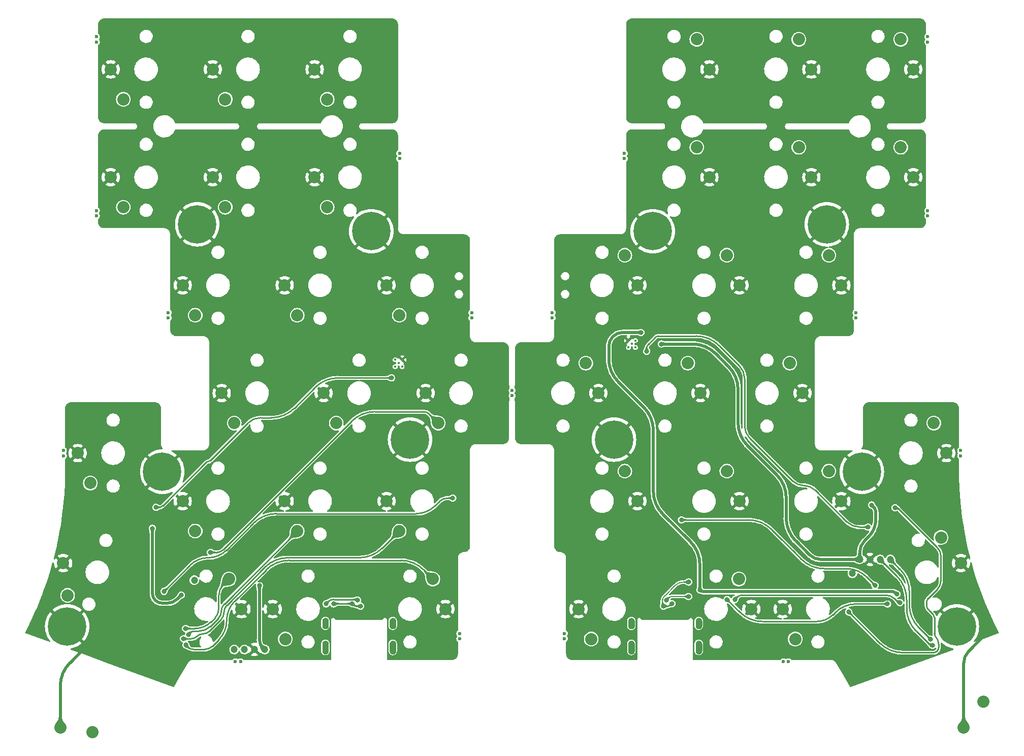
<source format=gbl>
G04 #@! TF.GenerationSoftware,KiCad,Pcbnew,(6.0.4-0)*
G04 #@! TF.CreationDate,2023-01-29T19:06:17-06:00*
G04 #@! TF.ProjectId,main,6d61696e-2e6b-4696-9361-645f70636258,0.2*
G04 #@! TF.SameCoordinates,Original*
G04 #@! TF.FileFunction,Copper,L2,Bot*
G04 #@! TF.FilePolarity,Positive*
%FSLAX46Y46*%
G04 Gerber Fmt 4.6, Leading zero omitted, Abs format (unit mm)*
G04 Created by KiCad (PCBNEW (6.0.4-0)) date 2023-01-29 19:06:17*
%MOMM*%
%LPD*%
G01*
G04 APERTURE LIST*
G04 #@! TA.AperFunction,EtchedComponent*
%ADD10C,0.010000*%
G04 #@! TD*
G04 #@! TA.AperFunction,ComponentPad*
%ADD11C,1.200000*%
G04 #@! TD*
G04 #@! TA.AperFunction,ComponentPad*
%ADD12C,0.600000*%
G04 #@! TD*
G04 #@! TA.AperFunction,ComponentPad*
%ADD13C,0.400000*%
G04 #@! TD*
G04 #@! TA.AperFunction,ComponentPad*
%ADD14O,1.000000X2.000000*%
G04 #@! TD*
G04 #@! TA.AperFunction,ComponentPad*
%ADD15O,0.900000X1.800000*%
G04 #@! TD*
G04 #@! TA.AperFunction,ComponentPad*
%ADD16C,6.400000*%
G04 #@! TD*
G04 #@! TA.AperFunction,ComponentPad*
%ADD17C,0.800000*%
G04 #@! TD*
G04 #@! TA.AperFunction,ComponentPad*
%ADD18C,2.032000*%
G04 #@! TD*
G04 #@! TA.AperFunction,ViaPad*
%ADD19C,0.800000*%
G04 #@! TD*
G04 #@! TA.AperFunction,Conductor*
%ADD20C,0.250000*%
G04 #@! TD*
G04 #@! TA.AperFunction,Conductor*
%ADD21C,0.500000*%
G04 #@! TD*
G04 #@! TA.AperFunction,Conductor*
%ADD22C,0.200000*%
G04 #@! TD*
G04 APERTURE END LIST*
G36*
X200834500Y-141165500D02*
G01*
X200886500Y-141173500D01*
X200937500Y-141186500D01*
X200985500Y-141205500D01*
X201032500Y-141229500D01*
X201076500Y-141257500D01*
X201117500Y-141290500D01*
X201154500Y-141327500D01*
X201187500Y-141368500D01*
X201215500Y-141412500D01*
X201239500Y-141459500D01*
X201258500Y-141507500D01*
X201271500Y-141558500D01*
X201279500Y-141610500D01*
X201282500Y-141662500D01*
X201282500Y-142462500D01*
X201279500Y-142514500D01*
X201271500Y-142566500D01*
X201258500Y-142617500D01*
X201239500Y-142665500D01*
X201215500Y-142712500D01*
X201187500Y-142756500D01*
X201154500Y-142797500D01*
X201117500Y-142834500D01*
X201076500Y-142867500D01*
X201032500Y-142895500D01*
X200985500Y-142919500D01*
X200937500Y-142938500D01*
X200886500Y-142951500D01*
X200834500Y-142959500D01*
X200782500Y-142962500D01*
X200730500Y-142959500D01*
X200678500Y-142951500D01*
X200627500Y-142938500D01*
X200579500Y-142919500D01*
X200532500Y-142895500D01*
X200488500Y-142867500D01*
X200447500Y-142834500D01*
X200410500Y-142797500D01*
X200377500Y-142756500D01*
X200349500Y-142712500D01*
X200325500Y-142665500D01*
X200306500Y-142617500D01*
X200293500Y-142566500D01*
X200285500Y-142514500D01*
X200282500Y-142462500D01*
X200282500Y-141662500D01*
X200285500Y-141610500D01*
X200293500Y-141558500D01*
X200306500Y-141507500D01*
X200325500Y-141459500D01*
X200349500Y-141412500D01*
X200377500Y-141368500D01*
X200410500Y-141327500D01*
X200447500Y-141290500D01*
X200488500Y-141257500D01*
X200532500Y-141229500D01*
X200579500Y-141205500D01*
X200627500Y-141186500D01*
X200678500Y-141173500D01*
X200730500Y-141165500D01*
X200782500Y-141162500D01*
X200834500Y-141165500D01*
G37*
D10*
X200834500Y-141165500D02*
X200886500Y-141173500D01*
X200937500Y-141186500D01*
X200985500Y-141205500D01*
X201032500Y-141229500D01*
X201076500Y-141257500D01*
X201117500Y-141290500D01*
X201154500Y-141327500D01*
X201187500Y-141368500D01*
X201215500Y-141412500D01*
X201239500Y-141459500D01*
X201258500Y-141507500D01*
X201271500Y-141558500D01*
X201279500Y-141610500D01*
X201282500Y-141662500D01*
X201282500Y-142462500D01*
X201279500Y-142514500D01*
X201271500Y-142566500D01*
X201258500Y-142617500D01*
X201239500Y-142665500D01*
X201215500Y-142712500D01*
X201187500Y-142756500D01*
X201154500Y-142797500D01*
X201117500Y-142834500D01*
X201076500Y-142867500D01*
X201032500Y-142895500D01*
X200985500Y-142919500D01*
X200937500Y-142938500D01*
X200886500Y-142951500D01*
X200834500Y-142959500D01*
X200782500Y-142962500D01*
X200730500Y-142959500D01*
X200678500Y-142951500D01*
X200627500Y-142938500D01*
X200579500Y-142919500D01*
X200532500Y-142895500D01*
X200488500Y-142867500D01*
X200447500Y-142834500D01*
X200410500Y-142797500D01*
X200377500Y-142756500D01*
X200349500Y-142712500D01*
X200325500Y-142665500D01*
X200306500Y-142617500D01*
X200293500Y-142566500D01*
X200285500Y-142514500D01*
X200282500Y-142462500D01*
X200282500Y-141662500D01*
X200285500Y-141610500D01*
X200293500Y-141558500D01*
X200306500Y-141507500D01*
X200325500Y-141459500D01*
X200349500Y-141412500D01*
X200377500Y-141368500D01*
X200410500Y-141327500D01*
X200447500Y-141290500D01*
X200488500Y-141257500D01*
X200532500Y-141229500D01*
X200579500Y-141205500D01*
X200627500Y-141186500D01*
X200678500Y-141173500D01*
X200730500Y-141165500D01*
X200782500Y-141162500D01*
X200834500Y-141165500D01*
G36*
X189594500Y-144965500D02*
G01*
X189646500Y-144973500D01*
X189697500Y-144986500D01*
X189745500Y-145005500D01*
X189792500Y-145029500D01*
X189836500Y-145057500D01*
X189877500Y-145090500D01*
X189914500Y-145127500D01*
X189947500Y-145168500D01*
X189975500Y-145212500D01*
X189999500Y-145259500D01*
X190018500Y-145307500D01*
X190031500Y-145358500D01*
X190039500Y-145410500D01*
X190042500Y-145462500D01*
X190042500Y-146662500D01*
X190039500Y-146714500D01*
X190031500Y-146766500D01*
X190018500Y-146817500D01*
X189999500Y-146865500D01*
X189975500Y-146912500D01*
X189947500Y-146956500D01*
X189914500Y-146997500D01*
X189877500Y-147034500D01*
X189836500Y-147067500D01*
X189792500Y-147095500D01*
X189745500Y-147119500D01*
X189697500Y-147138500D01*
X189646500Y-147151500D01*
X189594500Y-147159500D01*
X189542500Y-147162500D01*
X189490500Y-147159500D01*
X189438500Y-147151500D01*
X189387500Y-147138500D01*
X189339500Y-147119500D01*
X189292500Y-147095500D01*
X189248500Y-147067500D01*
X189207500Y-147034500D01*
X189170500Y-146997500D01*
X189137500Y-146956500D01*
X189109500Y-146912500D01*
X189085500Y-146865500D01*
X189066500Y-146817500D01*
X189053500Y-146766500D01*
X189045500Y-146714500D01*
X189042500Y-146662500D01*
X189042500Y-145462500D01*
X189045500Y-145410500D01*
X189053500Y-145358500D01*
X189066500Y-145307500D01*
X189085500Y-145259500D01*
X189109500Y-145212500D01*
X189137500Y-145168500D01*
X189170500Y-145127500D01*
X189207500Y-145090500D01*
X189248500Y-145057500D01*
X189292500Y-145029500D01*
X189339500Y-145005500D01*
X189387500Y-144986500D01*
X189438500Y-144973500D01*
X189490500Y-144965500D01*
X189542500Y-144962500D01*
X189594500Y-144965500D01*
G37*
X189594500Y-144965500D02*
X189646500Y-144973500D01*
X189697500Y-144986500D01*
X189745500Y-145005500D01*
X189792500Y-145029500D01*
X189836500Y-145057500D01*
X189877500Y-145090500D01*
X189914500Y-145127500D01*
X189947500Y-145168500D01*
X189975500Y-145212500D01*
X189999500Y-145259500D01*
X190018500Y-145307500D01*
X190031500Y-145358500D01*
X190039500Y-145410500D01*
X190042500Y-145462500D01*
X190042500Y-146662500D01*
X190039500Y-146714500D01*
X190031500Y-146766500D01*
X190018500Y-146817500D01*
X189999500Y-146865500D01*
X189975500Y-146912500D01*
X189947500Y-146956500D01*
X189914500Y-146997500D01*
X189877500Y-147034500D01*
X189836500Y-147067500D01*
X189792500Y-147095500D01*
X189745500Y-147119500D01*
X189697500Y-147138500D01*
X189646500Y-147151500D01*
X189594500Y-147159500D01*
X189542500Y-147162500D01*
X189490500Y-147159500D01*
X189438500Y-147151500D01*
X189387500Y-147138500D01*
X189339500Y-147119500D01*
X189292500Y-147095500D01*
X189248500Y-147067500D01*
X189207500Y-147034500D01*
X189170500Y-146997500D01*
X189137500Y-146956500D01*
X189109500Y-146912500D01*
X189085500Y-146865500D01*
X189066500Y-146817500D01*
X189053500Y-146766500D01*
X189045500Y-146714500D01*
X189042500Y-146662500D01*
X189042500Y-145462500D01*
X189045500Y-145410500D01*
X189053500Y-145358500D01*
X189066500Y-145307500D01*
X189085500Y-145259500D01*
X189109500Y-145212500D01*
X189137500Y-145168500D01*
X189170500Y-145127500D01*
X189207500Y-145090500D01*
X189248500Y-145057500D01*
X189292500Y-145029500D01*
X189339500Y-145005500D01*
X189387500Y-144986500D01*
X189438500Y-144973500D01*
X189490500Y-144965500D01*
X189542500Y-144962500D01*
X189594500Y-144965500D01*
G36*
X200834500Y-144965500D02*
G01*
X200886500Y-144973500D01*
X200937500Y-144986500D01*
X200985500Y-145005500D01*
X201032500Y-145029500D01*
X201076500Y-145057500D01*
X201117500Y-145090500D01*
X201154500Y-145127500D01*
X201187500Y-145168500D01*
X201215500Y-145212500D01*
X201239500Y-145259500D01*
X201258500Y-145307500D01*
X201271500Y-145358500D01*
X201279500Y-145410500D01*
X201282500Y-145462500D01*
X201282500Y-146662500D01*
X201279500Y-146714500D01*
X201271500Y-146766500D01*
X201258500Y-146817500D01*
X201239500Y-146865500D01*
X201215500Y-146912500D01*
X201187500Y-146956500D01*
X201154500Y-146997500D01*
X201117500Y-147034500D01*
X201076500Y-147067500D01*
X201032500Y-147095500D01*
X200985500Y-147119500D01*
X200937500Y-147138500D01*
X200886500Y-147151500D01*
X200834500Y-147159500D01*
X200782500Y-147162500D01*
X200730500Y-147159500D01*
X200678500Y-147151500D01*
X200627500Y-147138500D01*
X200579500Y-147119500D01*
X200532500Y-147095500D01*
X200488500Y-147067500D01*
X200447500Y-147034500D01*
X200410500Y-146997500D01*
X200377500Y-146956500D01*
X200349500Y-146912500D01*
X200325500Y-146865500D01*
X200306500Y-146817500D01*
X200293500Y-146766500D01*
X200285500Y-146714500D01*
X200282500Y-146662500D01*
X200282500Y-145462500D01*
X200285500Y-145410500D01*
X200293500Y-145358500D01*
X200306500Y-145307500D01*
X200325500Y-145259500D01*
X200349500Y-145212500D01*
X200377500Y-145168500D01*
X200410500Y-145127500D01*
X200447500Y-145090500D01*
X200488500Y-145057500D01*
X200532500Y-145029500D01*
X200579500Y-145005500D01*
X200627500Y-144986500D01*
X200678500Y-144973500D01*
X200730500Y-144965500D01*
X200782500Y-144962500D01*
X200834500Y-144965500D01*
G37*
X200834500Y-144965500D02*
X200886500Y-144973500D01*
X200937500Y-144986500D01*
X200985500Y-145005500D01*
X201032500Y-145029500D01*
X201076500Y-145057500D01*
X201117500Y-145090500D01*
X201154500Y-145127500D01*
X201187500Y-145168500D01*
X201215500Y-145212500D01*
X201239500Y-145259500D01*
X201258500Y-145307500D01*
X201271500Y-145358500D01*
X201279500Y-145410500D01*
X201282500Y-145462500D01*
X201282500Y-146662500D01*
X201279500Y-146714500D01*
X201271500Y-146766500D01*
X201258500Y-146817500D01*
X201239500Y-146865500D01*
X201215500Y-146912500D01*
X201187500Y-146956500D01*
X201154500Y-146997500D01*
X201117500Y-147034500D01*
X201076500Y-147067500D01*
X201032500Y-147095500D01*
X200985500Y-147119500D01*
X200937500Y-147138500D01*
X200886500Y-147151500D01*
X200834500Y-147159500D01*
X200782500Y-147162500D01*
X200730500Y-147159500D01*
X200678500Y-147151500D01*
X200627500Y-147138500D01*
X200579500Y-147119500D01*
X200532500Y-147095500D01*
X200488500Y-147067500D01*
X200447500Y-147034500D01*
X200410500Y-146997500D01*
X200377500Y-146956500D01*
X200349500Y-146912500D01*
X200325500Y-146865500D01*
X200306500Y-146817500D01*
X200293500Y-146766500D01*
X200285500Y-146714500D01*
X200282500Y-146662500D01*
X200282500Y-145462500D01*
X200285500Y-145410500D01*
X200293500Y-145358500D01*
X200306500Y-145307500D01*
X200325500Y-145259500D01*
X200349500Y-145212500D01*
X200377500Y-145168500D01*
X200410500Y-145127500D01*
X200447500Y-145090500D01*
X200488500Y-145057500D01*
X200532500Y-145029500D01*
X200579500Y-145005500D01*
X200627500Y-144986500D01*
X200678500Y-144973500D01*
X200730500Y-144965500D01*
X200782500Y-144962500D01*
X200834500Y-144965500D01*
G36*
X189594500Y-141165500D02*
G01*
X189646500Y-141173500D01*
X189697500Y-141186500D01*
X189745500Y-141205500D01*
X189792500Y-141229500D01*
X189836500Y-141257500D01*
X189877500Y-141290500D01*
X189914500Y-141327500D01*
X189947500Y-141368500D01*
X189975500Y-141412500D01*
X189999500Y-141459500D01*
X190018500Y-141507500D01*
X190031500Y-141558500D01*
X190039500Y-141610500D01*
X190042500Y-141662500D01*
X190042500Y-142462500D01*
X190039500Y-142514500D01*
X190031500Y-142566500D01*
X190018500Y-142617500D01*
X189999500Y-142665500D01*
X189975500Y-142712500D01*
X189947500Y-142756500D01*
X189914500Y-142797500D01*
X189877500Y-142834500D01*
X189836500Y-142867500D01*
X189792500Y-142895500D01*
X189745500Y-142919500D01*
X189697500Y-142938500D01*
X189646500Y-142951500D01*
X189594500Y-142959500D01*
X189542500Y-142962500D01*
X189490500Y-142959500D01*
X189438500Y-142951500D01*
X189387500Y-142938500D01*
X189339500Y-142919500D01*
X189292500Y-142895500D01*
X189248500Y-142867500D01*
X189207500Y-142834500D01*
X189170500Y-142797500D01*
X189137500Y-142756500D01*
X189109500Y-142712500D01*
X189085500Y-142665500D01*
X189066500Y-142617500D01*
X189053500Y-142566500D01*
X189045500Y-142514500D01*
X189042500Y-142462500D01*
X189042500Y-141662500D01*
X189045500Y-141610500D01*
X189053500Y-141558500D01*
X189066500Y-141507500D01*
X189085500Y-141459500D01*
X189109500Y-141412500D01*
X189137500Y-141368500D01*
X189170500Y-141327500D01*
X189207500Y-141290500D01*
X189248500Y-141257500D01*
X189292500Y-141229500D01*
X189339500Y-141205500D01*
X189387500Y-141186500D01*
X189438500Y-141173500D01*
X189490500Y-141165500D01*
X189542500Y-141162500D01*
X189594500Y-141165500D01*
G37*
X189594500Y-141165500D02*
X189646500Y-141173500D01*
X189697500Y-141186500D01*
X189745500Y-141205500D01*
X189792500Y-141229500D01*
X189836500Y-141257500D01*
X189877500Y-141290500D01*
X189914500Y-141327500D01*
X189947500Y-141368500D01*
X189975500Y-141412500D01*
X189999500Y-141459500D01*
X190018500Y-141507500D01*
X190031500Y-141558500D01*
X190039500Y-141610500D01*
X190042500Y-141662500D01*
X190042500Y-142462500D01*
X190039500Y-142514500D01*
X190031500Y-142566500D01*
X190018500Y-142617500D01*
X189999500Y-142665500D01*
X189975500Y-142712500D01*
X189947500Y-142756500D01*
X189914500Y-142797500D01*
X189877500Y-142834500D01*
X189836500Y-142867500D01*
X189792500Y-142895500D01*
X189745500Y-142919500D01*
X189697500Y-142938500D01*
X189646500Y-142951500D01*
X189594500Y-142959500D01*
X189542500Y-142962500D01*
X189490500Y-142959500D01*
X189438500Y-142951500D01*
X189387500Y-142938500D01*
X189339500Y-142919500D01*
X189292500Y-142895500D01*
X189248500Y-142867500D01*
X189207500Y-142834500D01*
X189170500Y-142797500D01*
X189137500Y-142756500D01*
X189109500Y-142712500D01*
X189085500Y-142665500D01*
X189066500Y-142617500D01*
X189053500Y-142566500D01*
X189045500Y-142514500D01*
X189042500Y-142462500D01*
X189042500Y-141662500D01*
X189045500Y-141610500D01*
X189053500Y-141558500D01*
X189066500Y-141507500D01*
X189085500Y-141459500D01*
X189109500Y-141412500D01*
X189137500Y-141368500D01*
X189170500Y-141327500D01*
X189207500Y-141290500D01*
X189248500Y-141257500D01*
X189292500Y-141229500D01*
X189339500Y-141205500D01*
X189387500Y-141186500D01*
X189438500Y-141173500D01*
X189490500Y-141165500D01*
X189542500Y-141162500D01*
X189594500Y-141165500D01*
G36*
X149834500Y-141165500D02*
G01*
X149886500Y-141173500D01*
X149937500Y-141186500D01*
X149985500Y-141205500D01*
X150032500Y-141229500D01*
X150076500Y-141257500D01*
X150117500Y-141290500D01*
X150154500Y-141327500D01*
X150187500Y-141368500D01*
X150215500Y-141412500D01*
X150239500Y-141459500D01*
X150258500Y-141507500D01*
X150271500Y-141558500D01*
X150279500Y-141610500D01*
X150282500Y-141662500D01*
X150282500Y-142462500D01*
X150279500Y-142514500D01*
X150271500Y-142566500D01*
X150258500Y-142617500D01*
X150239500Y-142665500D01*
X150215500Y-142712500D01*
X150187500Y-142756500D01*
X150154500Y-142797500D01*
X150117500Y-142834500D01*
X150076500Y-142867500D01*
X150032500Y-142895500D01*
X149985500Y-142919500D01*
X149937500Y-142938500D01*
X149886500Y-142951500D01*
X149834500Y-142959500D01*
X149782500Y-142962500D01*
X149730500Y-142959500D01*
X149678500Y-142951500D01*
X149627500Y-142938500D01*
X149579500Y-142919500D01*
X149532500Y-142895500D01*
X149488500Y-142867500D01*
X149447500Y-142834500D01*
X149410500Y-142797500D01*
X149377500Y-142756500D01*
X149349500Y-142712500D01*
X149325500Y-142665500D01*
X149306500Y-142617500D01*
X149293500Y-142566500D01*
X149285500Y-142514500D01*
X149282500Y-142462500D01*
X149282500Y-141662500D01*
X149285500Y-141610500D01*
X149293500Y-141558500D01*
X149306500Y-141507500D01*
X149325500Y-141459500D01*
X149349500Y-141412500D01*
X149377500Y-141368500D01*
X149410500Y-141327500D01*
X149447500Y-141290500D01*
X149488500Y-141257500D01*
X149532500Y-141229500D01*
X149579500Y-141205500D01*
X149627500Y-141186500D01*
X149678500Y-141173500D01*
X149730500Y-141165500D01*
X149782500Y-141162500D01*
X149834500Y-141165500D01*
G37*
X149834500Y-141165500D02*
X149886500Y-141173500D01*
X149937500Y-141186500D01*
X149985500Y-141205500D01*
X150032500Y-141229500D01*
X150076500Y-141257500D01*
X150117500Y-141290500D01*
X150154500Y-141327500D01*
X150187500Y-141368500D01*
X150215500Y-141412500D01*
X150239500Y-141459500D01*
X150258500Y-141507500D01*
X150271500Y-141558500D01*
X150279500Y-141610500D01*
X150282500Y-141662500D01*
X150282500Y-142462500D01*
X150279500Y-142514500D01*
X150271500Y-142566500D01*
X150258500Y-142617500D01*
X150239500Y-142665500D01*
X150215500Y-142712500D01*
X150187500Y-142756500D01*
X150154500Y-142797500D01*
X150117500Y-142834500D01*
X150076500Y-142867500D01*
X150032500Y-142895500D01*
X149985500Y-142919500D01*
X149937500Y-142938500D01*
X149886500Y-142951500D01*
X149834500Y-142959500D01*
X149782500Y-142962500D01*
X149730500Y-142959500D01*
X149678500Y-142951500D01*
X149627500Y-142938500D01*
X149579500Y-142919500D01*
X149532500Y-142895500D01*
X149488500Y-142867500D01*
X149447500Y-142834500D01*
X149410500Y-142797500D01*
X149377500Y-142756500D01*
X149349500Y-142712500D01*
X149325500Y-142665500D01*
X149306500Y-142617500D01*
X149293500Y-142566500D01*
X149285500Y-142514500D01*
X149282500Y-142462500D01*
X149282500Y-141662500D01*
X149285500Y-141610500D01*
X149293500Y-141558500D01*
X149306500Y-141507500D01*
X149325500Y-141459500D01*
X149349500Y-141412500D01*
X149377500Y-141368500D01*
X149410500Y-141327500D01*
X149447500Y-141290500D01*
X149488500Y-141257500D01*
X149532500Y-141229500D01*
X149579500Y-141205500D01*
X149627500Y-141186500D01*
X149678500Y-141173500D01*
X149730500Y-141165500D01*
X149782500Y-141162500D01*
X149834500Y-141165500D01*
G36*
X138594500Y-144965500D02*
G01*
X138646500Y-144973500D01*
X138697500Y-144986500D01*
X138745500Y-145005500D01*
X138792500Y-145029500D01*
X138836500Y-145057500D01*
X138877500Y-145090500D01*
X138914500Y-145127500D01*
X138947500Y-145168500D01*
X138975500Y-145212500D01*
X138999500Y-145259500D01*
X139018500Y-145307500D01*
X139031500Y-145358500D01*
X139039500Y-145410500D01*
X139042500Y-145462500D01*
X139042500Y-146662500D01*
X139039500Y-146714500D01*
X139031500Y-146766500D01*
X139018500Y-146817500D01*
X138999500Y-146865500D01*
X138975500Y-146912500D01*
X138947500Y-146956500D01*
X138914500Y-146997500D01*
X138877500Y-147034500D01*
X138836500Y-147067500D01*
X138792500Y-147095500D01*
X138745500Y-147119500D01*
X138697500Y-147138500D01*
X138646500Y-147151500D01*
X138594500Y-147159500D01*
X138542500Y-147162500D01*
X138490500Y-147159500D01*
X138438500Y-147151500D01*
X138387500Y-147138500D01*
X138339500Y-147119500D01*
X138292500Y-147095500D01*
X138248500Y-147067500D01*
X138207500Y-147034500D01*
X138170500Y-146997500D01*
X138137500Y-146956500D01*
X138109500Y-146912500D01*
X138085500Y-146865500D01*
X138066500Y-146817500D01*
X138053500Y-146766500D01*
X138045500Y-146714500D01*
X138042500Y-146662500D01*
X138042500Y-145462500D01*
X138045500Y-145410500D01*
X138053500Y-145358500D01*
X138066500Y-145307500D01*
X138085500Y-145259500D01*
X138109500Y-145212500D01*
X138137500Y-145168500D01*
X138170500Y-145127500D01*
X138207500Y-145090500D01*
X138248500Y-145057500D01*
X138292500Y-145029500D01*
X138339500Y-145005500D01*
X138387500Y-144986500D01*
X138438500Y-144973500D01*
X138490500Y-144965500D01*
X138542500Y-144962500D01*
X138594500Y-144965500D01*
G37*
X138594500Y-144965500D02*
X138646500Y-144973500D01*
X138697500Y-144986500D01*
X138745500Y-145005500D01*
X138792500Y-145029500D01*
X138836500Y-145057500D01*
X138877500Y-145090500D01*
X138914500Y-145127500D01*
X138947500Y-145168500D01*
X138975500Y-145212500D01*
X138999500Y-145259500D01*
X139018500Y-145307500D01*
X139031500Y-145358500D01*
X139039500Y-145410500D01*
X139042500Y-145462500D01*
X139042500Y-146662500D01*
X139039500Y-146714500D01*
X139031500Y-146766500D01*
X139018500Y-146817500D01*
X138999500Y-146865500D01*
X138975500Y-146912500D01*
X138947500Y-146956500D01*
X138914500Y-146997500D01*
X138877500Y-147034500D01*
X138836500Y-147067500D01*
X138792500Y-147095500D01*
X138745500Y-147119500D01*
X138697500Y-147138500D01*
X138646500Y-147151500D01*
X138594500Y-147159500D01*
X138542500Y-147162500D01*
X138490500Y-147159500D01*
X138438500Y-147151500D01*
X138387500Y-147138500D01*
X138339500Y-147119500D01*
X138292500Y-147095500D01*
X138248500Y-147067500D01*
X138207500Y-147034500D01*
X138170500Y-146997500D01*
X138137500Y-146956500D01*
X138109500Y-146912500D01*
X138085500Y-146865500D01*
X138066500Y-146817500D01*
X138053500Y-146766500D01*
X138045500Y-146714500D01*
X138042500Y-146662500D01*
X138042500Y-145462500D01*
X138045500Y-145410500D01*
X138053500Y-145358500D01*
X138066500Y-145307500D01*
X138085500Y-145259500D01*
X138109500Y-145212500D01*
X138137500Y-145168500D01*
X138170500Y-145127500D01*
X138207500Y-145090500D01*
X138248500Y-145057500D01*
X138292500Y-145029500D01*
X138339500Y-145005500D01*
X138387500Y-144986500D01*
X138438500Y-144973500D01*
X138490500Y-144965500D01*
X138542500Y-144962500D01*
X138594500Y-144965500D01*
G36*
X149834500Y-144965500D02*
G01*
X149886500Y-144973500D01*
X149937500Y-144986500D01*
X149985500Y-145005500D01*
X150032500Y-145029500D01*
X150076500Y-145057500D01*
X150117500Y-145090500D01*
X150154500Y-145127500D01*
X150187500Y-145168500D01*
X150215500Y-145212500D01*
X150239500Y-145259500D01*
X150258500Y-145307500D01*
X150271500Y-145358500D01*
X150279500Y-145410500D01*
X150282500Y-145462500D01*
X150282500Y-146662500D01*
X150279500Y-146714500D01*
X150271500Y-146766500D01*
X150258500Y-146817500D01*
X150239500Y-146865500D01*
X150215500Y-146912500D01*
X150187500Y-146956500D01*
X150154500Y-146997500D01*
X150117500Y-147034500D01*
X150076500Y-147067500D01*
X150032500Y-147095500D01*
X149985500Y-147119500D01*
X149937500Y-147138500D01*
X149886500Y-147151500D01*
X149834500Y-147159500D01*
X149782500Y-147162500D01*
X149730500Y-147159500D01*
X149678500Y-147151500D01*
X149627500Y-147138500D01*
X149579500Y-147119500D01*
X149532500Y-147095500D01*
X149488500Y-147067500D01*
X149447500Y-147034500D01*
X149410500Y-146997500D01*
X149377500Y-146956500D01*
X149349500Y-146912500D01*
X149325500Y-146865500D01*
X149306500Y-146817500D01*
X149293500Y-146766500D01*
X149285500Y-146714500D01*
X149282500Y-146662500D01*
X149282500Y-145462500D01*
X149285500Y-145410500D01*
X149293500Y-145358500D01*
X149306500Y-145307500D01*
X149325500Y-145259500D01*
X149349500Y-145212500D01*
X149377500Y-145168500D01*
X149410500Y-145127500D01*
X149447500Y-145090500D01*
X149488500Y-145057500D01*
X149532500Y-145029500D01*
X149579500Y-145005500D01*
X149627500Y-144986500D01*
X149678500Y-144973500D01*
X149730500Y-144965500D01*
X149782500Y-144962500D01*
X149834500Y-144965500D01*
G37*
X149834500Y-144965500D02*
X149886500Y-144973500D01*
X149937500Y-144986500D01*
X149985500Y-145005500D01*
X150032500Y-145029500D01*
X150076500Y-145057500D01*
X150117500Y-145090500D01*
X150154500Y-145127500D01*
X150187500Y-145168500D01*
X150215500Y-145212500D01*
X150239500Y-145259500D01*
X150258500Y-145307500D01*
X150271500Y-145358500D01*
X150279500Y-145410500D01*
X150282500Y-145462500D01*
X150282500Y-146662500D01*
X150279500Y-146714500D01*
X150271500Y-146766500D01*
X150258500Y-146817500D01*
X150239500Y-146865500D01*
X150215500Y-146912500D01*
X150187500Y-146956500D01*
X150154500Y-146997500D01*
X150117500Y-147034500D01*
X150076500Y-147067500D01*
X150032500Y-147095500D01*
X149985500Y-147119500D01*
X149937500Y-147138500D01*
X149886500Y-147151500D01*
X149834500Y-147159500D01*
X149782500Y-147162500D01*
X149730500Y-147159500D01*
X149678500Y-147151500D01*
X149627500Y-147138500D01*
X149579500Y-147119500D01*
X149532500Y-147095500D01*
X149488500Y-147067500D01*
X149447500Y-147034500D01*
X149410500Y-146997500D01*
X149377500Y-146956500D01*
X149349500Y-146912500D01*
X149325500Y-146865500D01*
X149306500Y-146817500D01*
X149293500Y-146766500D01*
X149285500Y-146714500D01*
X149282500Y-146662500D01*
X149282500Y-145462500D01*
X149285500Y-145410500D01*
X149293500Y-145358500D01*
X149306500Y-145307500D01*
X149325500Y-145259500D01*
X149349500Y-145212500D01*
X149377500Y-145168500D01*
X149410500Y-145127500D01*
X149447500Y-145090500D01*
X149488500Y-145057500D01*
X149532500Y-145029500D01*
X149579500Y-145005500D01*
X149627500Y-144986500D01*
X149678500Y-144973500D01*
X149730500Y-144965500D01*
X149782500Y-144962500D01*
X149834500Y-144965500D01*
G36*
X138594500Y-141165500D02*
G01*
X138646500Y-141173500D01*
X138697500Y-141186500D01*
X138745500Y-141205500D01*
X138792500Y-141229500D01*
X138836500Y-141257500D01*
X138877500Y-141290500D01*
X138914500Y-141327500D01*
X138947500Y-141368500D01*
X138975500Y-141412500D01*
X138999500Y-141459500D01*
X139018500Y-141507500D01*
X139031500Y-141558500D01*
X139039500Y-141610500D01*
X139042500Y-141662500D01*
X139042500Y-142462500D01*
X139039500Y-142514500D01*
X139031500Y-142566500D01*
X139018500Y-142617500D01*
X138999500Y-142665500D01*
X138975500Y-142712500D01*
X138947500Y-142756500D01*
X138914500Y-142797500D01*
X138877500Y-142834500D01*
X138836500Y-142867500D01*
X138792500Y-142895500D01*
X138745500Y-142919500D01*
X138697500Y-142938500D01*
X138646500Y-142951500D01*
X138594500Y-142959500D01*
X138542500Y-142962500D01*
X138490500Y-142959500D01*
X138438500Y-142951500D01*
X138387500Y-142938500D01*
X138339500Y-142919500D01*
X138292500Y-142895500D01*
X138248500Y-142867500D01*
X138207500Y-142834500D01*
X138170500Y-142797500D01*
X138137500Y-142756500D01*
X138109500Y-142712500D01*
X138085500Y-142665500D01*
X138066500Y-142617500D01*
X138053500Y-142566500D01*
X138045500Y-142514500D01*
X138042500Y-142462500D01*
X138042500Y-141662500D01*
X138045500Y-141610500D01*
X138053500Y-141558500D01*
X138066500Y-141507500D01*
X138085500Y-141459500D01*
X138109500Y-141412500D01*
X138137500Y-141368500D01*
X138170500Y-141327500D01*
X138207500Y-141290500D01*
X138248500Y-141257500D01*
X138292500Y-141229500D01*
X138339500Y-141205500D01*
X138387500Y-141186500D01*
X138438500Y-141173500D01*
X138490500Y-141165500D01*
X138542500Y-141162500D01*
X138594500Y-141165500D01*
G37*
X138594500Y-141165500D02*
X138646500Y-141173500D01*
X138697500Y-141186500D01*
X138745500Y-141205500D01*
X138792500Y-141229500D01*
X138836500Y-141257500D01*
X138877500Y-141290500D01*
X138914500Y-141327500D01*
X138947500Y-141368500D01*
X138975500Y-141412500D01*
X138999500Y-141459500D01*
X139018500Y-141507500D01*
X139031500Y-141558500D01*
X139039500Y-141610500D01*
X139042500Y-141662500D01*
X139042500Y-142462500D01*
X139039500Y-142514500D01*
X139031500Y-142566500D01*
X139018500Y-142617500D01*
X138999500Y-142665500D01*
X138975500Y-142712500D01*
X138947500Y-142756500D01*
X138914500Y-142797500D01*
X138877500Y-142834500D01*
X138836500Y-142867500D01*
X138792500Y-142895500D01*
X138745500Y-142919500D01*
X138697500Y-142938500D01*
X138646500Y-142951500D01*
X138594500Y-142959500D01*
X138542500Y-142962500D01*
X138490500Y-142959500D01*
X138438500Y-142951500D01*
X138387500Y-142938500D01*
X138339500Y-142919500D01*
X138292500Y-142895500D01*
X138248500Y-142867500D01*
X138207500Y-142834500D01*
X138170500Y-142797500D01*
X138137500Y-142756500D01*
X138109500Y-142712500D01*
X138085500Y-142665500D01*
X138066500Y-142617500D01*
X138053500Y-142566500D01*
X138045500Y-142514500D01*
X138042500Y-142462500D01*
X138042500Y-141662500D01*
X138045500Y-141610500D01*
X138053500Y-141558500D01*
X138066500Y-141507500D01*
X138085500Y-141459500D01*
X138109500Y-141412500D01*
X138137500Y-141368500D01*
X138170500Y-141327500D01*
X138207500Y-141290500D01*
X138248500Y-141257500D01*
X138292500Y-141229500D01*
X138339500Y-141205500D01*
X138387500Y-141186500D01*
X138438500Y-141173500D01*
X138490500Y-141165500D01*
X138542500Y-141162500D01*
X138594500Y-141165500D01*
D11*
X226400000Y-133700000D03*
X116700000Y-134850000D03*
D12*
X238950000Y-74100000D03*
D13*
X189648402Y-95462500D03*
X189068402Y-94882500D03*
X190228402Y-94882500D03*
X189068402Y-96042500D03*
X190228402Y-96042500D03*
D12*
X244450000Y-114100000D03*
D11*
X232712500Y-131387500D03*
X227612500Y-131387500D03*
D14*
X189542500Y-146062500D03*
X200782500Y-146062500D03*
D15*
X189542500Y-142062500D03*
X200782500Y-142062500D03*
D12*
X169663000Y-103225000D03*
X178375000Y-143725000D03*
X112375000Y-91100000D03*
X227000000Y-91100000D03*
X214875000Y-148450000D03*
X238950000Y-44225000D03*
D14*
X138542500Y-146062500D03*
X149782500Y-146062500D03*
D15*
X138542500Y-142062500D03*
X149782500Y-142062500D03*
D12*
X188375000Y-63675000D03*
X124425000Y-148450000D03*
X162950000Y-90225000D03*
X150950000Y-64550000D03*
X100375000Y-74100000D03*
D11*
X123345187Y-146407266D03*
D13*
X150762500Y-98662500D03*
X151342500Y-98082500D03*
X151342500Y-99242500D03*
X150182500Y-98082500D03*
X150182500Y-99242500D03*
D12*
X112375000Y-90225000D03*
X176375000Y-91100000D03*
X238950000Y-73225000D03*
X94875000Y-113225000D03*
X160950000Y-144625000D03*
X160950000Y-143750000D03*
X169663000Y-104100000D03*
X100375000Y-45100000D03*
D16*
X111362500Y-116762500D03*
D17*
X113059556Y-115065444D03*
X111362500Y-119162500D03*
X109665444Y-118459556D03*
X109665444Y-115065444D03*
X113762500Y-116762500D03*
X111362500Y-114362500D03*
X113059556Y-118459556D03*
X108962500Y-116762500D03*
D12*
X238950000Y-45100000D03*
X227000000Y-90225000D03*
D11*
X231012500Y-131387500D03*
D12*
X178375000Y-144600000D03*
D17*
X150965444Y-109715444D03*
X150262500Y-111412500D03*
D16*
X152662500Y-111412500D03*
D17*
X150965444Y-113109556D03*
X152662500Y-113812500D03*
X155062500Y-111412500D03*
X154359556Y-109715444D03*
X154359556Y-113109556D03*
X152662500Y-109012500D03*
D12*
X215750000Y-148450000D03*
D17*
X144515444Y-74965444D03*
X147909556Y-78359556D03*
X146212500Y-74262500D03*
X143812500Y-76662500D03*
X144515444Y-78359556D03*
D16*
X146212500Y-76662500D03*
D17*
X147909556Y-74965444D03*
X148612500Y-76662500D03*
X146212500Y-79062500D03*
D12*
X188375000Y-64550000D03*
X176375000Y-90225000D03*
D11*
X125045187Y-146407266D03*
D12*
X100375000Y-73225000D03*
D11*
X229312500Y-131387500D03*
X126745187Y-146407266D03*
D17*
X97912500Y-142562500D03*
X95512500Y-140162500D03*
X95512500Y-144962500D03*
X93815444Y-144259556D03*
X97209556Y-144259556D03*
D16*
X95512500Y-142562500D03*
D17*
X93112500Y-142562500D03*
X93815444Y-140865444D03*
X97209556Y-140865444D03*
D12*
X123550000Y-148450000D03*
X162950000Y-91100000D03*
X94875000Y-114100000D03*
D11*
X128445187Y-146407266D03*
D17*
X119595187Y-75507266D03*
X117195187Y-73107266D03*
X117195187Y-77907266D03*
D16*
X117195187Y-75507266D03*
D17*
X115498131Y-73810210D03*
X118892243Y-77204322D03*
X115498131Y-77204322D03*
X118892243Y-73810210D03*
X114795187Y-75507266D03*
D12*
X100375000Y-44225000D03*
X244450000Y-113225000D03*
X150950000Y-63675000D03*
D18*
X205462500Y-116662500D03*
X207562500Y-121662500D03*
X207562500Y-121662500D03*
X95577887Y-137388617D03*
X94843538Y-132015468D03*
X94843538Y-132015468D03*
X188462500Y-116662500D03*
X190562500Y-121662500D03*
X190562500Y-121662500D03*
X198962500Y-98662500D03*
X201062500Y-103662500D03*
X201062500Y-103662500D03*
X138862500Y-72662500D03*
X136762500Y-67662500D03*
X136762500Y-67662500D03*
X222462500Y-116662500D03*
X224562500Y-121662500D03*
X224562500Y-121662500D03*
D17*
X189062500Y-111412500D03*
X186662500Y-109012500D03*
X184965444Y-109715444D03*
X186662500Y-113812500D03*
D16*
X186662500Y-111412500D03*
D17*
X188359556Y-109715444D03*
X184965444Y-113109556D03*
X184262500Y-111412500D03*
X188359556Y-113109556D03*
D18*
X207462500Y-134662500D03*
X209562500Y-139662500D03*
X209562500Y-139662500D03*
X234462500Y-62662500D03*
X236562500Y-67662500D03*
X236562500Y-67662500D03*
X205462500Y-80662500D03*
X207562500Y-85662500D03*
X207562500Y-85662500D03*
X104862500Y-72662500D03*
X102762500Y-67662500D03*
X102762500Y-67662500D03*
X150862500Y-126662500D03*
X148762500Y-121662500D03*
X148762500Y-121662500D03*
X157362500Y-108662500D03*
X155262500Y-103662500D03*
X155262500Y-103662500D03*
X234462500Y-44662500D03*
X236562500Y-49662500D03*
X236562500Y-49662500D03*
X239962500Y-108662500D03*
X242062500Y-113662500D03*
X242062500Y-113662500D03*
X131862500Y-144662500D03*
X129762500Y-139662500D03*
X129762500Y-139662500D03*
X121862500Y-54662500D03*
X119762500Y-49662500D03*
X119762500Y-49662500D03*
X122462500Y-134662500D03*
X124562500Y-139662500D03*
X124562500Y-139662500D03*
X121862500Y-72662500D03*
X119762500Y-67662500D03*
X119762500Y-67662500D03*
X217462500Y-44662500D03*
X219562500Y-49662500D03*
X219562500Y-49662500D03*
D17*
X230362500Y-116762500D03*
X229659556Y-115065444D03*
X227962500Y-119162500D03*
X229659556Y-118459556D03*
D16*
X227962500Y-116762500D03*
D17*
X226265444Y-118459556D03*
X225562500Y-116762500D03*
X227962500Y-114362500D03*
X226265444Y-115065444D03*
D18*
X104862500Y-54662500D03*
X102762500Y-49662500D03*
X102762500Y-49662500D03*
X133862500Y-90662500D03*
X131762500Y-85662500D03*
X131762500Y-85662500D03*
X138862500Y-54662500D03*
X136762500Y-49662500D03*
X136762500Y-49662500D03*
X156462500Y-134662500D03*
X158562500Y-139662500D03*
X158562500Y-139662500D03*
X140362500Y-108662500D03*
X138262500Y-103662500D03*
X138262500Y-103662500D03*
X215962500Y-98662500D03*
X218062500Y-103662500D03*
X218062500Y-103662500D03*
X216862500Y-144662500D03*
X214762500Y-139662500D03*
X214762500Y-139662500D03*
X188462500Y-80662500D03*
X190562500Y-85662500D03*
X190562500Y-85662500D03*
X99746856Y-160152181D03*
X94366729Y-159470834D03*
X94366729Y-159470834D03*
D16*
X193112500Y-76662500D03*
D17*
X193112500Y-74262500D03*
X190712500Y-76662500D03*
X193112500Y-79062500D03*
X194809556Y-74965444D03*
X191415444Y-74965444D03*
X191415444Y-78359556D03*
X194809556Y-78359556D03*
X195512500Y-76662500D03*
D18*
X217462500Y-62662500D03*
X219562500Y-67662500D03*
X219562500Y-67662500D03*
X150862500Y-90662500D03*
X148762500Y-85662500D03*
X148762500Y-85662500D03*
X200462500Y-44662500D03*
X202562500Y-49662500D03*
X202562500Y-49662500D03*
X123362500Y-108662500D03*
X121262500Y-103662500D03*
X121262500Y-103662500D03*
X99362500Y-118662500D03*
X97262500Y-113662500D03*
X97262500Y-113662500D03*
X116862500Y-90662500D03*
X114762500Y-85662500D03*
X114762500Y-85662500D03*
X222462500Y-80662500D03*
X224562500Y-85662500D03*
X224562500Y-85662500D03*
X116862500Y-126662500D03*
X114762500Y-121662500D03*
X114762500Y-121662500D03*
X182862500Y-144662500D03*
X180762500Y-139662500D03*
X180762500Y-139662500D03*
D17*
X223826869Y-77204322D03*
X222129813Y-73107266D03*
X220432757Y-77204322D03*
X222129813Y-77907266D03*
X224529813Y-75507266D03*
D16*
X222129813Y-75507266D03*
D17*
X219729813Y-75507266D03*
X220432757Y-73810210D03*
X223826869Y-73810210D03*
X242115444Y-144259556D03*
X245509556Y-144259556D03*
X241412500Y-142562500D03*
X243812500Y-140162500D03*
X246212500Y-142562500D03*
X242115444Y-140865444D03*
D16*
X243812500Y-142562500D03*
D17*
X245509556Y-140865444D03*
X243812500Y-144962500D03*
D18*
X241158923Y-127729358D03*
X244481462Y-132015468D03*
X244481462Y-132015468D03*
X181962500Y-98662500D03*
X184062500Y-103662500D03*
X184062500Y-103662500D03*
X200462500Y-62662500D03*
X202562500Y-67662500D03*
X202562500Y-67662500D03*
X248238398Y-155152181D03*
X244958271Y-159470834D03*
X244958271Y-159470834D03*
X133862500Y-126662500D03*
X131762500Y-121662500D03*
X131762500Y-121662500D03*
D19*
X195000000Y-136600000D03*
X207337500Y-141787500D03*
X223287500Y-141862500D03*
X198512500Y-133687500D03*
X232625000Y-148500000D03*
X146931610Y-136767640D03*
X190910902Y-97866250D03*
X138431610Y-136767640D03*
X105900000Y-147925000D03*
X148358750Y-99925000D03*
X119395187Y-130207266D03*
X114895187Y-144607266D03*
X115295187Y-145657266D03*
X115745187Y-143907266D03*
X194534334Y-95466250D03*
X229600000Y-122313839D03*
X109700000Y-126200000D03*
X114526227Y-137326227D03*
X127562500Y-135762500D03*
X191137500Y-93537500D03*
X200962500Y-136462500D03*
X233812500Y-137162500D03*
X195412500Y-138162500D03*
X143013489Y-138762500D03*
X144412500Y-139162500D03*
X139945187Y-138807266D03*
X199087500Y-137562500D03*
X138645187Y-138807266D03*
X143912500Y-138162500D03*
X196311511Y-138762500D03*
X194912500Y-139162500D03*
X199087500Y-135162500D03*
X115245187Y-142907266D03*
X229000000Y-126000000D03*
X149558750Y-101125000D03*
X192110902Y-96666250D03*
X110300000Y-122700000D03*
X111645187Y-136707266D03*
X197900000Y-124800000D03*
X230162500Y-135712500D03*
X159782500Y-121162500D03*
X239437500Y-144737500D03*
X239737500Y-145737500D03*
X225762500Y-140137500D03*
X233512500Y-122762500D03*
X234312500Y-138587500D03*
X206812500Y-138062500D03*
X205512500Y-138062500D03*
X232262500Y-138812500D03*
D20*
X155262500Y-103662500D02*
X155887921Y-104287921D01*
D21*
X244958271Y-151029042D02*
X244958271Y-153370584D01*
D20*
X136762500Y-67662500D02*
X137212500Y-67662500D01*
D21*
X244958271Y-153370584D02*
X244958271Y-159470834D01*
D20*
X119912500Y-67812500D02*
X119762500Y-67662500D01*
D21*
X94366729Y-152487234D02*
X94366729Y-159470834D01*
X245786131Y-146688869D02*
X248862500Y-143612500D01*
X95960522Y-148639478D02*
X97962500Y-146637500D01*
X244958271Y-151029042D02*
X244958271Y-150443656D01*
X244958271Y-149272885D02*
X244958271Y-150443656D01*
X244958271Y-148687500D02*
X244958271Y-149272885D01*
X245786123Y-146688861D02*
G75*
G03*
X244958271Y-148687500I1998677J-1998639D01*
G01*
X95960500Y-148639456D02*
G75*
G03*
X94366729Y-152487234I3847800J-3847744D01*
G01*
D20*
X121713885Y-129560696D02*
X121898620Y-129375962D01*
X142923526Y-108351058D02*
X123284122Y-127990459D01*
X155850446Y-107150445D02*
X157362500Y-108662500D01*
X123284122Y-127990459D02*
X122545187Y-128729394D01*
X154762217Y-106757266D02*
X154484197Y-106757266D01*
X152121029Y-106757266D02*
X146771282Y-106757266D01*
X122268086Y-129006495D02*
X122545187Y-128729394D01*
X120544812Y-130207266D02*
X119395187Y-130207266D01*
X121713885Y-129560696D02*
X121529152Y-129745431D01*
X122083353Y-129191229D02*
X121898620Y-129375962D01*
X153233108Y-106757266D02*
X152121029Y-106757266D01*
X153928158Y-106757266D02*
X153650138Y-106757266D01*
X154901227Y-106757266D02*
X154762217Y-106757266D01*
X121529152Y-129745431D02*
X121436785Y-129837798D01*
X154206178Y-106757266D02*
X154484197Y-106757266D01*
X154206178Y-106757266D02*
X153928158Y-106757266D01*
X122268086Y-129006495D02*
X122083353Y-129191229D01*
X153233108Y-106757266D02*
X153650138Y-106757266D01*
X121436785Y-129837798D02*
G75*
G02*
X120544812Y-130207266I-891985J891998D01*
G01*
X155850440Y-107150451D02*
G75*
G03*
X154901227Y-106757266I-949240J-949249D01*
G01*
X146771282Y-106757249D02*
G75*
G03*
X142923526Y-108351058I18J-5441551D01*
G01*
X144163771Y-131107266D02*
X132307416Y-131107266D01*
X114895187Y-144607266D02*
X114907443Y-144619521D01*
X148011527Y-129513473D02*
X150862500Y-126662500D01*
X119199114Y-143374774D02*
X121150930Y-141422959D01*
X114937030Y-144631777D02*
X116136840Y-144631777D01*
X122150193Y-139010525D02*
X128459660Y-132701058D01*
X118156144Y-143806786D02*
X118128544Y-143806786D01*
X121150911Y-141422940D02*
G75*
G03*
X121650561Y-140216742I-1206211J1206240D01*
G01*
X118128544Y-143806808D02*
G75*
G03*
X117132693Y-144219282I-44J-1408292D01*
G01*
X118156144Y-143806816D02*
G75*
G03*
X119199114Y-143374774I-44J1475016D01*
G01*
X116136840Y-144631796D02*
G75*
G03*
X117132692Y-144219281I-40J1408396D01*
G01*
X128459655Y-132701053D02*
G75*
G02*
X132307416Y-131107266I3847745J-3847747D01*
G01*
X148011545Y-129513491D02*
G75*
G02*
X144163771Y-131107266I-3847745J3847791D01*
G01*
X122150174Y-139010506D02*
G75*
G03*
X121650561Y-140216742I1206226J-1206194D01*
G01*
X114907421Y-144619544D02*
G75*
G03*
X114937030Y-144631777I29579J29644D01*
G01*
X132493614Y-131556786D02*
X151160715Y-131556786D01*
X115295187Y-145657266D02*
X115660515Y-146022593D01*
X116542494Y-146387921D02*
X118445003Y-146387921D01*
X128645858Y-133150578D02*
X123429998Y-138366438D01*
X120770165Y-144787843D02*
X119682798Y-145875210D01*
X154909643Y-133109643D02*
X156462500Y-134662500D01*
X119682799Y-145875211D02*
G75*
G02*
X118445003Y-146387921I-1237799J1237811D01*
G01*
X123429978Y-138366418D02*
G75*
G03*
X122100081Y-141577141I3210722J-3210682D01*
G01*
X122100121Y-141577141D02*
G75*
G02*
X120770165Y-144787843I-4540621J41D01*
G01*
X151160715Y-131556785D02*
G75*
G02*
X154909642Y-133109644I-15J-5301815D01*
G01*
X128645859Y-133150579D02*
G75*
G02*
X132493614Y-131556786I3847741J-3847721D01*
G01*
X115660515Y-146022593D02*
G75*
G03*
X116542494Y-146387921I881985J881993D01*
G01*
X119389028Y-142549143D02*
X120701410Y-141236761D01*
X116684096Y-143357266D02*
X117438046Y-143357266D01*
X121700673Y-138824327D02*
X133862500Y-126662500D01*
X116020187Y-143632266D02*
X115745187Y-143907266D01*
X121700649Y-138824303D02*
G75*
G03*
X121201041Y-140030544I1206251J-1206197D01*
G01*
X117438046Y-143357310D02*
G75*
G03*
X119389028Y-142549143I-46J2759110D01*
G01*
X121201074Y-140030544D02*
G75*
G02*
X120701410Y-141236761I-1705874J44D01*
G01*
X116020184Y-143632263D02*
G75*
G02*
X116684096Y-143357266I663916J-663937D01*
G01*
D21*
X128101371Y-146063450D02*
X128445187Y-146407266D01*
X109700000Y-136992893D02*
X109700000Y-126200000D01*
X127562500Y-144762500D02*
X127562500Y-135762500D01*
X228425672Y-128274326D02*
X229102811Y-127597188D01*
X199737286Y-95466250D02*
X194534334Y-95466250D01*
X227612500Y-131387500D02*
X227612500Y-130237500D01*
X112181049Y-138700000D02*
X111407106Y-138700000D01*
X227612500Y-131387500D02*
X221124625Y-131387500D01*
X208931292Y-112431293D02*
X213768707Y-117268708D01*
X216956292Y-128306293D02*
X219268749Y-130618751D01*
X229950000Y-122663839D02*
X229600000Y-122313839D01*
X207337500Y-103066464D02*
X207337500Y-108583537D01*
X230300000Y-123508813D02*
X230300000Y-124706919D01*
X205743707Y-99218708D02*
X203585042Y-97060043D01*
X215362500Y-124458537D02*
X215362500Y-121116464D01*
X113839340Y-138013113D02*
X114526227Y-137326227D01*
X110199998Y-138200002D02*
G75*
G02*
X109700000Y-136992893I1207102J1207102D01*
G01*
X207337460Y-108583537D02*
G75*
G03*
X208931293Y-112431292I5441540J37D01*
G01*
X112181049Y-138700027D02*
G75*
G03*
X113839339Y-138013112I-49J2345227D01*
G01*
X221124625Y-131387469D02*
G75*
G02*
X219268749Y-130618751I-25J2624569D01*
G01*
X215362510Y-121116464D02*
G75*
G03*
X213768707Y-117268708I-5441610J-36D01*
G01*
X111407106Y-138699997D02*
G75*
G02*
X110200000Y-138200000I-6J1707097D01*
G01*
X207337510Y-103066464D02*
G75*
G03*
X205743707Y-99218708I-5441610J-36D01*
G01*
X215362460Y-124458537D02*
G75*
G03*
X216956293Y-128306292I5441540J37D01*
G01*
X230299982Y-123508813D02*
G75*
G03*
X229949999Y-122663840I-1194982J13D01*
G01*
X229102810Y-127597187D02*
G75*
G03*
X230300000Y-124706919I-2890310J2890287D01*
G01*
X128101375Y-146063446D02*
G75*
G02*
X127562500Y-144762500I1300925J1300946D01*
G01*
X203585049Y-97060036D02*
G75*
G03*
X199737286Y-95466250I-3847749J-3847764D01*
G01*
X227612486Y-130237500D02*
G75*
G02*
X228425673Y-128274327I2776314J0D01*
G01*
X185787500Y-95884772D02*
X185787500Y-97933537D01*
X193212500Y-109866464D02*
X193212500Y-119985990D01*
X200962500Y-136462500D02*
X201112500Y-136612500D01*
X191618707Y-106018708D02*
X187381292Y-101781293D01*
X233812500Y-137162500D02*
X233612500Y-136962500D01*
X200962500Y-132243917D02*
X200962500Y-136462500D01*
X233129657Y-136762500D02*
X201474632Y-136762500D01*
X194806292Y-123833746D02*
X199368707Y-128396161D01*
X191137500Y-93537500D02*
X188134771Y-93537500D01*
X191618700Y-106018715D02*
G75*
G02*
X193212500Y-109866464I-3847800J-3847785D01*
G01*
X186475008Y-94225008D02*
G75*
G02*
X188134771Y-93537500I1659792J-1659792D01*
G01*
X201112491Y-136612509D02*
G75*
G03*
X201474632Y-136762500I362109J362109D01*
G01*
X186475008Y-94225008D02*
G75*
G03*
X185787500Y-95884772I1659792J-1659792D01*
G01*
X199368726Y-128396142D02*
G75*
G02*
X200962500Y-132243917I-3847826J-3847758D01*
G01*
X233129657Y-136762547D02*
G75*
G02*
X233612500Y-136962500I43J-682853D01*
G01*
X193212493Y-119985990D02*
G75*
G03*
X194806293Y-123833745I5441507J-10D01*
G01*
X187381321Y-101781264D02*
G75*
G02*
X185787500Y-97933537I3847679J3847764D01*
G01*
D22*
X195412500Y-138162500D02*
X195512255Y-138262255D01*
X199087500Y-137562500D02*
X196436764Y-137562500D01*
D20*
X143213489Y-138962500D02*
X143013489Y-138762500D01*
X143696332Y-139162500D02*
X144412500Y-139162500D01*
X139967570Y-138784883D02*
X139945187Y-138807266D01*
X140021608Y-138762500D02*
X143013489Y-138762500D01*
D22*
X195412500Y-138162500D02*
X195112500Y-138162500D01*
X195712500Y-137862500D02*
X195412500Y-138162500D01*
D20*
X140021608Y-138762500D02*
G75*
G03*
X139967571Y-138784884I-8J-76400D01*
G01*
D22*
X196436764Y-137562486D02*
G75*
G03*
X195712501Y-137862501I36J-1024314D01*
G01*
D20*
X143213461Y-138962528D02*
G75*
G03*
X143696332Y-139162500I482839J482928D01*
G01*
D22*
X194712989Y-138412500D02*
X194712989Y-138821914D01*
D20*
X139017326Y-138435127D02*
X138645187Y-138807266D01*
D22*
X196820298Y-135754702D02*
X195102243Y-137472757D01*
X195628668Y-139162500D02*
X194912500Y-139162500D01*
X194912500Y-139162500D02*
X194812744Y-139062745D01*
D20*
X143742625Y-138062989D02*
X139915748Y-138062989D01*
D22*
X199087500Y-135162500D02*
X198250000Y-135162500D01*
D20*
X143862745Y-138112744D02*
X143912500Y-138162500D01*
D22*
X196111511Y-138962500D02*
X196311511Y-138762500D01*
D20*
X143912500Y-138162500D02*
X143787989Y-138037989D01*
D22*
X195102240Y-137472754D02*
G75*
G03*
X194712989Y-138412500I939760J-939746D01*
G01*
X196111518Y-138962507D02*
G75*
G02*
X195628668Y-139162500I-482818J482807D01*
G01*
X194712986Y-138821914D02*
G75*
G03*
X194812744Y-139062745I340614J14D01*
G01*
D20*
X143862740Y-138112749D02*
G75*
G03*
X143742625Y-138062989I-120140J-120151D01*
G01*
D22*
X198250000Y-135162499D02*
G75*
G03*
X196820298Y-135754702I0J-2021901D01*
G01*
D20*
X139915748Y-138063009D02*
G75*
G03*
X139017327Y-138435128I-48J-1270491D01*
G01*
X115245187Y-142907266D02*
X116820187Y-142907266D01*
X120151365Y-141151088D02*
X119508881Y-141793572D01*
X120751521Y-137583323D02*
X120751521Y-139702183D01*
X121607011Y-135517989D02*
X122462500Y-134662500D01*
X119508883Y-141793574D02*
G75*
G02*
X116820187Y-142907266I-2688683J2688674D01*
G01*
X121607008Y-135517986D02*
G75*
G03*
X120751521Y-137583323I2065292J-2065314D01*
G01*
X120751520Y-139702183D02*
G75*
G02*
X120151364Y-141151087I-2049020J-17D01*
G01*
X194045342Y-94137500D02*
X200333536Y-94137500D01*
X129535990Y-107762500D02*
X127799403Y-107762500D01*
X133383746Y-106168707D02*
X136833661Y-102718792D01*
X229000000Y-126000000D02*
X227662499Y-126000000D01*
X111484359Y-122390640D02*
X118701409Y-115173591D01*
X208437500Y-101287500D02*
X208437500Y-109145787D01*
X140681417Y-101125000D02*
X149558750Y-101125000D01*
X204181292Y-95731293D02*
X207224047Y-98774048D01*
X207224047Y-98774048D02*
X207420190Y-98970190D01*
X193562500Y-94337500D02*
X192421022Y-95478978D01*
X118962500Y-115087500D02*
X118909251Y-115087500D01*
X119346599Y-114928401D02*
X125602522Y-108672478D01*
X192110902Y-96227674D02*
X192110902Y-96666250D01*
X110737500Y-122700000D02*
X110300000Y-122700000D01*
X225379243Y-125054244D02*
X220165317Y-119840318D01*
X216409682Y-118284683D02*
X209262500Y-111137500D01*
X207518261Y-99068261D02*
X207420190Y-98970190D01*
X192421039Y-95478995D02*
G75*
G03*
X192110902Y-96227674I748661J-748705D01*
G01*
X220165310Y-119840325D02*
G75*
G03*
X218287500Y-119062500I-1877810J-1877775D01*
G01*
X227662499Y-126000003D02*
G75*
G02*
X225379244Y-125054243I1J3229003D01*
G01*
X218287500Y-119062510D02*
G75*
G02*
X216409683Y-118284682I0J2655610D01*
G01*
X129535990Y-107762477D02*
G75*
G03*
X133383745Y-106168706I10J5441577D01*
G01*
X119346599Y-114928401D02*
G75*
G02*
X118962500Y-115087500I-384099J384101D01*
G01*
X118909251Y-115087527D02*
G75*
G03*
X118701409Y-115173591I-51J-293873D01*
G01*
X208437511Y-109145787D02*
G75*
G03*
X209262500Y-111137500I2816689J-13D01*
G01*
X194045342Y-94137518D02*
G75*
G03*
X193562500Y-94337500I-42J-682782D01*
G01*
X207518266Y-99068256D02*
G75*
G02*
X208437500Y-101287500I-2219266J-2219244D01*
G01*
X136833642Y-102718773D02*
G75*
G02*
X140681417Y-101125000I3847758J-3847827D01*
G01*
X200333536Y-94137490D02*
G75*
G02*
X204181292Y-95731293I-36J-5441610D01*
G01*
X127799403Y-107762515D02*
G75*
G03*
X125602523Y-108672479I-3J-3106885D01*
G01*
X110737500Y-122700004D02*
G75*
G03*
X111484359Y-122390640I0J1056204D01*
G01*
X230162500Y-135712500D02*
X228774789Y-134324790D01*
X209071034Y-124800000D02*
X197900000Y-124800000D01*
X158949662Y-121162500D02*
X159782500Y-121162500D01*
X214362795Y-127837797D02*
X212918790Y-126393792D01*
X153697088Y-123751521D02*
X130412745Y-123751521D01*
X115987298Y-132365155D02*
X111645187Y-136707266D01*
X122060926Y-129849376D02*
X126564989Y-125345313D01*
X214362795Y-127837797D02*
X216699789Y-130174790D01*
X157527918Y-121751405D02*
X156822313Y-122457010D01*
X217868286Y-131343287D02*
X216699789Y-130174790D01*
X225424559Y-132937079D02*
X221716042Y-132937079D01*
X156822316Y-122457013D02*
G75*
G02*
X153697088Y-123751521I-3125216J3125213D01*
G01*
X228774806Y-134324773D02*
G75*
G03*
X225424559Y-132937079I-3350206J-3350227D01*
G01*
X119024112Y-131107284D02*
G75*
G03*
X115987299Y-132365156I-12J-4294716D01*
G01*
X221716042Y-132937040D02*
G75*
G02*
X217868287Y-131343286I-42J5441540D01*
G01*
X157527948Y-121751435D02*
G75*
G02*
X158949662Y-121162500I1421752J-1421665D01*
G01*
X119024112Y-131107285D02*
G75*
G03*
X122060926Y-129849376I-12J4294685D01*
G01*
X130412745Y-123751562D02*
G75*
G03*
X126564990Y-125345314I-45J-5441538D01*
G01*
X209071034Y-124799991D02*
G75*
G02*
X212918790Y-126393792I-34J-5441609D01*
G01*
X234299760Y-132974760D02*
X232712500Y-131387500D01*
X237480812Y-142780813D02*
X239437500Y-144737500D01*
X235887020Y-138933057D02*
X235887020Y-136806745D01*
X235887060Y-138933057D02*
G75*
G03*
X237480813Y-142780812I5441540J-43D01*
G01*
X235886995Y-136806745D02*
G75*
G03*
X234299760Y-132974760I-5419195J45D01*
G01*
X233843707Y-134218708D02*
X231012500Y-131387500D01*
X235437500Y-138066464D02*
X235437500Y-139508151D01*
X239575193Y-145737500D02*
X239737500Y-145737500D01*
X237031292Y-143355907D02*
X239298117Y-145622732D01*
X239298130Y-145622719D02*
G75*
G03*
X239575193Y-145737500I277070J277019D01*
G01*
X235437520Y-139508151D02*
G75*
G03*
X237031292Y-143355907I5441480J-49D01*
G01*
X233843700Y-134218715D02*
G75*
G02*
X235437500Y-138066464I-3847800J-3847785D01*
G01*
X240062500Y-143787500D02*
X240062500Y-141063021D01*
X238762500Y-139062500D02*
X238762500Y-138432383D01*
X239330080Y-140030081D02*
X239497255Y-140197256D01*
X239045323Y-139745325D02*
X239140242Y-139840244D01*
X241112500Y-135082405D02*
X241112500Y-130659252D01*
X238737499Y-127612500D02*
X239687499Y-128562500D01*
X239850000Y-140550000D02*
X239732418Y-140432419D01*
X239497255Y-140197256D02*
X239732418Y-140432419D01*
X240762500Y-146083947D02*
X240762500Y-145477451D01*
X239687499Y-128562500D02*
X239924998Y-128799999D01*
X239924998Y-128799999D02*
X240399999Y-129275000D01*
X234816463Y-146937500D02*
X239908946Y-146937500D01*
X238737499Y-127612500D02*
X234020082Y-122895083D01*
X233700000Y-122762500D02*
X233512500Y-122762500D01*
X239140242Y-139840244D02*
X239330080Y-140030081D01*
X230968707Y-145343708D02*
X225762500Y-140137500D01*
X240637500Y-129512500D02*
X240399999Y-129275000D01*
X240613922Y-136286078D02*
X238971014Y-137928986D01*
X239908946Y-146937477D02*
G75*
G03*
X240512499Y-146687499I54J853477D01*
G01*
X241112520Y-130659252D02*
G75*
G03*
X240637500Y-129512500I-1621820J-48D01*
G01*
X238971025Y-137928997D02*
G75*
G03*
X238762500Y-138432383I503375J-503403D01*
G01*
X240512486Y-146687486D02*
G75*
G03*
X240762500Y-146083947I-603586J603586D01*
G01*
X239850006Y-140549994D02*
G75*
G02*
X240062500Y-141063021I-513006J-513006D01*
G01*
X239045342Y-139745306D02*
G75*
G02*
X238762500Y-139062500I682758J682806D01*
G01*
X241112518Y-135082405D02*
G75*
G02*
X240613922Y-136286078I-1702218J5D01*
G01*
X240762517Y-145477451D02*
G75*
G03*
X240256954Y-144256955I-1726117J-49D01*
G01*
X234816463Y-146937540D02*
G75*
G02*
X230968708Y-145343707I37J5441540D01*
G01*
X240256956Y-144256953D02*
G75*
G02*
X240062500Y-143787500I469444J469453D01*
G01*
X234020090Y-122895075D02*
G75*
G03*
X233700000Y-122762500I-320090J-320125D01*
G01*
X206812500Y-138062500D02*
X207175240Y-137699760D01*
X234187500Y-138587500D02*
X234312500Y-138587500D01*
X234312500Y-138587500D02*
X234537011Y-138362989D01*
X233437259Y-137962261D02*
X233974111Y-138499112D01*
X208050971Y-137337020D02*
X231927797Y-137337020D01*
X231927797Y-137337017D02*
G75*
G02*
X233437259Y-137962261I3J-2134683D01*
G01*
X234187500Y-138587493D02*
G75*
G02*
X233974112Y-138499111I0J301793D01*
G01*
X207175252Y-137699772D02*
G75*
G02*
X208050971Y-137337020I875748J-875728D01*
G01*
X211455484Y-141751521D02*
X220387666Y-141751521D01*
X223180162Y-140594836D02*
X223492989Y-140282011D01*
X207607728Y-140157729D02*
X205512500Y-138062500D01*
X232262500Y-138812500D02*
X227040701Y-138812500D01*
X227040701Y-138812495D02*
G75*
G03*
X223492989Y-140282011I-1J-5017205D01*
G01*
X220387666Y-141751489D02*
G75*
G03*
X223180161Y-140594835I34J3949189D01*
G01*
X207607742Y-140157715D02*
G75*
G03*
X211455484Y-141751521I3847758J3847715D01*
G01*
G04 #@! TA.AperFunction,Conductor*
G36*
X149660815Y-41173167D02*
G01*
X149662500Y-41173865D01*
X149663865Y-41173300D01*
X149667972Y-41173479D01*
X149705805Y-41176789D01*
X149823347Y-41187073D01*
X149844970Y-41190885D01*
X149913744Y-41209313D01*
X149990281Y-41229821D01*
X150010920Y-41237333D01*
X150147260Y-41300910D01*
X150166280Y-41311892D01*
X150289511Y-41398179D01*
X150306336Y-41412297D01*
X150412703Y-41518664D01*
X150426821Y-41535489D01*
X150513108Y-41658720D01*
X150524090Y-41677740D01*
X150587667Y-41814080D01*
X150595179Y-41834719D01*
X150634114Y-41980026D01*
X150637928Y-42001656D01*
X150651521Y-42157028D01*
X150651700Y-42161135D01*
X150651135Y-42162500D01*
X150651833Y-42164185D01*
X150652000Y-42168009D01*
X150652000Y-57656885D01*
X150651833Y-57660707D01*
X150651135Y-57662393D01*
X150651700Y-57663758D01*
X150651521Y-57667866D01*
X150637928Y-57823240D01*
X150634114Y-57844869D01*
X150595181Y-57990174D01*
X150587669Y-58010813D01*
X150524091Y-58147158D01*
X150513109Y-58166179D01*
X150426827Y-58289403D01*
X150412710Y-58306228D01*
X150306336Y-58412604D01*
X150289511Y-58426722D01*
X150166283Y-58513007D01*
X150147262Y-58523989D01*
X150072893Y-58558668D01*
X150010919Y-58587567D01*
X149990283Y-58595078D01*
X149844973Y-58634014D01*
X149823346Y-58637828D01*
X149711672Y-58647598D01*
X149668055Y-58651414D01*
X149663872Y-58651596D01*
X149662500Y-58651028D01*
X149660805Y-58651730D01*
X149657076Y-58651893D01*
X147805687Y-58651933D01*
X144682855Y-58652000D01*
X144675862Y-58651393D01*
X144675292Y-58651139D01*
X144675291Y-58651139D01*
X144675382Y-58647600D01*
X144657679Y-58649509D01*
X144657678Y-58649509D01*
X144603935Y-58655305D01*
X144539532Y-58662251D01*
X144512377Y-58672893D01*
X144420128Y-58709045D01*
X144420124Y-58709047D01*
X144412314Y-58712108D01*
X144405581Y-58717116D01*
X144405580Y-58717117D01*
X144309451Y-58788625D01*
X144302682Y-58793660D01*
X144218351Y-58901169D01*
X144165255Y-59027069D01*
X144147131Y-59162500D01*
X144165255Y-59297931D01*
X144218351Y-59423831D01*
X144302682Y-59531340D01*
X144309416Y-59536349D01*
X144309418Y-59536351D01*
X144382446Y-59590674D01*
X144412314Y-59612892D01*
X144420124Y-59615953D01*
X144420128Y-59615955D01*
X144502099Y-59648079D01*
X144539532Y-59662749D01*
X144603681Y-59669667D01*
X144657372Y-59675458D01*
X144657373Y-59675458D01*
X144675382Y-59677400D01*
X144675291Y-59673861D01*
X144675292Y-59673861D01*
X144675960Y-59673564D01*
X144682275Y-59673000D01*
X147646897Y-59673064D01*
X149656989Y-59673107D01*
X149660814Y-59673274D01*
X149662499Y-59673972D01*
X149663863Y-59673407D01*
X149667979Y-59673587D01*
X149682834Y-59674888D01*
X149823342Y-59687194D01*
X149844965Y-59691009D01*
X149990272Y-59729955D01*
X150010903Y-59737465D01*
X150147251Y-59801053D01*
X150166247Y-59812021D01*
X150289487Y-59898320D01*
X150306304Y-59912432D01*
X150412672Y-60018800D01*
X150426789Y-60035623D01*
X150513041Y-60158800D01*
X150513075Y-60158849D01*
X150524056Y-60177867D01*
X150587637Y-60314203D01*
X150595148Y-60334837D01*
X150634093Y-60480142D01*
X150637909Y-60501771D01*
X150651520Y-60657209D01*
X150651697Y-60661252D01*
X150651135Y-60662608D01*
X150651829Y-60664282D01*
X150652000Y-60668200D01*
X150652000Y-63110906D01*
X150651135Y-63112994D01*
X150652000Y-63115082D01*
X150654464Y-63121030D01*
X150654503Y-63121046D01*
X150655043Y-63124382D01*
X150654031Y-63133790D01*
X150626858Y-63199381D01*
X150605457Y-63220277D01*
X150543114Y-63268114D01*
X150451669Y-63387288D01*
X150394184Y-63526070D01*
X150374577Y-63675000D01*
X150394184Y-63823930D01*
X150451669Y-63962711D01*
X150507750Y-64035799D01*
X150533349Y-64102015D01*
X150519084Y-64171564D01*
X150507750Y-64189202D01*
X150451669Y-64262288D01*
X150394184Y-64401070D01*
X150374577Y-64550000D01*
X150394184Y-64698930D01*
X150451669Y-64837711D01*
X150543114Y-64956886D01*
X150602705Y-65002611D01*
X150644571Y-65059948D01*
X150652000Y-65102573D01*
X150652000Y-76153852D01*
X150651293Y-76162118D01*
X150651135Y-76162500D01*
X150648140Y-76162500D01*
X150663550Y-76338642D01*
X150677138Y-76389352D01*
X150707035Y-76500929D01*
X150709313Y-76509432D01*
X150711635Y-76514413D01*
X150711636Y-76514414D01*
X150781712Y-76664693D01*
X150781715Y-76664698D01*
X150784038Y-76669680D01*
X150810550Y-76707543D01*
X150874266Y-76798538D01*
X150885455Y-76814518D01*
X151010482Y-76939545D01*
X151014990Y-76942702D01*
X151014993Y-76942704D01*
X151047322Y-76965341D01*
X151155320Y-77040962D01*
X151160302Y-77043285D01*
X151160307Y-77043288D01*
X151262159Y-77090782D01*
X151315568Y-77115687D01*
X151320876Y-77117109D01*
X151320878Y-77117110D01*
X151373802Y-77131291D01*
X151486358Y-77161450D01*
X151595973Y-77171040D01*
X151644964Y-77175326D01*
X151644965Y-77175326D01*
X151662500Y-77176860D01*
X151662500Y-77173865D01*
X151663401Y-77173492D01*
X151668342Y-77173000D01*
X161656991Y-77173000D01*
X161660815Y-77173167D01*
X161662500Y-77173865D01*
X161663865Y-77173300D01*
X161667972Y-77173479D01*
X161689084Y-77175326D01*
X161823347Y-77187073D01*
X161844970Y-77190885D01*
X161913744Y-77209313D01*
X161990281Y-77229821D01*
X162010920Y-77237333D01*
X162147260Y-77300910D01*
X162166280Y-77311892D01*
X162289511Y-77398179D01*
X162306336Y-77412297D01*
X162412703Y-77518664D01*
X162426821Y-77535489D01*
X162513108Y-77658720D01*
X162524090Y-77677740D01*
X162587667Y-77814080D01*
X162595179Y-77834719D01*
X162621576Y-77933232D01*
X162634114Y-77980026D01*
X162637928Y-78001656D01*
X162651521Y-78157028D01*
X162651700Y-78161135D01*
X162651135Y-78162500D01*
X162651833Y-78164185D01*
X162652000Y-78168009D01*
X162652000Y-89672427D01*
X162631998Y-89740548D01*
X162602705Y-89772389D01*
X162543114Y-89818114D01*
X162451669Y-89937288D01*
X162422927Y-90006679D01*
X162400267Y-90061385D01*
X162394184Y-90076070D01*
X162374577Y-90225000D01*
X162394184Y-90373930D01*
X162451669Y-90512711D01*
X162507750Y-90585799D01*
X162533349Y-90652015D01*
X162519084Y-90721564D01*
X162507750Y-90739202D01*
X162451669Y-90812288D01*
X162428149Y-90869070D01*
X162412688Y-90906398D01*
X162394184Y-90951070D01*
X162374577Y-91100000D01*
X162394184Y-91248930D01*
X162451669Y-91387711D01*
X162456698Y-91394265D01*
X162479929Y-91424540D01*
X162543114Y-91506886D01*
X162602705Y-91552611D01*
X162644571Y-91609948D01*
X162651368Y-91648945D01*
X162651135Y-91649506D01*
X162651705Y-91650883D01*
X162652000Y-91652573D01*
X162652000Y-94153852D01*
X162651293Y-94162118D01*
X162651135Y-94162500D01*
X162648140Y-94162500D01*
X162663550Y-94338642D01*
X162677138Y-94389352D01*
X162707035Y-94500929D01*
X162709313Y-94509432D01*
X162711635Y-94514413D01*
X162711636Y-94514414D01*
X162781712Y-94664693D01*
X162781715Y-94664698D01*
X162784038Y-94669680D01*
X162787195Y-94674188D01*
X162874266Y-94798538D01*
X162885455Y-94814518D01*
X163010482Y-94939545D01*
X163014990Y-94942702D01*
X163014993Y-94942704D01*
X163069750Y-94981045D01*
X163155320Y-95040962D01*
X163160302Y-95043285D01*
X163160307Y-95043288D01*
X163265470Y-95092326D01*
X163315568Y-95115687D01*
X163320876Y-95117109D01*
X163320878Y-95117110D01*
X163373802Y-95131291D01*
X163486358Y-95161450D01*
X163595973Y-95171040D01*
X163644964Y-95175326D01*
X163644965Y-95175326D01*
X163662500Y-95176860D01*
X163662500Y-95173865D01*
X163663401Y-95173492D01*
X163668342Y-95173000D01*
X168156991Y-95173000D01*
X168160815Y-95173167D01*
X168162500Y-95173865D01*
X168163865Y-95173300D01*
X168167972Y-95173479D01*
X168189084Y-95175326D01*
X168323347Y-95187073D01*
X168344970Y-95190885D01*
X168413744Y-95209313D01*
X168490281Y-95229821D01*
X168510920Y-95237333D01*
X168647260Y-95300910D01*
X168666280Y-95311892D01*
X168789511Y-95398179D01*
X168806336Y-95412297D01*
X168912703Y-95518664D01*
X168926821Y-95535489D01*
X169013108Y-95658720D01*
X169024090Y-95677740D01*
X169087667Y-95814080D01*
X169095179Y-95834719D01*
X169134114Y-95980026D01*
X169137928Y-96001656D01*
X169151521Y-96157028D01*
X169151700Y-96161135D01*
X169151135Y-96162500D01*
X169151833Y-96164185D01*
X169152000Y-96168009D01*
X169152000Y-102154636D01*
X169151392Y-102161640D01*
X169151139Y-102162208D01*
X169151139Y-102162209D01*
X169147599Y-102162118D01*
X169149507Y-102179819D01*
X169149507Y-102179821D01*
X169152815Y-102210502D01*
X169162245Y-102297974D01*
X169209264Y-102417967D01*
X169212097Y-102425198D01*
X169211224Y-102425540D01*
X169225000Y-102478770D01*
X169225000Y-102815891D01*
X169204998Y-102884012D01*
X169198963Y-102892595D01*
X169164669Y-102937288D01*
X169107184Y-103076070D01*
X169087577Y-103225000D01*
X169107184Y-103373930D01*
X169164669Y-103512711D01*
X169198964Y-103557406D01*
X169224563Y-103623624D01*
X169225000Y-103634107D01*
X169225000Y-103690891D01*
X169204998Y-103759012D01*
X169198963Y-103767595D01*
X169164669Y-103812288D01*
X169135927Y-103881679D01*
X169125664Y-103906456D01*
X169107184Y-103951070D01*
X169087577Y-104100000D01*
X169107184Y-104248930D01*
X169164669Y-104387711D01*
X169198964Y-104432406D01*
X169224563Y-104498624D01*
X169225000Y-104509107D01*
X169225000Y-104846230D01*
X169211224Y-104899460D01*
X169212097Y-104899802D01*
X169162245Y-105027026D01*
X169147599Y-105162882D01*
X169151139Y-105162791D01*
X169151139Y-105162792D01*
X169151435Y-105163458D01*
X169152000Y-105169781D01*
X169152000Y-111156991D01*
X169151833Y-111160815D01*
X169151135Y-111162500D01*
X169151700Y-111163865D01*
X169151521Y-111167972D01*
X169137928Y-111323344D01*
X169134114Y-111344974D01*
X169095179Y-111490281D01*
X169087667Y-111510920D01*
X169024090Y-111647260D01*
X169013108Y-111666280D01*
X168926821Y-111789511D01*
X168912703Y-111806336D01*
X168806336Y-111912703D01*
X168789511Y-111926821D01*
X168666280Y-112013108D01*
X168647260Y-112024090D01*
X168510920Y-112087667D01*
X168490280Y-112095179D01*
X168344970Y-112134115D01*
X168323347Y-112137927D01*
X168206618Y-112148140D01*
X168167972Y-112151521D01*
X168163865Y-112151700D01*
X168162500Y-112151135D01*
X168160815Y-112151833D01*
X168156991Y-112152000D01*
X163671148Y-112152000D01*
X163662882Y-112151293D01*
X163662500Y-112151135D01*
X163662500Y-112148140D01*
X163646233Y-112149563D01*
X163646232Y-112149563D01*
X163584257Y-112154985D01*
X163486358Y-112163550D01*
X163396289Y-112187684D01*
X163320878Y-112207890D01*
X163320876Y-112207891D01*
X163315568Y-112209313D01*
X163310587Y-112211635D01*
X163310586Y-112211636D01*
X163160307Y-112281712D01*
X163160302Y-112281715D01*
X163155320Y-112284038D01*
X163083503Y-112334325D01*
X163014993Y-112382296D01*
X163014990Y-112382298D01*
X163010482Y-112385455D01*
X162885455Y-112510482D01*
X162882298Y-112514990D01*
X162882296Y-112514993D01*
X162854433Y-112554786D01*
X162784038Y-112655320D01*
X162781715Y-112660302D01*
X162781712Y-112660307D01*
X162717254Y-112798538D01*
X162709313Y-112815568D01*
X162707891Y-112820876D01*
X162707890Y-112820878D01*
X162706876Y-112824664D01*
X162663550Y-112986358D01*
X162648140Y-113162500D01*
X162651135Y-113162500D01*
X162651508Y-113163401D01*
X162652000Y-113168342D01*
X162652000Y-129156991D01*
X162651833Y-129160815D01*
X162651135Y-129162500D01*
X162651700Y-129163865D01*
X162651521Y-129167972D01*
X162643568Y-129258882D01*
X162637928Y-129323344D01*
X162634115Y-129344970D01*
X162632588Y-129350669D01*
X162595179Y-129490281D01*
X162587667Y-129510920D01*
X162524090Y-129647260D01*
X162513108Y-129666280D01*
X162426821Y-129789511D01*
X162412703Y-129806336D01*
X162306336Y-129912703D01*
X162289511Y-129926821D01*
X162166280Y-130013108D01*
X162147260Y-130024090D01*
X162010920Y-130087667D01*
X161990280Y-130095179D01*
X161844970Y-130134115D01*
X161823349Y-130137927D01*
X161677358Y-130150700D01*
X161662500Y-130150080D01*
X161662500Y-130148140D01*
X161486358Y-130163550D01*
X161394986Y-130188033D01*
X161320878Y-130207890D01*
X161320876Y-130207891D01*
X161315568Y-130209313D01*
X161310587Y-130211635D01*
X161310586Y-130211636D01*
X161160307Y-130281712D01*
X161160302Y-130281715D01*
X161155320Y-130284038D01*
X161082576Y-130334974D01*
X161014993Y-130382296D01*
X161014990Y-130382298D01*
X161010482Y-130385455D01*
X160885455Y-130510482D01*
X160882298Y-130514990D01*
X160882296Y-130514993D01*
X160866159Y-130538039D01*
X160784038Y-130655320D01*
X160781715Y-130660302D01*
X160781712Y-130660307D01*
X160718745Y-130795340D01*
X160709313Y-130815568D01*
X160707891Y-130820876D01*
X160707890Y-130820878D01*
X160700816Y-130847278D01*
X160663550Y-130986358D01*
X160648140Y-131162500D01*
X160651135Y-131162500D01*
X160651508Y-131163401D01*
X160652000Y-131168342D01*
X160652000Y-143186400D01*
X160651135Y-143188488D01*
X160652000Y-143190576D01*
X160654464Y-143196524D01*
X160654503Y-143196540D01*
X160655043Y-143199876D01*
X160654089Y-143208745D01*
X160626917Y-143274335D01*
X160605516Y-143295231D01*
X160552974Y-143335548D01*
X160543114Y-143343114D01*
X160538088Y-143349664D01*
X160538087Y-143349665D01*
X160531286Y-143358528D01*
X160451669Y-143462288D01*
X160430685Y-143512948D01*
X160400924Y-143584799D01*
X160394184Y-143601070D01*
X160374577Y-143750000D01*
X160394184Y-143898930D01*
X160451669Y-144037711D01*
X160507750Y-144110799D01*
X160533349Y-144177015D01*
X160519084Y-144246564D01*
X160507750Y-144264202D01*
X160451669Y-144337288D01*
X160443271Y-144357563D01*
X160399028Y-144464376D01*
X160394184Y-144476070D01*
X160374577Y-144625000D01*
X160375655Y-144633188D01*
X160392515Y-144761249D01*
X160394184Y-144773930D01*
X160397344Y-144781559D01*
X160399109Y-144785819D01*
X160451669Y-144912711D01*
X160456698Y-144919265D01*
X160519244Y-145000777D01*
X160543114Y-145031886D01*
X160602705Y-145077611D01*
X160644571Y-145134948D01*
X160652000Y-145177573D01*
X160652000Y-147156991D01*
X160651833Y-147160815D01*
X160651135Y-147162500D01*
X160651700Y-147163865D01*
X160651521Y-147167972D01*
X160649990Y-147185474D01*
X160638345Y-147318581D01*
X160637928Y-147323344D01*
X160634115Y-147344970D01*
X160603353Y-147459774D01*
X160595179Y-147490281D01*
X160587667Y-147510920D01*
X160524090Y-147647260D01*
X160513108Y-147666280D01*
X160426821Y-147789511D01*
X160412703Y-147806336D01*
X160306336Y-147912703D01*
X160289511Y-147926821D01*
X160166280Y-148013108D01*
X160147260Y-148024090D01*
X160010920Y-148087667D01*
X159990280Y-148095179D01*
X159844970Y-148134115D01*
X159823347Y-148137927D01*
X159706504Y-148148150D01*
X159667972Y-148151521D01*
X159663865Y-148151700D01*
X159662500Y-148151135D01*
X159660815Y-148151833D01*
X159656991Y-148152000D01*
X159373153Y-148152000D01*
X148919000Y-148151999D01*
X148850879Y-148131997D01*
X148804386Y-148078341D01*
X148793000Y-148025999D01*
X148793000Y-146651024D01*
X149075996Y-146651024D01*
X149076777Y-146664556D01*
X149076791Y-146664803D01*
X149077000Y-146672053D01*
X149077000Y-146685669D01*
X149078279Y-146691277D01*
X149078402Y-146692720D01*
X149079086Y-146704589D01*
X149079056Y-146708441D01*
X149079079Y-146708440D01*
X149079361Y-146715561D01*
X149078839Y-146722668D01*
X149079993Y-146730172D01*
X149081249Y-146742069D01*
X149081676Y-146749466D01*
X149083643Y-146756260D01*
X149084837Y-146763222D01*
X149084826Y-146763224D01*
X149085658Y-146766992D01*
X149087125Y-146776528D01*
X149087488Y-146780640D01*
X149088432Y-146787509D01*
X149088600Y-146794632D01*
X149090393Y-146801663D01*
X149090396Y-146801676D01*
X149092834Y-146813635D01*
X149093913Y-146820648D01*
X149096515Y-146827223D01*
X149098245Y-146833603D01*
X149099600Y-146837787D01*
X149103308Y-146852334D01*
X149105731Y-146864272D01*
X149105758Y-146864372D01*
X149106830Y-146871422D01*
X149109454Y-146878052D01*
X149110226Y-146880907D01*
X149111345Y-146883865D01*
X149113090Y-146890711D01*
X149116331Y-146897030D01*
X149121367Y-146908147D01*
X149126419Y-146920911D01*
X149127602Y-146924586D01*
X149127621Y-146924579D01*
X149130124Y-146931247D01*
X149131861Y-146938160D01*
X149135102Y-146944507D01*
X149135104Y-146944513D01*
X149135300Y-146944896D01*
X149140232Y-146955807D01*
X149140349Y-146956103D01*
X149140351Y-146956107D01*
X149142952Y-146962677D01*
X149146950Y-146968507D01*
X149150271Y-146974747D01*
X149150265Y-146974750D01*
X149152239Y-146978068D01*
X149156538Y-146986486D01*
X149158059Y-146990021D01*
X149158087Y-146990007D01*
X149161209Y-146996410D01*
X149163591Y-147003128D01*
X149167416Y-147009138D01*
X149167418Y-147009143D01*
X149167704Y-147009592D01*
X149173616Y-147019932D01*
X149173767Y-147020227D01*
X149177017Y-147026591D01*
X149181555Y-147032019D01*
X149185452Y-147037912D01*
X149185437Y-147037922D01*
X149187705Y-147041022D01*
X149193844Y-147050668D01*
X149198066Y-147058229D01*
X149199661Y-147060746D01*
X149202772Y-147067160D01*
X149207246Y-147072719D01*
X149208372Y-147074496D01*
X149211344Y-147078641D01*
X149212770Y-147080409D01*
X149216567Y-147086375D01*
X149221597Y-147091349D01*
X149223334Y-147093502D01*
X149229231Y-147100033D01*
X149232345Y-147103903D01*
X149238073Y-147111020D01*
X149242553Y-147117316D01*
X149244897Y-147120260D01*
X149248678Y-147126299D01*
X149253719Y-147131340D01*
X149254657Y-147132518D01*
X149259349Y-147137744D01*
X149260505Y-147138889D01*
X149264940Y-147144400D01*
X149270488Y-147148785D01*
X149272989Y-147151263D01*
X149278916Y-147156536D01*
X149288261Y-147165881D01*
X149293403Y-147171671D01*
X149296047Y-147174344D01*
X149300459Y-147179946D01*
X149306015Y-147184417D01*
X149307060Y-147185474D01*
X149312280Y-147190161D01*
X149313570Y-147191190D01*
X149318573Y-147196193D01*
X149324562Y-147199957D01*
X149327307Y-147202147D01*
X149333754Y-147206744D01*
X149339940Y-147211723D01*
X149344737Y-147215584D01*
X149351170Y-147221401D01*
X149353472Y-147223261D01*
X149358472Y-147228336D01*
X149364478Y-147232158D01*
X149366126Y-147233490D01*
X149370267Y-147236460D01*
X149372194Y-147237683D01*
X149377699Y-147242114D01*
X149384053Y-147245211D01*
X149386376Y-147246685D01*
X149394074Y-147250992D01*
X149400044Y-147254791D01*
X149403736Y-147257141D01*
X149406828Y-147259407D01*
X149406845Y-147259382D01*
X149412788Y-147263320D01*
X149418247Y-147267900D01*
X149424594Y-147271141D01*
X149425060Y-147271379D01*
X149435404Y-147277294D01*
X149435745Y-147277511D01*
X149435750Y-147277513D01*
X149441719Y-147281312D01*
X149448386Y-147283689D01*
X149454731Y-147286790D01*
X149454723Y-147286806D01*
X149458245Y-147288325D01*
X149466672Y-147292628D01*
X149469986Y-147294604D01*
X149469996Y-147294586D01*
X149476278Y-147297936D01*
X149482154Y-147301981D01*
X149488786Y-147304606D01*
X149489180Y-147304762D01*
X149500112Y-147309703D01*
X149506678Y-147313056D01*
X149513531Y-147314790D01*
X149520153Y-147317283D01*
X149520151Y-147317289D01*
X149523824Y-147318476D01*
X149536589Y-147323529D01*
X149547678Y-147328564D01*
X149547775Y-147328601D01*
X149554113Y-147331865D01*
X149561021Y-147333626D01*
X149563779Y-147334672D01*
X149566835Y-147335501D01*
X149573409Y-147338103D01*
X149580413Y-147339181D01*
X149580427Y-147339183D01*
X149592384Y-147341621D01*
X149606930Y-147345328D01*
X149610852Y-147346602D01*
X149617550Y-147348425D01*
X149624173Y-147351060D01*
X149631211Y-147352143D01*
X149631213Y-147352143D01*
X149631364Y-147352166D01*
X149643336Y-147354607D01*
X149650192Y-147356355D01*
X149657262Y-147356534D01*
X149663799Y-147357439D01*
X149668178Y-147357830D01*
X149677707Y-147359296D01*
X149681478Y-147360132D01*
X149681482Y-147360109D01*
X149688514Y-147361321D01*
X149695352Y-147363314D01*
X149702887Y-147363748D01*
X149702930Y-147363751D01*
X149714828Y-147365007D01*
X149715154Y-147365057D01*
X149715161Y-147365057D01*
X149722152Y-147366133D01*
X149729207Y-147365627D01*
X149736275Y-147365913D01*
X149736275Y-147365924D01*
X149740128Y-147365897D01*
X149747095Y-147366299D01*
X149752253Y-147366596D01*
X149761933Y-147367695D01*
X149763998Y-147367810D01*
X149771024Y-147369004D01*
X149778140Y-147368594D01*
X149781140Y-147368760D01*
X149783543Y-147368760D01*
X149786734Y-147368586D01*
X149793794Y-147368993D01*
X149800764Y-147367821D01*
X149802649Y-147367718D01*
X149812448Y-147366614D01*
X149824586Y-147365914D01*
X149828441Y-147365944D01*
X149828440Y-147365921D01*
X149835561Y-147365639D01*
X149842668Y-147366161D01*
X149850175Y-147365006D01*
X149862069Y-147363751D01*
X149869466Y-147363324D01*
X149876260Y-147361357D01*
X149883222Y-147360163D01*
X149883224Y-147360174D01*
X149886992Y-147359342D01*
X149896528Y-147357875D01*
X149900640Y-147357512D01*
X149907509Y-147356568D01*
X149914632Y-147356400D01*
X149921683Y-147354603D01*
X149933635Y-147352166D01*
X149940648Y-147351087D01*
X149947223Y-147348485D01*
X149953603Y-147346755D01*
X149957782Y-147345402D01*
X149972340Y-147341691D01*
X149984272Y-147339269D01*
X149984372Y-147339242D01*
X149991422Y-147338170D01*
X149998052Y-147335546D01*
X150000907Y-147334774D01*
X150003865Y-147333655D01*
X150010711Y-147331910D01*
X150017030Y-147328669D01*
X150028147Y-147323633D01*
X150040911Y-147318581D01*
X150044586Y-147317398D01*
X150044579Y-147317379D01*
X150051247Y-147314876D01*
X150058160Y-147313139D01*
X150064507Y-147309898D01*
X150064513Y-147309896D01*
X150064896Y-147309700D01*
X150075807Y-147304768D01*
X150076103Y-147304651D01*
X150076107Y-147304649D01*
X150082677Y-147302048D01*
X150088507Y-147298050D01*
X150094747Y-147294729D01*
X150094750Y-147294735D01*
X150098068Y-147292761D01*
X150106486Y-147288462D01*
X150110021Y-147286941D01*
X150110007Y-147286913D01*
X150116410Y-147283791D01*
X150123128Y-147281409D01*
X150129138Y-147277584D01*
X150129143Y-147277582D01*
X150129592Y-147277296D01*
X150139932Y-147271384D01*
X150140289Y-147271201D01*
X150146591Y-147267983D01*
X150152019Y-147263445D01*
X150157912Y-147259548D01*
X150157922Y-147259563D01*
X150161022Y-147257295D01*
X150170668Y-147251156D01*
X150178229Y-147246934D01*
X150180746Y-147245339D01*
X150187160Y-147242228D01*
X150192719Y-147237754D01*
X150194496Y-147236628D01*
X150198641Y-147233656D01*
X150200409Y-147232230D01*
X150206375Y-147228433D01*
X150211349Y-147223403D01*
X150213502Y-147221666D01*
X150220036Y-147215767D01*
X150220264Y-147215584D01*
X150225061Y-147211723D01*
X150231020Y-147206927D01*
X150237316Y-147202447D01*
X150240260Y-147200103D01*
X150246299Y-147196322D01*
X150251340Y-147191281D01*
X150252518Y-147190343D01*
X150257744Y-147185651D01*
X150258889Y-147184495D01*
X150264400Y-147180060D01*
X150268785Y-147174512D01*
X150271263Y-147172011D01*
X150276536Y-147166084D01*
X150285881Y-147156739D01*
X150291671Y-147151597D01*
X150294344Y-147148953D01*
X150299946Y-147144541D01*
X150304417Y-147138985D01*
X150305474Y-147137940D01*
X150310161Y-147132720D01*
X150311190Y-147131430D01*
X150316193Y-147126427D01*
X150319957Y-147120438D01*
X150322147Y-147117693D01*
X150326747Y-147111242D01*
X150335584Y-147100263D01*
X150341401Y-147093830D01*
X150343261Y-147091528D01*
X150348336Y-147086528D01*
X150352158Y-147080522D01*
X150353490Y-147078874D01*
X150356460Y-147074733D01*
X150357683Y-147072806D01*
X150362114Y-147067301D01*
X150365211Y-147060947D01*
X150366685Y-147058624D01*
X150370994Y-147050923D01*
X150371157Y-147050668D01*
X150377141Y-147041264D01*
X150379407Y-147038172D01*
X150379382Y-147038155D01*
X150383320Y-147032212D01*
X150387900Y-147026753D01*
X150391379Y-147019940D01*
X150397294Y-147009596D01*
X150397511Y-147009255D01*
X150397513Y-147009250D01*
X150401312Y-147003281D01*
X150403689Y-146996614D01*
X150406790Y-146990269D01*
X150406806Y-146990277D01*
X150408327Y-146986750D01*
X150408462Y-146986486D01*
X150412628Y-146978328D01*
X150414604Y-146975014D01*
X150414586Y-146975004D01*
X150417936Y-146968722D01*
X150421981Y-146962846D01*
X150424762Y-146955820D01*
X150429703Y-146944888D01*
X150429841Y-146944618D01*
X150429841Y-146944617D01*
X150433056Y-146938322D01*
X150434790Y-146931469D01*
X150437283Y-146924847D01*
X150437289Y-146924849D01*
X150438476Y-146921176D01*
X150443529Y-146908411D01*
X150448564Y-146897322D01*
X150448601Y-146897225D01*
X150451865Y-146890887D01*
X150453626Y-146883979D01*
X150454672Y-146881221D01*
X150455501Y-146878165D01*
X150458103Y-146871591D01*
X150459183Y-146864573D01*
X150461621Y-146852616D01*
X150465328Y-146838070D01*
X150466602Y-146834148D01*
X150468425Y-146827450D01*
X150471060Y-146820827D01*
X150472166Y-146813636D01*
X150474607Y-146801665D01*
X150474607Y-146801663D01*
X150476355Y-146794808D01*
X150476534Y-146787738D01*
X150477439Y-146781201D01*
X150477830Y-146776821D01*
X150478035Y-146775488D01*
X150479296Y-146767293D01*
X150480132Y-146763522D01*
X150480109Y-146763518D01*
X150481321Y-146756486D01*
X150483314Y-146749648D01*
X150483751Y-146742069D01*
X150485007Y-146730172D01*
X150485057Y-146729846D01*
X150485057Y-146729839D01*
X150486133Y-146722848D01*
X150485627Y-146715793D01*
X150485913Y-146708725D01*
X150485924Y-146708725D01*
X150485897Y-146704868D01*
X150486004Y-146703026D01*
X150486591Y-146692842D01*
X150486709Y-146691466D01*
X150488000Y-146685851D01*
X150488000Y-146672053D01*
X150488209Y-146664796D01*
X150488586Y-146658265D01*
X150488586Y-146658263D01*
X150488993Y-146651206D01*
X150488039Y-146645536D01*
X150488000Y-146644092D01*
X150488000Y-145481059D01*
X150488039Y-145479653D01*
X150489004Y-145473976D01*
X150488209Y-145460197D01*
X150488000Y-145452939D01*
X150488000Y-145439331D01*
X150486721Y-145433723D01*
X150486598Y-145432280D01*
X150485914Y-145420411D01*
X150485944Y-145416559D01*
X150485921Y-145416560D01*
X150485639Y-145409441D01*
X150486161Y-145402332D01*
X150485007Y-145394828D01*
X150483751Y-145382931D01*
X150483731Y-145382586D01*
X150483324Y-145375533D01*
X150481358Y-145368744D01*
X150480164Y-145361778D01*
X150480174Y-145361776D01*
X150479344Y-145358019D01*
X150477874Y-145348465D01*
X150477512Y-145344363D01*
X150476568Y-145337494D01*
X150476400Y-145330368D01*
X150474604Y-145323322D01*
X150472165Y-145311359D01*
X150472161Y-145311336D01*
X150471087Y-145304353D01*
X150468487Y-145297784D01*
X150466754Y-145291392D01*
X150465400Y-145287212D01*
X150461692Y-145272664D01*
X150459269Y-145260724D01*
X150459240Y-145260618D01*
X150458170Y-145253578D01*
X150455550Y-145246958D01*
X150454781Y-145244112D01*
X150453656Y-145241140D01*
X150451910Y-145234290D01*
X150448675Y-145227981D01*
X150443638Y-145216864D01*
X150438579Y-145204085D01*
X150437397Y-145200414D01*
X150437379Y-145200421D01*
X150434876Y-145193753D01*
X150433139Y-145186840D01*
X150429898Y-145180493D01*
X150429896Y-145180487D01*
X150429700Y-145180104D01*
X150424768Y-145169193D01*
X150424651Y-145168897D01*
X150424649Y-145168893D01*
X150422048Y-145162323D01*
X150418050Y-145156493D01*
X150414729Y-145150253D01*
X150414735Y-145150250D01*
X150412755Y-145146921D01*
X150408454Y-145138497D01*
X150406939Y-145134978D01*
X150406912Y-145134991D01*
X150403792Y-145128592D01*
X150401409Y-145121873D01*
X150397294Y-145115406D01*
X150393318Y-145108452D01*
X151557411Y-145108452D01*
X151567128Y-145318395D01*
X151568532Y-145324220D01*
X151568532Y-145324221D01*
X151606331Y-145481059D01*
X151616369Y-145522712D01*
X151618851Y-145528170D01*
X151618852Y-145528174D01*
X151660350Y-145619443D01*
X151703357Y-145714032D01*
X151824953Y-145885451D01*
X151976770Y-146030784D01*
X152153330Y-146144788D01*
X152158896Y-146147031D01*
X152342694Y-146221104D01*
X152342697Y-146221105D01*
X152348263Y-146223348D01*
X152451224Y-146243455D01*
X152550087Y-146262762D01*
X152550090Y-146262762D01*
X152554533Y-146263630D01*
X152560054Y-146263900D01*
X152715011Y-146263900D01*
X152871717Y-146248949D01*
X152955063Y-146224498D01*
X153067632Y-146191474D01*
X153067634Y-146191473D01*
X153073385Y-146189786D01*
X153078719Y-146187039D01*
X153254896Y-146096302D01*
X153254899Y-146096300D01*
X153260227Y-146093556D01*
X153340140Y-146030784D01*
X153420785Y-145967437D01*
X153420790Y-145967433D01*
X153425502Y-145963731D01*
X153454204Y-145930655D01*
X153559315Y-145809527D01*
X153559319Y-145809522D01*
X153563246Y-145804996D01*
X153643131Y-145666909D01*
X153665481Y-145628275D01*
X153665481Y-145628274D01*
X153668488Y-145623077D01*
X153670880Y-145616191D01*
X153735463Y-145430210D01*
X153737432Y-145424540D01*
X153746575Y-145361482D01*
X153766728Y-145222488D01*
X153766728Y-145222485D01*
X153767589Y-145216548D01*
X153757872Y-145006605D01*
X153721003Y-144853623D01*
X153710037Y-144808121D01*
X153710036Y-144808119D01*
X153708631Y-144802288D01*
X153705971Y-144796436D01*
X153653616Y-144681288D01*
X153621643Y-144610968D01*
X153509584Y-144452994D01*
X153503513Y-144444435D01*
X153503512Y-144444434D01*
X153500047Y-144439549D01*
X153362533Y-144307908D01*
X153352560Y-144298361D01*
X153348230Y-144294216D01*
X153171670Y-144180212D01*
X153085873Y-144145635D01*
X152982306Y-144103896D01*
X152982303Y-144103895D01*
X152976737Y-144101652D01*
X152854287Y-144077739D01*
X152774913Y-144062238D01*
X152774910Y-144062238D01*
X152770467Y-144061370D01*
X152764946Y-144061100D01*
X152609989Y-144061100D01*
X152453283Y-144076051D01*
X152447529Y-144077739D01*
X152257368Y-144133526D01*
X152257366Y-144133527D01*
X152251615Y-144135214D01*
X152246283Y-144137960D01*
X152246281Y-144137961D01*
X152070104Y-144228698D01*
X152070101Y-144228700D01*
X152064773Y-144231444D01*
X152040747Y-144250317D01*
X151904215Y-144357563D01*
X151904210Y-144357567D01*
X151899498Y-144361269D01*
X151895567Y-144365799D01*
X151895566Y-144365800D01*
X151765685Y-144515473D01*
X151765681Y-144515478D01*
X151761754Y-144520004D01*
X151723469Y-144586182D01*
X151668450Y-144681288D01*
X151656512Y-144701923D01*
X151654543Y-144707592D01*
X151654542Y-144707595D01*
X151609185Y-144838210D01*
X151587568Y-144900460D01*
X151586707Y-144906398D01*
X151558891Y-145098247D01*
X151557411Y-145108452D01*
X150393318Y-145108452D01*
X150391382Y-145105065D01*
X150387983Y-145098409D01*
X150383446Y-145092983D01*
X150379544Y-145087083D01*
X150379559Y-145087073D01*
X150377289Y-145083969D01*
X150371148Y-145074318D01*
X150366924Y-145066754D01*
X150365340Y-145064253D01*
X150362228Y-145057840D01*
X150357757Y-145052286D01*
X150356620Y-145050491D01*
X150353662Y-145046367D01*
X150352233Y-145044596D01*
X150348434Y-145038625D01*
X150343400Y-145033647D01*
X150341668Y-145031500D01*
X150335763Y-145024959D01*
X150326929Y-145013983D01*
X150322447Y-145007685D01*
X150320106Y-145004745D01*
X150316322Y-144998701D01*
X150311278Y-144993657D01*
X150310344Y-144992484D01*
X150305652Y-144987258D01*
X150304495Y-144986111D01*
X150300060Y-144980601D01*
X150294512Y-144976216D01*
X150292021Y-144973747D01*
X150286097Y-144968476D01*
X150276738Y-144959118D01*
X150271601Y-144953333D01*
X150268949Y-144950653D01*
X150264541Y-144945055D01*
X150258989Y-144940587D01*
X150257932Y-144939518D01*
X150252714Y-144934834D01*
X150251429Y-144933809D01*
X150246427Y-144928807D01*
X150240440Y-144925044D01*
X150237692Y-144922852D01*
X150231242Y-144918253D01*
X150220263Y-144909416D01*
X150213832Y-144903599D01*
X150211526Y-144901735D01*
X150206529Y-144896664D01*
X150200523Y-144892842D01*
X150198875Y-144891510D01*
X150194744Y-144888547D01*
X150192810Y-144887320D01*
X150187302Y-144882886D01*
X150180945Y-144879788D01*
X150178613Y-144878308D01*
X150170921Y-144874004D01*
X150161269Y-144867862D01*
X150158168Y-144865590D01*
X150158151Y-144865615D01*
X150152210Y-144861679D01*
X150146753Y-144857100D01*
X150140413Y-144853863D01*
X150140403Y-144853856D01*
X150139926Y-144853613D01*
X150129594Y-144847706D01*
X150129244Y-144847483D01*
X150129240Y-144847481D01*
X150123281Y-144843689D01*
X150116624Y-144841316D01*
X150110269Y-144838210D01*
X150110277Y-144838194D01*
X150106749Y-144836672D01*
X150098336Y-144832376D01*
X150095019Y-144830399D01*
X150095009Y-144830418D01*
X150088725Y-144827067D01*
X150082846Y-144823019D01*
X150075820Y-144820238D01*
X150064888Y-144815297D01*
X150064618Y-144815159D01*
X150064617Y-144815159D01*
X150058322Y-144811944D01*
X150051469Y-144810210D01*
X150044847Y-144807717D01*
X150044849Y-144807711D01*
X150041176Y-144806524D01*
X150028411Y-144801471D01*
X150017322Y-144796436D01*
X150017225Y-144796399D01*
X150010887Y-144793135D01*
X150003979Y-144791374D01*
X150001221Y-144790328D01*
X149998164Y-144789499D01*
X149991591Y-144786897D01*
X149984608Y-144785823D01*
X149984595Y-144785819D01*
X149984560Y-144785814D01*
X149972610Y-144783378D01*
X149958077Y-144779674D01*
X149954148Y-144778398D01*
X149947450Y-144776575D01*
X149940827Y-144773940D01*
X149933783Y-144772857D01*
X149933781Y-144772856D01*
X149933636Y-144772834D01*
X149921665Y-144770393D01*
X149914808Y-144768645D01*
X149907738Y-144768466D01*
X149901201Y-144767561D01*
X149896822Y-144767170D01*
X149887293Y-144765704D01*
X149883522Y-144764868D01*
X149883518Y-144764891D01*
X149876486Y-144763679D01*
X149869648Y-144761686D01*
X149862070Y-144761249D01*
X149850172Y-144759993D01*
X149849846Y-144759943D01*
X149849839Y-144759943D01*
X149842848Y-144758867D01*
X149835793Y-144759373D01*
X149828725Y-144759087D01*
X149828725Y-144759076D01*
X149824872Y-144759103D01*
X149817905Y-144758701D01*
X149812747Y-144758404D01*
X149803067Y-144757305D01*
X149801002Y-144757190D01*
X149793976Y-144755996D01*
X149786860Y-144756406D01*
X149783860Y-144756240D01*
X149781457Y-144756240D01*
X149778266Y-144756414D01*
X149771206Y-144756007D01*
X149764236Y-144757179D01*
X149762351Y-144757282D01*
X149752552Y-144758386D01*
X149740414Y-144759086D01*
X149736559Y-144759056D01*
X149736560Y-144759079D01*
X149729441Y-144759361D01*
X149722332Y-144758839D01*
X149714837Y-144759992D01*
X149702931Y-144761249D01*
X149695533Y-144761676D01*
X149688744Y-144763642D01*
X149681778Y-144764836D01*
X149681776Y-144764826D01*
X149678019Y-144765656D01*
X149668465Y-144767126D01*
X149664363Y-144767488D01*
X149657494Y-144768432D01*
X149650368Y-144768600D01*
X149643334Y-144770393D01*
X149643322Y-144770396D01*
X149631359Y-144772835D01*
X149631353Y-144772836D01*
X149624353Y-144773913D01*
X149617784Y-144776513D01*
X149611392Y-144778246D01*
X149607212Y-144779600D01*
X149592664Y-144783308D01*
X149580724Y-144785731D01*
X149580618Y-144785760D01*
X149573578Y-144786830D01*
X149566958Y-144789450D01*
X149564112Y-144790219D01*
X149561140Y-144791344D01*
X149554290Y-144793090D01*
X149547998Y-144796317D01*
X149547997Y-144796317D01*
X149547981Y-144796325D01*
X149536864Y-144801362D01*
X149524085Y-144806421D01*
X149520414Y-144807603D01*
X149520421Y-144807621D01*
X149513753Y-144810124D01*
X149506840Y-144811861D01*
X149500493Y-144815102D01*
X149500487Y-144815104D01*
X149500104Y-144815300D01*
X149489193Y-144820232D01*
X149488897Y-144820349D01*
X149488893Y-144820351D01*
X149482323Y-144822952D01*
X149476493Y-144826950D01*
X149470253Y-144830271D01*
X149470250Y-144830265D01*
X149466926Y-144832242D01*
X149466664Y-144832376D01*
X149458497Y-144836546D01*
X149454978Y-144838061D01*
X149454991Y-144838088D01*
X149448592Y-144841208D01*
X149441873Y-144843591D01*
X149435421Y-144847697D01*
X149425065Y-144853618D01*
X149418409Y-144857017D01*
X149412983Y-144861554D01*
X149407083Y-144865456D01*
X149407073Y-144865441D01*
X149403969Y-144867711D01*
X149394318Y-144873852D01*
X149386754Y-144878076D01*
X149384253Y-144879660D01*
X149377840Y-144882772D01*
X149372286Y-144887243D01*
X149370491Y-144888380D01*
X149366367Y-144891338D01*
X149364596Y-144892767D01*
X149358625Y-144896566D01*
X149353647Y-144901600D01*
X149351500Y-144903332D01*
X149344959Y-144909237D01*
X149333983Y-144918071D01*
X149327685Y-144922553D01*
X149324745Y-144924894D01*
X149318701Y-144928678D01*
X149313657Y-144933722D01*
X149312484Y-144934656D01*
X149307258Y-144939348D01*
X149306111Y-144940505D01*
X149300601Y-144944940D01*
X149296216Y-144950488D01*
X149293747Y-144952979D01*
X149288476Y-144958903D01*
X149279118Y-144968262D01*
X149273333Y-144973399D01*
X149270653Y-144976051D01*
X149265055Y-144980459D01*
X149260587Y-144986011D01*
X149259518Y-144987068D01*
X149254834Y-144992286D01*
X149253809Y-144993571D01*
X149248807Y-144998573D01*
X149245044Y-145004560D01*
X149242852Y-145007308D01*
X149238253Y-145013758D01*
X149233761Y-145019339D01*
X149229416Y-145024737D01*
X149223599Y-145031168D01*
X149221735Y-145033474D01*
X149216664Y-145038471D01*
X149212842Y-145044477D01*
X149211510Y-145046125D01*
X149208547Y-145050256D01*
X149207320Y-145052190D01*
X149202886Y-145057698D01*
X149199788Y-145064055D01*
X149198308Y-145066387D01*
X149194004Y-145074079D01*
X149187862Y-145083731D01*
X149185590Y-145086832D01*
X149185615Y-145086849D01*
X149181679Y-145092790D01*
X149177100Y-145098247D01*
X149173863Y-145104587D01*
X149173856Y-145104597D01*
X149173613Y-145105074D01*
X149167706Y-145115406D01*
X149167483Y-145115756D01*
X149167481Y-145115760D01*
X149163689Y-145121719D01*
X149161316Y-145128376D01*
X149158210Y-145134731D01*
X149158194Y-145134723D01*
X149156672Y-145138251D01*
X149152376Y-145146664D01*
X149150399Y-145149981D01*
X149150418Y-145149991D01*
X149147067Y-145156275D01*
X149143019Y-145162154D01*
X149140350Y-145168897D01*
X149140238Y-145169180D01*
X149135301Y-145180104D01*
X149131944Y-145186678D01*
X149130210Y-145193531D01*
X149127717Y-145200153D01*
X149127711Y-145200151D01*
X149126524Y-145203824D01*
X149121471Y-145216589D01*
X149116440Y-145227669D01*
X149116401Y-145227771D01*
X149113135Y-145234113D01*
X149111374Y-145241021D01*
X149110328Y-145243778D01*
X149109499Y-145246836D01*
X149106897Y-145253409D01*
X149105823Y-145260392D01*
X149105819Y-145260405D01*
X149105814Y-145260440D01*
X149103378Y-145272390D01*
X149099674Y-145286923D01*
X149098398Y-145290852D01*
X149096575Y-145297550D01*
X149093940Y-145304173D01*
X149092857Y-145311217D01*
X149092856Y-145311219D01*
X149092834Y-145311364D01*
X149090396Y-145323322D01*
X149088645Y-145330192D01*
X149088466Y-145337262D01*
X149087561Y-145343799D01*
X149087170Y-145348177D01*
X149085704Y-145357707D01*
X149084868Y-145361478D01*
X149084891Y-145361482D01*
X149083679Y-145368514D01*
X149081686Y-145375352D01*
X149081276Y-145382464D01*
X149081249Y-145382930D01*
X149079993Y-145394828D01*
X149079943Y-145395154D01*
X149079943Y-145395161D01*
X149078867Y-145402152D01*
X149079373Y-145409207D01*
X149079087Y-145416275D01*
X149079076Y-145416275D01*
X149079103Y-145420129D01*
X149078569Y-145429382D01*
X149078409Y-145432153D01*
X149078291Y-145433534D01*
X149077000Y-145439149D01*
X149077000Y-145452947D01*
X149076791Y-145460204D01*
X149076454Y-145466053D01*
X149076007Y-145473794D01*
X149076961Y-145479464D01*
X149077000Y-145480908D01*
X149077000Y-146643941D01*
X149076961Y-146645347D01*
X149075996Y-146651024D01*
X148793000Y-146651024D01*
X148793000Y-142451024D01*
X149075996Y-142451024D01*
X149076407Y-142458139D01*
X149076791Y-142464803D01*
X149077000Y-142472053D01*
X149077000Y-142485669D01*
X149078279Y-142491277D01*
X149078402Y-142492720D01*
X149079086Y-142504589D01*
X149079056Y-142508441D01*
X149079079Y-142508440D01*
X149079361Y-142515561D01*
X149078839Y-142522668D01*
X149079993Y-142530172D01*
X149081249Y-142542069D01*
X149081676Y-142549466D01*
X149083643Y-142556260D01*
X149084837Y-142563222D01*
X149084826Y-142563224D01*
X149085658Y-142566992D01*
X149087125Y-142576528D01*
X149087488Y-142580640D01*
X149088432Y-142587509D01*
X149088600Y-142594632D01*
X149090393Y-142601663D01*
X149090396Y-142601676D01*
X149092834Y-142613635D01*
X149093913Y-142620648D01*
X149096515Y-142627223D01*
X149098245Y-142633603D01*
X149099600Y-142637787D01*
X149103308Y-142652334D01*
X149105731Y-142664272D01*
X149105758Y-142664372D01*
X149106830Y-142671422D01*
X149109454Y-142678052D01*
X149110226Y-142680907D01*
X149111345Y-142683865D01*
X149113090Y-142690711D01*
X149116331Y-142697030D01*
X149121367Y-142708147D01*
X149126419Y-142720911D01*
X149127602Y-142724586D01*
X149127621Y-142724579D01*
X149130124Y-142731247D01*
X149131861Y-142738160D01*
X149135102Y-142744507D01*
X149135104Y-142744513D01*
X149135300Y-142744896D01*
X149140232Y-142755807D01*
X149140349Y-142756103D01*
X149140351Y-142756107D01*
X149142952Y-142762677D01*
X149146950Y-142768507D01*
X149150271Y-142774747D01*
X149150265Y-142774750D01*
X149152239Y-142778068D01*
X149156538Y-142786486D01*
X149158059Y-142790021D01*
X149158087Y-142790007D01*
X149161209Y-142796410D01*
X149163591Y-142803128D01*
X149167416Y-142809138D01*
X149167418Y-142809143D01*
X149167704Y-142809592D01*
X149173616Y-142819932D01*
X149173767Y-142820227D01*
X149177017Y-142826591D01*
X149181555Y-142832019D01*
X149185452Y-142837912D01*
X149185437Y-142837922D01*
X149187705Y-142841022D01*
X149193844Y-142850668D01*
X149198066Y-142858229D01*
X149199661Y-142860746D01*
X149202772Y-142867160D01*
X149207246Y-142872719D01*
X149208372Y-142874496D01*
X149211344Y-142878641D01*
X149212770Y-142880409D01*
X149216567Y-142886375D01*
X149221597Y-142891349D01*
X149223334Y-142893502D01*
X149229231Y-142900033D01*
X149231429Y-142902765D01*
X149238073Y-142911020D01*
X149242553Y-142917316D01*
X149244897Y-142920260D01*
X149248678Y-142926299D01*
X149253719Y-142931340D01*
X149254657Y-142932518D01*
X149259349Y-142937744D01*
X149260505Y-142938889D01*
X149264940Y-142944400D01*
X149270488Y-142948785D01*
X149272989Y-142951263D01*
X149278916Y-142956536D01*
X149288261Y-142965881D01*
X149293403Y-142971671D01*
X149296047Y-142974344D01*
X149300459Y-142979946D01*
X149306015Y-142984417D01*
X149307060Y-142985474D01*
X149312280Y-142990161D01*
X149313570Y-142991190D01*
X149318573Y-142996193D01*
X149324562Y-142999957D01*
X149327307Y-143002147D01*
X149333754Y-143006744D01*
X149340878Y-143012478D01*
X149344737Y-143015584D01*
X149351170Y-143021401D01*
X149353472Y-143023261D01*
X149358472Y-143028336D01*
X149364478Y-143032158D01*
X149366126Y-143033490D01*
X149370267Y-143036460D01*
X149372194Y-143037683D01*
X149377699Y-143042114D01*
X149384053Y-143045211D01*
X149386376Y-143046685D01*
X149394074Y-143050992D01*
X149400044Y-143054791D01*
X149403736Y-143057141D01*
X149406828Y-143059407D01*
X149406845Y-143059382D01*
X149412788Y-143063320D01*
X149418247Y-143067900D01*
X149424594Y-143071141D01*
X149425060Y-143071379D01*
X149435404Y-143077294D01*
X149435745Y-143077511D01*
X149435750Y-143077513D01*
X149441719Y-143081312D01*
X149448386Y-143083689D01*
X149454731Y-143086790D01*
X149454723Y-143086806D01*
X149458245Y-143088325D01*
X149466672Y-143092628D01*
X149469986Y-143094604D01*
X149469996Y-143094586D01*
X149476278Y-143097936D01*
X149482154Y-143101981D01*
X149488786Y-143104606D01*
X149489180Y-143104762D01*
X149500112Y-143109703D01*
X149506678Y-143113056D01*
X149513531Y-143114790D01*
X149520153Y-143117283D01*
X149520151Y-143117289D01*
X149523824Y-143118476D01*
X149536589Y-143123529D01*
X149547678Y-143128564D01*
X149547775Y-143128601D01*
X149554113Y-143131865D01*
X149561021Y-143133626D01*
X149563779Y-143134672D01*
X149566835Y-143135501D01*
X149573409Y-143138103D01*
X149580413Y-143139181D01*
X149580427Y-143139183D01*
X149592384Y-143141621D01*
X149606930Y-143145328D01*
X149610852Y-143146602D01*
X149617550Y-143148425D01*
X149624173Y-143151060D01*
X149631211Y-143152143D01*
X149631213Y-143152143D01*
X149631364Y-143152166D01*
X149643336Y-143154607D01*
X149650192Y-143156355D01*
X149657262Y-143156534D01*
X149663799Y-143157439D01*
X149668178Y-143157830D01*
X149677707Y-143159296D01*
X149681478Y-143160132D01*
X149681482Y-143160109D01*
X149688514Y-143161321D01*
X149695352Y-143163314D01*
X149702887Y-143163748D01*
X149702930Y-143163751D01*
X149714828Y-143165007D01*
X149715154Y-143165057D01*
X149715161Y-143165057D01*
X149722152Y-143166133D01*
X149729206Y-143165627D01*
X149736223Y-143165911D01*
X149736271Y-143165911D01*
X149741330Y-143166876D01*
X149748872Y-143166401D01*
X149749658Y-143166446D01*
X149749660Y-143166447D01*
X149752276Y-143166598D01*
X149761934Y-143167695D01*
X149763998Y-143167809D01*
X149771024Y-143169004D01*
X149778140Y-143168594D01*
X149781140Y-143168760D01*
X149783543Y-143168760D01*
X149786734Y-143168586D01*
X149793794Y-143168993D01*
X149800764Y-143167821D01*
X149802649Y-143167718D01*
X149812448Y-143166614D01*
X149812726Y-143166598D01*
X149812942Y-143166586D01*
X149824586Y-143165914D01*
X149828441Y-143165944D01*
X149828440Y-143165921D01*
X149835561Y-143165639D01*
X149842668Y-143166161D01*
X149850175Y-143165006D01*
X149862069Y-143163751D01*
X149869466Y-143163324D01*
X149876260Y-143161357D01*
X149883222Y-143160163D01*
X149883224Y-143160174D01*
X149886992Y-143159342D01*
X149896528Y-143157875D01*
X149900640Y-143157512D01*
X149907509Y-143156568D01*
X149914632Y-143156400D01*
X149921683Y-143154603D01*
X149933635Y-143152166D01*
X149940648Y-143151087D01*
X149947223Y-143148485D01*
X149953603Y-143146755D01*
X149957782Y-143145402D01*
X149972340Y-143141691D01*
X149984272Y-143139269D01*
X149984372Y-143139242D01*
X149991422Y-143138170D01*
X149998052Y-143135546D01*
X150000907Y-143134774D01*
X150003865Y-143133655D01*
X150010711Y-143131910D01*
X150017030Y-143128669D01*
X150028147Y-143123633D01*
X150040911Y-143118581D01*
X150044586Y-143117398D01*
X150044579Y-143117379D01*
X150051247Y-143114876D01*
X150058160Y-143113139D01*
X150064507Y-143109898D01*
X150064513Y-143109896D01*
X150064896Y-143109700D01*
X150075807Y-143104768D01*
X150076103Y-143104651D01*
X150076107Y-143104649D01*
X150082677Y-143102048D01*
X150088507Y-143098050D01*
X150094747Y-143094729D01*
X150094750Y-143094735D01*
X150098068Y-143092761D01*
X150106486Y-143088462D01*
X150110021Y-143086941D01*
X150110007Y-143086913D01*
X150116410Y-143083791D01*
X150123128Y-143081409D01*
X150129138Y-143077584D01*
X150129143Y-143077582D01*
X150129592Y-143077296D01*
X150139932Y-143071384D01*
X150140289Y-143071201D01*
X150146591Y-143067983D01*
X150152019Y-143063445D01*
X150157912Y-143059548D01*
X150157922Y-143059563D01*
X150161022Y-143057295D01*
X150170668Y-143051156D01*
X150178229Y-143046934D01*
X150180746Y-143045339D01*
X150187160Y-143042228D01*
X150192719Y-143037754D01*
X150194496Y-143036628D01*
X150198641Y-143033656D01*
X150200409Y-143032230D01*
X150206375Y-143028433D01*
X150211349Y-143023403D01*
X150213502Y-143021666D01*
X150220036Y-143015767D01*
X150220264Y-143015584D01*
X150223903Y-143012655D01*
X150231020Y-143006927D01*
X150237316Y-143002447D01*
X150240260Y-143000103D01*
X150246299Y-142996322D01*
X150251340Y-142991281D01*
X150252518Y-142990343D01*
X150257744Y-142985651D01*
X150258889Y-142984495D01*
X150264400Y-142980060D01*
X150268785Y-142974512D01*
X150271263Y-142972011D01*
X150276536Y-142966084D01*
X150285881Y-142956739D01*
X150291671Y-142951597D01*
X150294344Y-142948953D01*
X150299946Y-142944541D01*
X150304417Y-142938985D01*
X150305474Y-142937940D01*
X150310161Y-142932720D01*
X150311190Y-142931430D01*
X150316193Y-142926427D01*
X150319957Y-142920438D01*
X150322147Y-142917693D01*
X150326747Y-142911242D01*
X150335584Y-142900263D01*
X150341401Y-142893830D01*
X150343261Y-142891528D01*
X150348336Y-142886528D01*
X150352158Y-142880522D01*
X150353490Y-142878874D01*
X150356460Y-142874733D01*
X150357683Y-142872806D01*
X150362114Y-142867301D01*
X150365211Y-142860947D01*
X150366685Y-142858624D01*
X150370994Y-142850923D01*
X150371157Y-142850668D01*
X150377141Y-142841264D01*
X150379407Y-142838172D01*
X150379382Y-142838155D01*
X150383320Y-142832212D01*
X150387900Y-142826753D01*
X150391379Y-142819940D01*
X150397294Y-142809596D01*
X150397511Y-142809255D01*
X150397513Y-142809250D01*
X150401312Y-142803281D01*
X150403689Y-142796614D01*
X150406790Y-142790269D01*
X150406806Y-142790277D01*
X150408327Y-142786750D01*
X150408462Y-142786486D01*
X150412628Y-142778328D01*
X150414604Y-142775014D01*
X150414586Y-142775004D01*
X150417936Y-142768722D01*
X150421981Y-142762846D01*
X150424762Y-142755820D01*
X150429703Y-142744888D01*
X150429841Y-142744618D01*
X150429841Y-142744617D01*
X150433056Y-142738322D01*
X150434790Y-142731469D01*
X150437283Y-142724847D01*
X150437289Y-142724849D01*
X150438476Y-142721176D01*
X150443529Y-142708411D01*
X150448564Y-142697322D01*
X150448601Y-142697225D01*
X150451865Y-142690887D01*
X150453626Y-142683979D01*
X150454672Y-142681221D01*
X150455501Y-142678165D01*
X150458103Y-142671591D01*
X150459183Y-142664573D01*
X150461621Y-142652616D01*
X150465328Y-142638070D01*
X150466602Y-142634148D01*
X150468425Y-142627450D01*
X150471060Y-142620827D01*
X150472166Y-142613636D01*
X150474607Y-142601665D01*
X150474607Y-142601663D01*
X150476355Y-142594808D01*
X150476534Y-142587738D01*
X150477439Y-142581201D01*
X150477830Y-142576821D01*
X150477875Y-142576528D01*
X150479296Y-142567293D01*
X150480132Y-142563522D01*
X150480109Y-142563518D01*
X150481321Y-142556486D01*
X150483314Y-142549648D01*
X150483751Y-142542069D01*
X150485007Y-142530172D01*
X150485057Y-142529846D01*
X150485057Y-142529839D01*
X150486133Y-142522848D01*
X150485627Y-142515793D01*
X150485913Y-142508725D01*
X150485924Y-142508725D01*
X150485897Y-142504868D01*
X150486591Y-142492847D01*
X150486709Y-142491466D01*
X150488000Y-142485851D01*
X150488000Y-142472053D01*
X150488209Y-142464796D01*
X150488586Y-142458265D01*
X150488586Y-142458263D01*
X150488993Y-142451206D01*
X150488039Y-142445536D01*
X150488000Y-142444092D01*
X150488000Y-141681059D01*
X150488039Y-141679653D01*
X150489004Y-141673976D01*
X150488209Y-141660197D01*
X150488000Y-141652939D01*
X150488000Y-141639331D01*
X150486721Y-141633723D01*
X150486598Y-141632280D01*
X150485914Y-141620411D01*
X150485944Y-141616559D01*
X150485921Y-141616560D01*
X150485639Y-141609441D01*
X150486161Y-141602332D01*
X150485007Y-141594828D01*
X150483751Y-141582931D01*
X150483731Y-141582586D01*
X150483324Y-141575533D01*
X150481358Y-141568744D01*
X150480164Y-141561778D01*
X150480174Y-141561776D01*
X150479344Y-141558019D01*
X150477874Y-141548465D01*
X150477512Y-141544363D01*
X150476568Y-141537494D01*
X150476400Y-141530368D01*
X150474604Y-141523322D01*
X150472165Y-141511359D01*
X150472161Y-141511336D01*
X150471087Y-141504353D01*
X150468487Y-141497784D01*
X150466754Y-141491392D01*
X150465400Y-141487212D01*
X150461692Y-141472664D01*
X150459269Y-141460724D01*
X150459240Y-141460618D01*
X150458170Y-141453578D01*
X150455550Y-141446958D01*
X150454781Y-141444112D01*
X150453656Y-141441140D01*
X150451910Y-141434290D01*
X150448675Y-141427981D01*
X150443638Y-141416864D01*
X150438579Y-141404085D01*
X150437397Y-141400414D01*
X150437379Y-141400421D01*
X150434876Y-141393753D01*
X150433139Y-141386840D01*
X150429898Y-141380493D01*
X150429896Y-141380487D01*
X150429700Y-141380104D01*
X150424768Y-141369193D01*
X150424651Y-141368897D01*
X150424649Y-141368893D01*
X150422048Y-141362323D01*
X150418050Y-141356493D01*
X150414729Y-141350253D01*
X150414735Y-141350250D01*
X150412755Y-141346921D01*
X150408454Y-141338497D01*
X150406939Y-141334978D01*
X150406912Y-141334991D01*
X150403792Y-141328592D01*
X150401409Y-141321873D01*
X150397294Y-141315406D01*
X150391382Y-141305065D01*
X150387983Y-141298409D01*
X150383446Y-141292983D01*
X150379544Y-141287083D01*
X150379559Y-141287073D01*
X150377289Y-141283969D01*
X150371148Y-141274318D01*
X150366924Y-141266754D01*
X150365340Y-141264253D01*
X150362228Y-141257840D01*
X150357757Y-141252286D01*
X150356620Y-141250491D01*
X150353662Y-141246367D01*
X150352233Y-141244596D01*
X150348434Y-141238625D01*
X150343400Y-141233647D01*
X150341668Y-141231500D01*
X150335763Y-141224959D01*
X150326929Y-141213983D01*
X150322447Y-141207685D01*
X150320106Y-141204745D01*
X150316322Y-141198701D01*
X150311278Y-141193657D01*
X150310344Y-141192484D01*
X150305652Y-141187258D01*
X150304495Y-141186111D01*
X150300060Y-141180601D01*
X150294512Y-141176216D01*
X150292021Y-141173747D01*
X150286097Y-141168476D01*
X150276738Y-141159118D01*
X150271601Y-141153333D01*
X150268949Y-141150653D01*
X150264541Y-141145055D01*
X150258989Y-141140587D01*
X150257932Y-141139518D01*
X150252714Y-141134834D01*
X150251429Y-141133809D01*
X150246427Y-141128807D01*
X150240440Y-141125044D01*
X150237692Y-141122852D01*
X150231242Y-141118253D01*
X150220263Y-141109416D01*
X150213832Y-141103599D01*
X150211526Y-141101735D01*
X150206529Y-141096664D01*
X150200523Y-141092842D01*
X150198875Y-141091510D01*
X150194744Y-141088547D01*
X150192810Y-141087320D01*
X150187302Y-141082886D01*
X150180945Y-141079788D01*
X150178613Y-141078308D01*
X150170921Y-141074004D01*
X150161269Y-141067862D01*
X150158168Y-141065590D01*
X150158151Y-141065615D01*
X150152210Y-141061679D01*
X150146753Y-141057100D01*
X150140413Y-141053863D01*
X150140403Y-141053856D01*
X150139926Y-141053613D01*
X150129594Y-141047706D01*
X150129244Y-141047483D01*
X150129240Y-141047481D01*
X150123281Y-141043689D01*
X150116624Y-141041316D01*
X150110269Y-141038210D01*
X150110277Y-141038194D01*
X150106749Y-141036672D01*
X150098336Y-141032376D01*
X150095019Y-141030399D01*
X150095009Y-141030418D01*
X150088725Y-141027067D01*
X150082846Y-141023019D01*
X150075820Y-141020238D01*
X150064888Y-141015297D01*
X150064618Y-141015159D01*
X150064617Y-141015159D01*
X150058322Y-141011944D01*
X150051469Y-141010210D01*
X150044847Y-141007717D01*
X150044849Y-141007711D01*
X150041176Y-141006524D01*
X150028411Y-141001471D01*
X150017322Y-140996436D01*
X150017225Y-140996399D01*
X150010887Y-140993135D01*
X150003979Y-140991374D01*
X150001221Y-140990328D01*
X149998164Y-140989499D01*
X149991591Y-140986897D01*
X149984608Y-140985823D01*
X149984595Y-140985819D01*
X149984560Y-140985814D01*
X149972610Y-140983378D01*
X149958077Y-140979674D01*
X149954148Y-140978398D01*
X149947450Y-140976575D01*
X149940827Y-140973940D01*
X149933783Y-140972857D01*
X149933781Y-140972856D01*
X149933636Y-140972834D01*
X149921665Y-140970393D01*
X149914808Y-140968645D01*
X149907738Y-140968466D01*
X149901201Y-140967561D01*
X149896822Y-140967170D01*
X149887293Y-140965704D01*
X149883522Y-140964868D01*
X149883518Y-140964891D01*
X149876486Y-140963679D01*
X149869648Y-140961686D01*
X149862070Y-140961249D01*
X149850172Y-140959993D01*
X149849846Y-140959943D01*
X149849839Y-140959943D01*
X149842848Y-140958867D01*
X149835794Y-140959373D01*
X149828777Y-140959089D01*
X149828729Y-140959089D01*
X149823670Y-140958124D01*
X149816128Y-140958599D01*
X149815342Y-140958554D01*
X149815340Y-140958553D01*
X149812724Y-140958402D01*
X149803066Y-140957305D01*
X149801002Y-140957191D01*
X149793976Y-140955996D01*
X149786860Y-140956406D01*
X149783860Y-140956240D01*
X149781457Y-140956240D01*
X149778266Y-140956414D01*
X149771206Y-140956007D01*
X149764236Y-140957179D01*
X149762351Y-140957282D01*
X149752552Y-140958386D01*
X149752058Y-140958414D01*
X149740414Y-140959086D01*
X149736559Y-140959056D01*
X149736560Y-140959079D01*
X149729441Y-140959361D01*
X149722332Y-140958839D01*
X149714837Y-140959992D01*
X149702931Y-140961249D01*
X149695533Y-140961676D01*
X149688744Y-140963642D01*
X149681778Y-140964836D01*
X149681776Y-140964826D01*
X149678019Y-140965656D01*
X149668465Y-140967126D01*
X149664363Y-140967488D01*
X149657494Y-140968432D01*
X149650368Y-140968600D01*
X149643334Y-140970393D01*
X149643322Y-140970396D01*
X149631359Y-140972835D01*
X149631353Y-140972836D01*
X149624353Y-140973913D01*
X149617784Y-140976513D01*
X149611392Y-140978246D01*
X149607212Y-140979600D01*
X149592664Y-140983308D01*
X149580724Y-140985731D01*
X149580618Y-140985760D01*
X149573578Y-140986830D01*
X149566958Y-140989450D01*
X149564112Y-140990219D01*
X149561140Y-140991344D01*
X149554290Y-140993090D01*
X149547998Y-140996317D01*
X149547997Y-140996317D01*
X149547981Y-140996325D01*
X149536864Y-141001362D01*
X149524085Y-141006421D01*
X149520414Y-141007603D01*
X149520421Y-141007621D01*
X149513753Y-141010124D01*
X149506840Y-141011861D01*
X149500493Y-141015102D01*
X149500487Y-141015104D01*
X149500104Y-141015300D01*
X149489193Y-141020232D01*
X149488897Y-141020349D01*
X149488893Y-141020351D01*
X149482323Y-141022952D01*
X149476493Y-141026950D01*
X149470253Y-141030271D01*
X149470250Y-141030265D01*
X149466926Y-141032242D01*
X149466664Y-141032376D01*
X149458497Y-141036546D01*
X149454978Y-141038061D01*
X149454991Y-141038088D01*
X149448592Y-141041208D01*
X149441873Y-141043591D01*
X149435421Y-141047697D01*
X149425065Y-141053618D01*
X149418409Y-141057017D01*
X149412983Y-141061554D01*
X149407083Y-141065456D01*
X149407073Y-141065441D01*
X149403969Y-141067711D01*
X149394318Y-141073852D01*
X149386754Y-141078076D01*
X149384253Y-141079660D01*
X149377840Y-141082772D01*
X149372286Y-141087243D01*
X149370491Y-141088380D01*
X149366367Y-141091338D01*
X149364596Y-141092767D01*
X149358625Y-141096566D01*
X149353647Y-141101600D01*
X149351500Y-141103332D01*
X149344959Y-141109237D01*
X149333983Y-141118071D01*
X149327685Y-141122553D01*
X149324745Y-141124894D01*
X149318701Y-141128678D01*
X149313657Y-141133722D01*
X149312484Y-141134656D01*
X149307258Y-141139348D01*
X149306111Y-141140505D01*
X149300601Y-141144940D01*
X149296216Y-141150488D01*
X149293747Y-141152979D01*
X149288476Y-141158903D01*
X149279118Y-141168262D01*
X149273333Y-141173399D01*
X149270653Y-141176051D01*
X149265055Y-141180459D01*
X149260587Y-141186011D01*
X149259518Y-141187068D01*
X149254834Y-141192286D01*
X149253809Y-141193571D01*
X149248807Y-141198573D01*
X149245044Y-141204560D01*
X149242852Y-141207308D01*
X149238253Y-141213758D01*
X149232931Y-141220370D01*
X149229416Y-141224737D01*
X149223599Y-141231168D01*
X149221735Y-141233474D01*
X149216664Y-141238471D01*
X149212842Y-141244477D01*
X149211510Y-141246125D01*
X149208547Y-141250256D01*
X149207320Y-141252190D01*
X149202886Y-141257698D01*
X149199788Y-141264055D01*
X149198308Y-141266387D01*
X149194004Y-141274079D01*
X149187862Y-141283731D01*
X149185590Y-141286832D01*
X149185615Y-141286849D01*
X149181679Y-141292790D01*
X149177100Y-141298247D01*
X149173863Y-141304587D01*
X149173856Y-141304597D01*
X149173613Y-141305074D01*
X149167706Y-141315406D01*
X149167483Y-141315756D01*
X149167481Y-141315760D01*
X149163689Y-141321719D01*
X149161316Y-141328376D01*
X149158210Y-141334731D01*
X149158194Y-141334723D01*
X149156672Y-141338251D01*
X149152376Y-141346664D01*
X149150399Y-141349981D01*
X149150418Y-141349991D01*
X149147067Y-141356275D01*
X149143019Y-141362154D01*
X149140350Y-141368897D01*
X149140238Y-141369180D01*
X149135301Y-141380104D01*
X149131944Y-141386678D01*
X149130210Y-141393531D01*
X149127717Y-141400153D01*
X149127711Y-141400151D01*
X149126524Y-141403824D01*
X149121471Y-141416589D01*
X149116440Y-141427669D01*
X149116401Y-141427771D01*
X149113135Y-141434113D01*
X149111374Y-141441021D01*
X149110328Y-141443778D01*
X149109499Y-141446836D01*
X149106897Y-141453409D01*
X149105823Y-141460392D01*
X149105819Y-141460405D01*
X149105814Y-141460440D01*
X149103378Y-141472390D01*
X149099674Y-141486923D01*
X149098398Y-141490852D01*
X149096575Y-141497550D01*
X149093940Y-141504173D01*
X149092857Y-141511217D01*
X149092856Y-141511219D01*
X149092834Y-141511364D01*
X149090396Y-141523322D01*
X149088645Y-141530192D01*
X149088466Y-141537262D01*
X149087561Y-141543799D01*
X149087170Y-141548178D01*
X149085704Y-141557707D01*
X149084868Y-141561478D01*
X149084891Y-141561482D01*
X149083679Y-141568514D01*
X149081686Y-141575352D01*
X149081276Y-141582464D01*
X149081249Y-141582930D01*
X149079993Y-141594828D01*
X149079943Y-141595154D01*
X149079943Y-141595161D01*
X149078867Y-141602152D01*
X149079373Y-141609207D01*
X149079087Y-141616275D01*
X149079076Y-141616275D01*
X149079103Y-141620129D01*
X149078409Y-141632153D01*
X149078291Y-141633534D01*
X149077000Y-141639149D01*
X149077000Y-141652947D01*
X149076791Y-141660197D01*
X149076007Y-141673794D01*
X149076961Y-141679464D01*
X149077000Y-141680908D01*
X149077000Y-142443941D01*
X149076961Y-142445347D01*
X149075996Y-142451024D01*
X148793000Y-142451024D01*
X148793000Y-141464586D01*
X148796183Y-141464586D01*
X148795872Y-141462498D01*
X148797295Y-141462498D01*
X148792609Y-141434113D01*
X148787001Y-141400151D01*
X148780588Y-141361311D01*
X148732243Y-141270864D01*
X148724700Y-141263799D01*
X148664934Y-141207822D01*
X148664931Y-141207820D01*
X148657390Y-141200757D01*
X148635470Y-141190825D01*
X148573385Y-141162695D01*
X148563974Y-141158431D01*
X148553693Y-141157418D01*
X148553691Y-141157418D01*
X148512211Y-141153333D01*
X148461910Y-141148379D01*
X148451849Y-141150725D01*
X148451848Y-141150725D01*
X148372096Y-141169321D01*
X148372094Y-141169322D01*
X148362032Y-141171668D01*
X148274941Y-141225825D01*
X148209879Y-141305103D01*
X148212215Y-141306452D01*
X148205896Y-141317284D01*
X148199329Y-141325842D01*
X148179101Y-141352203D01*
X148177691Y-141354040D01*
X148154427Y-141377302D01*
X148120786Y-141403112D01*
X148092301Y-141419555D01*
X148058115Y-141433714D01*
X148053136Y-141435776D01*
X148021362Y-141444288D01*
X147970950Y-141450922D01*
X147963541Y-141451407D01*
X147962881Y-141451134D01*
X147961973Y-141451510D01*
X147954511Y-141451999D01*
X140370370Y-141451999D01*
X140363050Y-141451519D01*
X140362119Y-141451134D01*
X140361443Y-141451414D01*
X140353933Y-141450922D01*
X140329689Y-141447732D01*
X140303634Y-141444303D01*
X140271863Y-141435792D01*
X140266877Y-141433727D01*
X140232684Y-141419566D01*
X140204205Y-141403125D01*
X140170558Y-141377309D01*
X140147306Y-141354059D01*
X140118713Y-141316800D01*
X140112757Y-141306467D01*
X140115119Y-141305103D01*
X140104322Y-141291946D01*
X140070299Y-141250491D01*
X140050057Y-141225826D01*
X140030662Y-141213765D01*
X140006231Y-141198573D01*
X139962966Y-141171669D01*
X139948355Y-141168262D01*
X139873146Y-141150726D01*
X139863089Y-141148381D01*
X139852812Y-141149393D01*
X139852809Y-141149393D01*
X139771309Y-141157420D01*
X139771308Y-141157420D01*
X139761026Y-141158433D01*
X139667611Y-141200759D01*
X139660070Y-141207822D01*
X139660067Y-141207824D01*
X139619174Y-141246125D01*
X139592758Y-141270866D01*
X139587890Y-141279974D01*
X139587888Y-141279976D01*
X139556608Y-141338497D01*
X139544413Y-141361312D01*
X139542731Y-141371500D01*
X139542730Y-141371503D01*
X139530711Y-141444303D01*
X139527707Y-141462499D01*
X139529040Y-141462499D01*
X139528695Y-141464587D01*
X139532000Y-141464587D01*
X139532000Y-148025999D01*
X139511998Y-148094120D01*
X139458342Y-148140613D01*
X139406000Y-148151999D01*
X125574122Y-148152000D01*
X124985233Y-148152000D01*
X124983145Y-148151135D01*
X124981057Y-148152000D01*
X124975109Y-148154464D01*
X124975092Y-148154505D01*
X124971763Y-148155044D01*
X124966564Y-148154485D01*
X124900972Y-148127315D01*
X124880071Y-148105911D01*
X124871836Y-148095179D01*
X124831886Y-148043114D01*
X124712711Y-147951669D01*
X124573930Y-147894184D01*
X124462394Y-147879500D01*
X124387606Y-147879500D01*
X124276070Y-147894184D01*
X124137289Y-147951669D01*
X124130735Y-147956698D01*
X124064203Y-148007749D01*
X123997983Y-148033349D01*
X123928434Y-148019084D01*
X123910797Y-148007749D01*
X123844265Y-147956698D01*
X123837711Y-147951669D01*
X123698930Y-147894184D01*
X123587394Y-147879500D01*
X123512606Y-147879500D01*
X123401070Y-147894184D01*
X123262289Y-147951669D01*
X123143114Y-148043114D01*
X123138088Y-148049664D01*
X123138087Y-148049665D01*
X123097389Y-148102704D01*
X123040051Y-148144571D01*
X122997426Y-148152000D01*
X116504557Y-148152000D01*
X116496587Y-148151321D01*
X116496138Y-148151135D01*
X116496138Y-148148150D01*
X116318499Y-148163919D01*
X116228571Y-148188371D01*
X116151790Y-148209248D01*
X116151788Y-148209249D01*
X116146410Y-148210711D01*
X116141374Y-148213097D01*
X116141371Y-148213098D01*
X116097229Y-148234011D01*
X115985245Y-148287065D01*
X115840037Y-148390597D01*
X115715321Y-148518073D01*
X115614992Y-148665512D01*
X115617589Y-148666962D01*
X115617542Y-148667361D01*
X115614839Y-148673451D01*
X114485770Y-150628996D01*
X113347230Y-152600945D01*
X113295847Y-152649938D01*
X113226133Y-152663373D01*
X113195092Y-152656371D01*
X102201210Y-148662500D01*
X98584344Y-147348560D01*
X126168253Y-147348560D01*
X126178135Y-147361049D01*
X126209426Y-147381957D01*
X126219536Y-147387447D01*
X126396022Y-147463271D01*
X126406965Y-147466826D01*
X126594307Y-147509218D01*
X126605717Y-147510720D01*
X126797656Y-147518261D01*
X126809138Y-147517659D01*
X126999232Y-147490098D01*
X127010427Y-147487410D01*
X127192318Y-147425666D01*
X127202815Y-147420992D01*
X127313219Y-147359164D01*
X127323082Y-147349087D01*
X127320127Y-147341417D01*
X126757998Y-146779287D01*
X126744055Y-146771674D01*
X126742221Y-146771805D01*
X126735607Y-146776056D01*
X126174446Y-147337218D01*
X126168253Y-147348560D01*
X98584344Y-147348560D01*
X96132222Y-146457750D01*
X96075024Y-146415691D01*
X96049646Y-146349385D01*
X96064145Y-146279884D01*
X96113916Y-146229255D01*
X96155534Y-146214874D01*
X96281231Y-146194966D01*
X96287684Y-146193594D01*
X96656716Y-146094712D01*
X96662998Y-146092671D01*
X97019664Y-145955760D01*
X97025689Y-145953078D01*
X97366106Y-145779627D01*
X97371815Y-145776330D01*
X97692228Y-145568251D01*
X97697565Y-145564374D01*
X97936335Y-145371022D01*
X97944800Y-145358767D01*
X97938466Y-145347676D01*
X97536182Y-144945392D01*
X97502156Y-144883080D01*
X97507221Y-144812265D01*
X97548573Y-144756335D01*
X97631288Y-144692865D01*
X97631292Y-144692861D01*
X97637838Y-144687838D01*
X97642861Y-144681292D01*
X97642865Y-144681288D01*
X97706335Y-144598573D01*
X97763673Y-144556706D01*
X97834544Y-144552484D01*
X97895392Y-144586182D01*
X98296810Y-144987600D01*
X98309886Y-144994741D01*
X98320253Y-144987284D01*
X98514377Y-144747561D01*
X98518247Y-144742235D01*
X98605897Y-144607266D01*
X114289505Y-144607266D01*
X114290583Y-144615454D01*
X114304038Y-144717652D01*
X114310143Y-144764028D01*
X114313303Y-144771657D01*
X114314245Y-144773930D01*
X114370651Y-144910107D01*
X114419217Y-144973399D01*
X114451760Y-145015810D01*
X114466905Y-145035548D01*
X114473451Y-145040571D01*
X114495957Y-145057840D01*
X114592346Y-145131802D01*
X114671498Y-145164588D01*
X114708230Y-145179803D01*
X114763511Y-145224352D01*
X114785932Y-145291715D01*
X114770355Y-145354302D01*
X114770651Y-145354425D01*
X114767493Y-145362050D01*
X114767492Y-145362051D01*
X114726839Y-145460197D01*
X114710143Y-145500504D01*
X114689505Y-145657266D01*
X114710143Y-145814028D01*
X114770651Y-145960107D01*
X114866905Y-146085548D01*
X114873451Y-146090571D01*
X114877341Y-146093556D01*
X114992346Y-146181802D01*
X115020815Y-146193594D01*
X115073531Y-146215430D01*
X115089428Y-146223371D01*
X115098204Y-146228559D01*
X115098211Y-146228562D01*
X115103531Y-146231707D01*
X115183636Y-146259820D01*
X115187389Y-146261137D01*
X115188496Y-146261532D01*
X115198367Y-146265102D01*
X115264463Y-146289010D01*
X115266147Y-146289633D01*
X115326399Y-146312437D01*
X115330914Y-146314146D01*
X115333228Y-146315048D01*
X115390694Y-146338103D01*
X115393322Y-146339192D01*
X115397300Y-146340893D01*
X115448065Y-146362604D01*
X115450497Y-146363676D01*
X115485443Y-146379533D01*
X115507149Y-146389383D01*
X115509168Y-146390321D01*
X115571855Y-146420114D01*
X115573173Y-146420750D01*
X115646100Y-146456492D01*
X115646538Y-146456708D01*
X115732913Y-146499744D01*
X115824950Y-146545869D01*
X115830916Y-146547509D01*
X115830922Y-146547511D01*
X115838357Y-146549554D01*
X115860693Y-146558042D01*
X115939316Y-146596815D01*
X115943214Y-146598138D01*
X115943216Y-146598139D01*
X115951612Y-146600989D01*
X116134548Y-146663088D01*
X116138586Y-146663891D01*
X116138589Y-146663892D01*
X116332721Y-146702508D01*
X116332727Y-146702509D01*
X116336760Y-146703311D01*
X116340865Y-146703580D01*
X116340872Y-146703581D01*
X116481987Y-146712830D01*
X116520773Y-146715372D01*
X116530352Y-146716527D01*
X116531633Y-146716527D01*
X116542492Y-146718442D01*
X116553347Y-146716528D01*
X116553350Y-146716528D01*
X116560115Y-146715335D01*
X116581993Y-146713421D01*
X118405504Y-146713421D01*
X118427383Y-146715335D01*
X118445004Y-146718442D01*
X118455858Y-146716528D01*
X118457764Y-146716528D01*
X118467028Y-146715455D01*
X118510512Y-146713013D01*
X118677808Y-146703618D01*
X118907686Y-146664560D01*
X119131744Y-146600010D01*
X119139458Y-146596815D01*
X119233061Y-146558043D01*
X119347167Y-146510779D01*
X119360922Y-146503177D01*
X119548148Y-146399702D01*
X119548153Y-146399699D01*
X119551245Y-146397990D01*
X119554023Y-146396019D01*
X122539701Y-146396019D01*
X122540388Y-146403026D01*
X122540388Y-146403029D01*
X122542093Y-146420419D01*
X122557226Y-146574752D01*
X122559449Y-146581434D01*
X122559449Y-146581435D01*
X122609562Y-146732081D01*
X122613913Y-146745162D01*
X122617560Y-146751184D01*
X122696151Y-146880953D01*
X122706946Y-146898778D01*
X122711835Y-146903841D01*
X122711836Y-146903842D01*
X122774589Y-146968824D01*
X122831701Y-147027965D01*
X122981976Y-147126302D01*
X123150303Y-147188902D01*
X123157284Y-147189833D01*
X123157286Y-147189834D01*
X123321336Y-147211723D01*
X123321340Y-147211723D01*
X123328317Y-147212654D01*
X123335329Y-147212016D01*
X123335333Y-147212016D01*
X123500147Y-147197017D01*
X123500148Y-147197017D01*
X123507168Y-147196378D01*
X123677969Y-147140881D01*
X123684020Y-147137274D01*
X123826179Y-147052531D01*
X123826181Y-147052530D01*
X123832231Y-147048923D01*
X123962286Y-146925073D01*
X123979757Y-146898778D01*
X124022696Y-146834148D01*
X124061670Y-146775488D01*
X124075872Y-146738101D01*
X124118761Y-146681524D01*
X124185430Y-146657115D01*
X124254712Y-146672625D01*
X124304610Y-146723130D01*
X124308516Y-146732181D01*
X124308733Y-146732081D01*
X124311691Y-146738483D01*
X124313913Y-146745162D01*
X124317560Y-146751184D01*
X124396151Y-146880953D01*
X124406946Y-146898778D01*
X124411835Y-146903841D01*
X124411836Y-146903842D01*
X124474589Y-146968824D01*
X124531701Y-147027965D01*
X124681976Y-147126302D01*
X124850303Y-147188902D01*
X124857284Y-147189833D01*
X124857286Y-147189834D01*
X125021336Y-147211723D01*
X125021340Y-147211723D01*
X125028317Y-147212654D01*
X125035329Y-147212016D01*
X125035333Y-147212016D01*
X125200147Y-147197017D01*
X125200148Y-147197017D01*
X125207168Y-147196378D01*
X125377969Y-147140881D01*
X125384020Y-147137274D01*
X125526179Y-147052531D01*
X125526181Y-147052530D01*
X125532231Y-147048923D01*
X125543521Y-147038172D01*
X125611650Y-146973294D01*
X125674775Y-146940801D01*
X125745445Y-146947594D01*
X125776785Y-146965776D01*
X125801564Y-146985406D01*
X125814863Y-146978379D01*
X126373166Y-146420077D01*
X126380779Y-146406134D01*
X126380648Y-146404300D01*
X126376397Y-146397686D01*
X125813725Y-145835015D01*
X125801350Y-145828258D01*
X125775559Y-145847565D01*
X125773350Y-145844615D01*
X125751307Y-145864015D01*
X125681113Y-145874660D01*
X125616307Y-145845665D01*
X125608678Y-145838591D01*
X125554924Y-145784460D01*
X125554919Y-145784456D01*
X125549957Y-145779459D01*
X125538948Y-145772472D01*
X125451359Y-145716887D01*
X125398323Y-145683229D01*
X125341289Y-145662920D01*
X125235773Y-145625347D01*
X125235768Y-145625346D01*
X125229138Y-145622985D01*
X125222152Y-145622152D01*
X125222148Y-145622151D01*
X125094364Y-145606914D01*
X125050811Y-145601721D01*
X125043808Y-145602457D01*
X125043807Y-145602457D01*
X124879212Y-145619756D01*
X124879208Y-145619757D01*
X124872204Y-145620493D01*
X124865533Y-145622764D01*
X124708864Y-145676098D01*
X124708861Y-145676099D01*
X124702194Y-145678369D01*
X124696196Y-145682059D01*
X124696194Y-145682060D01*
X124625713Y-145725421D01*
X124549232Y-145772472D01*
X124544201Y-145777398D01*
X124544198Y-145777401D01*
X124510906Y-145810003D01*
X124420919Y-145898125D01*
X124417100Y-145904050D01*
X124417099Y-145904052D01*
X124378639Y-145963731D01*
X124323633Y-146049083D01*
X124321224Y-146055703D01*
X124321223Y-146055704D01*
X124314093Y-146075294D01*
X124271998Y-146132465D01*
X124205676Y-146157802D01*
X124136185Y-146143260D01*
X124085586Y-146093458D01*
X124076702Y-146073638D01*
X124071672Y-146059193D01*
X124046944Y-146019619D01*
X123980236Y-145912865D01*
X123976503Y-145906891D01*
X123884286Y-145814028D01*
X123854920Y-145784456D01*
X123854916Y-145784453D01*
X123849957Y-145779459D01*
X123838948Y-145772472D01*
X123751359Y-145716887D01*
X123698323Y-145683229D01*
X123641289Y-145662920D01*
X123535773Y-145625347D01*
X123535768Y-145625346D01*
X123529138Y-145622985D01*
X123522152Y-145622152D01*
X123522148Y-145622151D01*
X123394364Y-145606914D01*
X123350811Y-145601721D01*
X123343808Y-145602457D01*
X123343807Y-145602457D01*
X123179212Y-145619756D01*
X123179208Y-145619757D01*
X123172204Y-145620493D01*
X123165533Y-145622764D01*
X123008864Y-145676098D01*
X123008861Y-145676099D01*
X123002194Y-145678369D01*
X122996196Y-145682059D01*
X122996194Y-145682060D01*
X122925713Y-145725421D01*
X122849232Y-145772472D01*
X122844201Y-145777398D01*
X122844198Y-145777401D01*
X122810906Y-145810003D01*
X122720919Y-145898125D01*
X122717100Y-145904050D01*
X122717099Y-145904052D01*
X122678639Y-145963731D01*
X122623633Y-146049083D01*
X122621224Y-146055703D01*
X122621222Y-146055706D01*
X122598768Y-146117400D01*
X122562209Y-146217844D01*
X122539701Y-146396019D01*
X119554023Y-146396019D01*
X119741411Y-146263061D01*
X119759092Y-146247261D01*
X119837966Y-146176775D01*
X119898836Y-146122380D01*
X119906132Y-146116598D01*
X119907484Y-146115246D01*
X119916511Y-146108925D01*
X119922831Y-146099899D01*
X119922833Y-146099897D01*
X119926778Y-146094262D01*
X119940897Y-146077437D01*
X120972398Y-145045937D01*
X120989216Y-145031823D01*
X121003876Y-145021559D01*
X121009262Y-145013868D01*
X121012802Y-145010039D01*
X121012831Y-145010023D01*
X121014513Y-145008273D01*
X121015053Y-145007604D01*
X121260861Y-144741697D01*
X121260864Y-144741693D01*
X121262545Y-144739875D01*
X121373941Y-144598573D01*
X121497746Y-144441531D01*
X121497750Y-144441525D01*
X121499279Y-144439586D01*
X121500645Y-144437541D01*
X121500652Y-144437532D01*
X121710349Y-144123704D01*
X121710350Y-144123702D01*
X121711722Y-144121649D01*
X121898566Y-143788024D01*
X122058658Y-143440768D01*
X122191011Y-143082022D01*
X122192345Y-143077294D01*
X122232484Y-142934975D01*
X122294809Y-142713997D01*
X122369411Y-142338963D01*
X122409653Y-141998988D01*
X122414067Y-141961701D01*
X122414068Y-141961692D01*
X122414359Y-141959231D01*
X122425297Y-141680908D01*
X122428462Y-141600384D01*
X122428462Y-141600382D01*
X122429023Y-141586098D01*
X122430602Y-141577144D01*
X122430601Y-141577141D01*
X122430602Y-141577138D01*
X122427872Y-141561658D01*
X122428238Y-141556694D01*
X122427179Y-141540528D01*
X122436327Y-141330967D01*
X122441378Y-141215257D01*
X122442336Y-141204310D01*
X122442804Y-141200759D01*
X122481500Y-140906806D01*
X123683024Y-140906806D01*
X123688751Y-140914456D01*
X123864259Y-141022007D01*
X123873053Y-141026488D01*
X124085529Y-141114498D01*
X124094914Y-141117547D01*
X124318544Y-141171237D01*
X124328291Y-141172780D01*
X124557570Y-141190825D01*
X124567430Y-141190825D01*
X124796709Y-141172780D01*
X124806456Y-141171237D01*
X125030086Y-141117547D01*
X125039471Y-141114498D01*
X125251947Y-141026488D01*
X125260741Y-141022007D01*
X125432583Y-140916703D01*
X125442043Y-140906247D01*
X125438259Y-140897469D01*
X124575312Y-140034522D01*
X124561368Y-140026908D01*
X124559535Y-140027039D01*
X124552920Y-140031290D01*
X123689784Y-140894426D01*
X123683024Y-140906806D01*
X122481500Y-140906806D01*
X122488893Y-140850646D01*
X122490801Y-140839823D01*
X122512886Y-140740200D01*
X122568010Y-140491544D01*
X122570853Y-140480933D01*
X122582218Y-140444889D01*
X122649009Y-140233049D01*
X122678121Y-140140715D01*
X122681881Y-140130386D01*
X122807700Y-139826626D01*
X122852248Y-139771344D01*
X122919611Y-139748923D01*
X122988402Y-139766481D01*
X123036781Y-139818442D01*
X123049721Y-139864958D01*
X123052220Y-139896709D01*
X123053763Y-139906456D01*
X123107453Y-140130086D01*
X123110502Y-140139471D01*
X123198512Y-140351947D01*
X123202993Y-140360741D01*
X123308297Y-140532583D01*
X123318753Y-140542043D01*
X123327531Y-140538259D01*
X124190478Y-139675312D01*
X124196856Y-139663632D01*
X124926908Y-139663632D01*
X124927039Y-139665465D01*
X124931290Y-139672080D01*
X125794426Y-140535216D01*
X125806806Y-140541976D01*
X125814456Y-140536249D01*
X125922007Y-140360741D01*
X125926488Y-140351947D01*
X126014498Y-140139471D01*
X126017547Y-140130086D01*
X126071237Y-139906456D01*
X126072780Y-139896709D01*
X126090825Y-139667430D01*
X126090825Y-139657570D01*
X126072780Y-139428291D01*
X126071237Y-139418544D01*
X126017547Y-139194914D01*
X126014498Y-139185529D01*
X125926488Y-138973053D01*
X125922007Y-138964259D01*
X125816703Y-138792417D01*
X125806247Y-138782957D01*
X125797469Y-138786741D01*
X124934522Y-139649688D01*
X124926908Y-139663632D01*
X124196856Y-139663632D01*
X124198092Y-139661368D01*
X124197961Y-139659535D01*
X124193710Y-139652920D01*
X123495460Y-138954670D01*
X123461434Y-138892358D01*
X123466499Y-138821543D01*
X123491657Y-138780451D01*
X123510969Y-138759375D01*
X123635298Y-138623693D01*
X123652898Y-138608259D01*
X123654685Y-138606472D01*
X123663713Y-138600150D01*
X123670037Y-138591118D01*
X123671084Y-138590071D01*
X123733395Y-138556044D01*
X123804211Y-138561106D01*
X123849278Y-138590068D01*
X124549688Y-139290478D01*
X124563632Y-139298092D01*
X124565465Y-139297961D01*
X124572080Y-139293710D01*
X125435216Y-138430574D01*
X125441976Y-138418194D01*
X125436249Y-138410544D01*
X125260741Y-138302993D01*
X125251947Y-138298512D01*
X125039471Y-138210502D01*
X125030086Y-138207453D01*
X124806456Y-138153763D01*
X124796709Y-138152220D01*
X124567430Y-138134175D01*
X124557570Y-138134175D01*
X124425913Y-138144537D01*
X124356433Y-138129941D01*
X124305874Y-138080099D01*
X124290287Y-138010834D01*
X124314622Y-137944138D01*
X124326932Y-137929830D01*
X126765955Y-135490807D01*
X126828267Y-135456781D01*
X126899082Y-135461846D01*
X126955918Y-135504393D01*
X126980729Y-135570913D01*
X126977405Y-135605731D01*
X126977456Y-135605738D01*
X126956818Y-135762500D01*
X126977456Y-135919262D01*
X126980615Y-135926888D01*
X126980617Y-135926895D01*
X127009916Y-135997630D01*
X127015944Y-136016095D01*
X127018021Y-136024643D01*
X127019483Y-136030658D01*
X127040499Y-136075923D01*
X127042652Y-136080833D01*
X127054634Y-136109814D01*
X127058840Y-136119988D01*
X127061365Y-136126618D01*
X127072697Y-136159095D01*
X127075183Y-136167059D01*
X127083256Y-136196287D01*
X127085288Y-136204778D01*
X127091476Y-136235276D01*
X127092825Y-136243219D01*
X127097039Y-136273961D01*
X127097786Y-136279413D01*
X127098509Y-136285964D01*
X127102313Y-136331382D01*
X127102623Y-136336221D01*
X127104452Y-136377089D01*
X127105170Y-136393147D01*
X127105272Y-136396356D01*
X127105427Y-136404425D01*
X127106609Y-136466346D01*
X127106631Y-136468203D01*
X127106877Y-136524650D01*
X127106951Y-136541746D01*
X127108723Y-136550504D01*
X127109498Y-136554336D01*
X127112000Y-136579322D01*
X127112000Y-144717652D01*
X127110500Y-144737036D01*
X127108782Y-144748067D01*
X127108782Y-144748071D01*
X127107401Y-144756940D01*
X127108565Y-144765842D01*
X127108546Y-144767420D01*
X127108850Y-144770672D01*
X127108972Y-144772839D01*
X127122815Y-145019339D01*
X127123407Y-145022823D01*
X127150770Y-145183871D01*
X127142461Y-145254380D01*
X127097351Y-145309204D01*
X127029763Y-145330936D01*
X127001968Y-145328556D01*
X126867167Y-145301742D01*
X126855722Y-145300539D01*
X126663664Y-145298025D01*
X126652184Y-145298928D01*
X126462884Y-145331456D01*
X126451764Y-145334436D01*
X126271552Y-145400919D01*
X126261178Y-145405867D01*
X126177572Y-145455608D01*
X126167975Y-145465941D01*
X126171462Y-145474330D01*
X126745187Y-146048056D01*
X127675423Y-146978291D01*
X127687802Y-146985050D01*
X127713593Y-146965743D01*
X127715900Y-146968824D01*
X127739307Y-146948767D01*
X127809636Y-146939050D01*
X127874053Y-146968899D01*
X127881653Y-146976139D01*
X127931701Y-147027965D01*
X128081976Y-147126302D01*
X128250303Y-147188902D01*
X128257284Y-147189833D01*
X128257286Y-147189834D01*
X128421336Y-147211723D01*
X128421340Y-147211723D01*
X128428317Y-147212654D01*
X128435329Y-147212016D01*
X128435333Y-147212016D01*
X128600147Y-147197017D01*
X128600148Y-147197017D01*
X128607168Y-147196378D01*
X128777969Y-147140881D01*
X128784020Y-147137274D01*
X128926179Y-147052531D01*
X128926181Y-147052530D01*
X128932231Y-147048923D01*
X129062286Y-146925073D01*
X129079757Y-146898778D01*
X129122696Y-146834148D01*
X129161670Y-146775488D01*
X129181666Y-146722848D01*
X129208950Y-146651024D01*
X137835996Y-146651024D01*
X137836777Y-146664556D01*
X137836791Y-146664803D01*
X137837000Y-146672053D01*
X137837000Y-146685669D01*
X137838279Y-146691277D01*
X137838402Y-146692720D01*
X137839086Y-146704589D01*
X137839056Y-146708441D01*
X137839079Y-146708440D01*
X137839361Y-146715561D01*
X137838839Y-146722668D01*
X137839993Y-146730172D01*
X137841249Y-146742069D01*
X137841676Y-146749466D01*
X137843643Y-146756260D01*
X137844837Y-146763222D01*
X137844826Y-146763224D01*
X137845658Y-146766992D01*
X137847125Y-146776528D01*
X137847488Y-146780640D01*
X137848432Y-146787509D01*
X137848600Y-146794632D01*
X137850393Y-146801663D01*
X137850396Y-146801676D01*
X137852834Y-146813635D01*
X137853913Y-146820648D01*
X137856515Y-146827223D01*
X137858245Y-146833603D01*
X137859600Y-146837787D01*
X137863308Y-146852334D01*
X137865731Y-146864272D01*
X137865758Y-146864372D01*
X137866830Y-146871422D01*
X137869454Y-146878052D01*
X137870226Y-146880907D01*
X137871345Y-146883865D01*
X137873090Y-146890711D01*
X137876331Y-146897030D01*
X137881367Y-146908147D01*
X137886419Y-146920911D01*
X137887602Y-146924586D01*
X137887621Y-146924579D01*
X137890124Y-146931247D01*
X137891861Y-146938160D01*
X137895102Y-146944507D01*
X137895104Y-146944513D01*
X137895300Y-146944896D01*
X137900232Y-146955807D01*
X137900349Y-146956103D01*
X137900351Y-146956107D01*
X137902952Y-146962677D01*
X137906950Y-146968507D01*
X137910271Y-146974747D01*
X137910265Y-146974750D01*
X137912239Y-146978068D01*
X137916538Y-146986486D01*
X137918059Y-146990021D01*
X137918087Y-146990007D01*
X137921209Y-146996410D01*
X137923591Y-147003128D01*
X137927416Y-147009138D01*
X137927418Y-147009143D01*
X137927704Y-147009592D01*
X137933616Y-147019932D01*
X137933767Y-147020227D01*
X137937017Y-147026591D01*
X137941555Y-147032019D01*
X137945452Y-147037912D01*
X137945437Y-147037922D01*
X137947705Y-147041022D01*
X137953844Y-147050668D01*
X137958066Y-147058229D01*
X137959661Y-147060746D01*
X137962772Y-147067160D01*
X137967246Y-147072719D01*
X137968372Y-147074496D01*
X137971344Y-147078641D01*
X137972770Y-147080409D01*
X137976567Y-147086375D01*
X137981597Y-147091349D01*
X137983334Y-147093502D01*
X137989231Y-147100033D01*
X137992345Y-147103903D01*
X137998073Y-147111020D01*
X138002553Y-147117316D01*
X138004897Y-147120260D01*
X138008678Y-147126299D01*
X138013719Y-147131340D01*
X138014657Y-147132518D01*
X138019349Y-147137744D01*
X138020505Y-147138889D01*
X138024940Y-147144400D01*
X138030488Y-147148785D01*
X138032989Y-147151263D01*
X138038916Y-147156536D01*
X138048261Y-147165881D01*
X138053403Y-147171671D01*
X138056047Y-147174344D01*
X138060459Y-147179946D01*
X138066015Y-147184417D01*
X138067060Y-147185474D01*
X138072280Y-147190161D01*
X138073570Y-147191190D01*
X138078573Y-147196193D01*
X138084562Y-147199957D01*
X138087307Y-147202147D01*
X138093754Y-147206744D01*
X138099940Y-147211723D01*
X138104737Y-147215584D01*
X138111170Y-147221401D01*
X138113472Y-147223261D01*
X138118472Y-147228336D01*
X138124478Y-147232158D01*
X138126126Y-147233490D01*
X138130267Y-147236460D01*
X138132194Y-147237683D01*
X138137699Y-147242114D01*
X138144053Y-147245211D01*
X138146376Y-147246685D01*
X138154074Y-147250992D01*
X138160044Y-147254791D01*
X138163736Y-147257141D01*
X138166828Y-147259407D01*
X138166845Y-147259382D01*
X138172788Y-147263320D01*
X138178247Y-147267900D01*
X138184594Y-147271141D01*
X138185060Y-147271379D01*
X138195404Y-147277294D01*
X138195745Y-147277511D01*
X138195750Y-147277513D01*
X138201719Y-147281312D01*
X138208386Y-147283689D01*
X138214731Y-147286790D01*
X138214723Y-147286806D01*
X138218245Y-147288325D01*
X138226672Y-147292628D01*
X138229986Y-147294604D01*
X138229996Y-147294586D01*
X138236278Y-147297936D01*
X138242154Y-147301981D01*
X138248786Y-147304606D01*
X138249180Y-147304762D01*
X138260112Y-147309703D01*
X138266678Y-147313056D01*
X138273531Y-147314790D01*
X138280153Y-147317283D01*
X138280151Y-147317289D01*
X138283824Y-147318476D01*
X138296589Y-147323529D01*
X138307678Y-147328564D01*
X138307775Y-147328601D01*
X138314113Y-147331865D01*
X138321021Y-147333626D01*
X138323779Y-147334672D01*
X138326835Y-147335501D01*
X138333409Y-147338103D01*
X138340413Y-147339181D01*
X138340427Y-147339183D01*
X138352384Y-147341621D01*
X138366930Y-147345328D01*
X138370852Y-147346602D01*
X138377550Y-147348425D01*
X138384173Y-147351060D01*
X138391211Y-147352143D01*
X138391213Y-147352143D01*
X138391364Y-147352166D01*
X138403336Y-147354607D01*
X138410192Y-147356355D01*
X138417262Y-147356534D01*
X138423799Y-147357439D01*
X138428178Y-147357830D01*
X138437707Y-147359296D01*
X138441478Y-147360132D01*
X138441482Y-147360109D01*
X138448514Y-147361321D01*
X138455352Y-147363314D01*
X138462887Y-147363748D01*
X138462930Y-147363751D01*
X138474828Y-147365007D01*
X138475154Y-147365057D01*
X138475161Y-147365057D01*
X138482152Y-147366133D01*
X138489207Y-147365627D01*
X138496275Y-147365913D01*
X138496275Y-147365924D01*
X138500128Y-147365897D01*
X138507095Y-147366299D01*
X138512253Y-147366596D01*
X138521933Y-147367695D01*
X138523998Y-147367810D01*
X138531024Y-147369004D01*
X138538140Y-147368594D01*
X138541140Y-147368760D01*
X138543543Y-147368760D01*
X138546734Y-147368586D01*
X138553794Y-147368993D01*
X138560764Y-147367821D01*
X138562649Y-147367718D01*
X138572448Y-147366614D01*
X138584586Y-147365914D01*
X138588441Y-147365944D01*
X138588440Y-147365921D01*
X138595561Y-147365639D01*
X138602668Y-147366161D01*
X138610175Y-147365006D01*
X138622069Y-147363751D01*
X138629466Y-147363324D01*
X138636260Y-147361357D01*
X138643222Y-147360163D01*
X138643224Y-147360174D01*
X138646992Y-147359342D01*
X138656528Y-147357875D01*
X138660640Y-147357512D01*
X138667509Y-147356568D01*
X138674632Y-147356400D01*
X138681683Y-147354603D01*
X138693635Y-147352166D01*
X138700648Y-147351087D01*
X138707223Y-147348485D01*
X138713603Y-147346755D01*
X138717782Y-147345402D01*
X138732340Y-147341691D01*
X138744272Y-147339269D01*
X138744372Y-147339242D01*
X138751422Y-147338170D01*
X138758052Y-147335546D01*
X138760907Y-147334774D01*
X138763865Y-147333655D01*
X138770711Y-147331910D01*
X138777030Y-147328669D01*
X138788147Y-147323633D01*
X138800911Y-147318581D01*
X138804586Y-147317398D01*
X138804579Y-147317379D01*
X138811247Y-147314876D01*
X138818160Y-147313139D01*
X138824507Y-147309898D01*
X138824513Y-147309896D01*
X138824896Y-147309700D01*
X138835807Y-147304768D01*
X138836103Y-147304651D01*
X138836107Y-147304649D01*
X138842677Y-147302048D01*
X138848507Y-147298050D01*
X138854747Y-147294729D01*
X138854750Y-147294735D01*
X138858068Y-147292761D01*
X138866486Y-147288462D01*
X138870021Y-147286941D01*
X138870007Y-147286913D01*
X138876410Y-147283791D01*
X138883128Y-147281409D01*
X138889138Y-147277584D01*
X138889143Y-147277582D01*
X138889592Y-147277296D01*
X138899932Y-147271384D01*
X138900289Y-147271201D01*
X138906591Y-147267983D01*
X138912019Y-147263445D01*
X138917912Y-147259548D01*
X138917922Y-147259563D01*
X138921022Y-147257295D01*
X138930668Y-147251156D01*
X138938229Y-147246934D01*
X138940746Y-147245339D01*
X138947160Y-147242228D01*
X138952719Y-147237754D01*
X138954496Y-147236628D01*
X138958641Y-147233656D01*
X138960409Y-147232230D01*
X138966375Y-147228433D01*
X138971349Y-147223403D01*
X138973502Y-147221666D01*
X138980036Y-147215767D01*
X138980264Y-147215584D01*
X138985061Y-147211723D01*
X138991020Y-147206927D01*
X138997316Y-147202447D01*
X139000260Y-147200103D01*
X139006299Y-147196322D01*
X139011340Y-147191281D01*
X139012518Y-147190343D01*
X139017744Y-147185651D01*
X139018889Y-147184495D01*
X139024400Y-147180060D01*
X139028785Y-147174512D01*
X139031263Y-147172011D01*
X139036536Y-147166084D01*
X139045881Y-147156739D01*
X139051671Y-147151597D01*
X139054344Y-147148953D01*
X139059946Y-147144541D01*
X139064417Y-147138985D01*
X139065474Y-147137940D01*
X139070161Y-147132720D01*
X139071190Y-147131430D01*
X139076193Y-147126427D01*
X139079957Y-147120438D01*
X139082147Y-147117693D01*
X139086747Y-147111242D01*
X139095584Y-147100263D01*
X139101401Y-147093830D01*
X139103261Y-147091528D01*
X139108336Y-147086528D01*
X139112158Y-147080522D01*
X139113490Y-147078874D01*
X139116460Y-147074733D01*
X139117683Y-147072806D01*
X139122114Y-147067301D01*
X139125211Y-147060947D01*
X139126685Y-147058624D01*
X139130994Y-147050923D01*
X139131157Y-147050668D01*
X139137141Y-147041264D01*
X139139407Y-147038172D01*
X139139382Y-147038155D01*
X139143320Y-147032212D01*
X139147900Y-147026753D01*
X139151379Y-147019940D01*
X139157294Y-147009596D01*
X139157511Y-147009255D01*
X139157513Y-147009250D01*
X139161312Y-147003281D01*
X139163689Y-146996614D01*
X139166790Y-146990269D01*
X139166806Y-146990277D01*
X139168327Y-146986750D01*
X139168462Y-146986486D01*
X139172628Y-146978328D01*
X139174604Y-146975014D01*
X139174586Y-146975004D01*
X139177936Y-146968722D01*
X139181981Y-146962846D01*
X139184762Y-146955820D01*
X139189703Y-146944888D01*
X139189841Y-146944618D01*
X139189841Y-146944617D01*
X139193056Y-146938322D01*
X139194790Y-146931469D01*
X139197283Y-146924847D01*
X139197289Y-146924849D01*
X139198476Y-146921176D01*
X139203529Y-146908411D01*
X139208564Y-146897322D01*
X139208601Y-146897225D01*
X139211865Y-146890887D01*
X139213626Y-146883979D01*
X139214672Y-146881221D01*
X139215501Y-146878165D01*
X139218103Y-146871591D01*
X139219183Y-146864573D01*
X139221621Y-146852616D01*
X139225328Y-146838070D01*
X139226602Y-146834148D01*
X139228425Y-146827450D01*
X139231060Y-146820827D01*
X139232166Y-146813636D01*
X139234607Y-146801665D01*
X139234607Y-146801663D01*
X139236355Y-146794808D01*
X139236534Y-146787738D01*
X139237439Y-146781201D01*
X139237830Y-146776821D01*
X139238035Y-146775488D01*
X139239296Y-146767293D01*
X139240132Y-146763522D01*
X139240109Y-146763518D01*
X139241321Y-146756486D01*
X139243314Y-146749648D01*
X139243751Y-146742069D01*
X139245007Y-146730172D01*
X139245057Y-146729846D01*
X139245057Y-146729839D01*
X139246133Y-146722848D01*
X139245627Y-146715793D01*
X139245913Y-146708725D01*
X139245924Y-146708725D01*
X139245897Y-146704868D01*
X139246004Y-146703026D01*
X139246591Y-146692842D01*
X139246709Y-146691466D01*
X139248000Y-146685851D01*
X139248000Y-146672053D01*
X139248209Y-146664796D01*
X139248586Y-146658265D01*
X139248586Y-146658263D01*
X139248993Y-146651206D01*
X139248039Y-146645536D01*
X139248000Y-146644092D01*
X139248000Y-145481059D01*
X139248039Y-145479653D01*
X139249004Y-145473976D01*
X139248209Y-145460197D01*
X139248000Y-145452939D01*
X139248000Y-145439331D01*
X139246721Y-145433723D01*
X139246598Y-145432280D01*
X139245914Y-145420411D01*
X139245944Y-145416559D01*
X139245921Y-145416560D01*
X139245639Y-145409441D01*
X139246161Y-145402332D01*
X139245007Y-145394828D01*
X139243751Y-145382931D01*
X139243731Y-145382586D01*
X139243324Y-145375533D01*
X139241358Y-145368744D01*
X139240164Y-145361778D01*
X139240174Y-145361776D01*
X139239344Y-145358019D01*
X139237874Y-145348465D01*
X139237512Y-145344363D01*
X139236568Y-145337494D01*
X139236400Y-145330368D01*
X139234604Y-145323322D01*
X139232165Y-145311359D01*
X139232161Y-145311336D01*
X139231087Y-145304353D01*
X139228487Y-145297784D01*
X139226754Y-145291392D01*
X139225400Y-145287212D01*
X139221692Y-145272664D01*
X139219269Y-145260724D01*
X139219240Y-145260618D01*
X139218170Y-145253578D01*
X139215550Y-145246958D01*
X139214781Y-145244112D01*
X139213656Y-145241140D01*
X139211910Y-145234290D01*
X139208675Y-145227981D01*
X139203638Y-145216864D01*
X139198579Y-145204085D01*
X139197397Y-145200414D01*
X139197379Y-145200421D01*
X139194876Y-145193753D01*
X139193139Y-145186840D01*
X139189898Y-145180493D01*
X139189896Y-145180487D01*
X139189700Y-145180104D01*
X139184768Y-145169193D01*
X139184651Y-145168897D01*
X139184649Y-145168893D01*
X139182048Y-145162323D01*
X139178050Y-145156493D01*
X139174729Y-145150253D01*
X139174735Y-145150250D01*
X139172755Y-145146921D01*
X139168454Y-145138497D01*
X139166939Y-145134978D01*
X139166912Y-145134991D01*
X139163792Y-145128592D01*
X139161409Y-145121873D01*
X139157294Y-145115406D01*
X139151382Y-145105065D01*
X139147983Y-145098409D01*
X139143446Y-145092983D01*
X139139544Y-145087083D01*
X139139559Y-145087073D01*
X139137289Y-145083969D01*
X139131148Y-145074318D01*
X139126924Y-145066754D01*
X139125340Y-145064253D01*
X139122228Y-145057840D01*
X139117757Y-145052286D01*
X139116620Y-145050491D01*
X139113662Y-145046367D01*
X139112233Y-145044596D01*
X139108434Y-145038625D01*
X139103400Y-145033647D01*
X139101668Y-145031500D01*
X139095763Y-145024959D01*
X139086929Y-145013983D01*
X139082447Y-145007685D01*
X139080106Y-145004745D01*
X139076322Y-144998701D01*
X139071278Y-144993657D01*
X139070344Y-144992484D01*
X139065652Y-144987258D01*
X139064495Y-144986111D01*
X139060060Y-144980601D01*
X139054512Y-144976216D01*
X139052021Y-144973747D01*
X139046097Y-144968476D01*
X139036738Y-144959118D01*
X139031601Y-144953333D01*
X139028949Y-144950653D01*
X139024541Y-144945055D01*
X139018989Y-144940587D01*
X139017932Y-144939518D01*
X139012714Y-144934834D01*
X139011429Y-144933809D01*
X139006427Y-144928807D01*
X139000440Y-144925044D01*
X138997692Y-144922852D01*
X138991242Y-144918253D01*
X138980263Y-144909416D01*
X138973832Y-144903599D01*
X138971526Y-144901735D01*
X138966529Y-144896664D01*
X138960523Y-144892842D01*
X138958875Y-144891510D01*
X138954744Y-144888547D01*
X138952810Y-144887320D01*
X138947302Y-144882886D01*
X138940945Y-144879788D01*
X138938613Y-144878308D01*
X138930921Y-144874004D01*
X138921269Y-144867862D01*
X138918168Y-144865590D01*
X138918151Y-144865615D01*
X138912210Y-144861679D01*
X138906753Y-144857100D01*
X138900413Y-144853863D01*
X138900403Y-144853856D01*
X138899926Y-144853613D01*
X138889594Y-144847706D01*
X138889244Y-144847483D01*
X138889240Y-144847481D01*
X138883281Y-144843689D01*
X138876624Y-144841316D01*
X138870269Y-144838210D01*
X138870277Y-144838194D01*
X138866749Y-144836672D01*
X138858336Y-144832376D01*
X138855019Y-144830399D01*
X138855009Y-144830418D01*
X138848725Y-144827067D01*
X138842846Y-144823019D01*
X138835820Y-144820238D01*
X138824888Y-144815297D01*
X138824618Y-144815159D01*
X138824617Y-144815159D01*
X138818322Y-144811944D01*
X138811469Y-144810210D01*
X138804847Y-144807717D01*
X138804849Y-144807711D01*
X138801176Y-144806524D01*
X138788411Y-144801471D01*
X138777322Y-144796436D01*
X138777225Y-144796399D01*
X138770887Y-144793135D01*
X138763979Y-144791374D01*
X138761221Y-144790328D01*
X138758164Y-144789499D01*
X138751591Y-144786897D01*
X138744608Y-144785823D01*
X138744595Y-144785819D01*
X138744560Y-144785814D01*
X138732610Y-144783378D01*
X138718077Y-144779674D01*
X138714148Y-144778398D01*
X138707450Y-144776575D01*
X138700827Y-144773940D01*
X138693783Y-144772857D01*
X138693781Y-144772856D01*
X138693636Y-144772834D01*
X138681665Y-144770393D01*
X138674808Y-144768645D01*
X138667738Y-144768466D01*
X138661201Y-144767561D01*
X138656822Y-144767170D01*
X138647293Y-144765704D01*
X138643522Y-144764868D01*
X138643518Y-144764891D01*
X138636486Y-144763679D01*
X138629648Y-144761686D01*
X138622070Y-144761249D01*
X138610172Y-144759993D01*
X138609846Y-144759943D01*
X138609839Y-144759943D01*
X138602848Y-144758867D01*
X138595793Y-144759373D01*
X138588725Y-144759087D01*
X138588725Y-144759076D01*
X138584872Y-144759103D01*
X138577905Y-144758701D01*
X138572747Y-144758404D01*
X138563067Y-144757305D01*
X138561002Y-144757190D01*
X138553976Y-144755996D01*
X138546860Y-144756406D01*
X138543860Y-144756240D01*
X138541457Y-144756240D01*
X138538266Y-144756414D01*
X138531206Y-144756007D01*
X138524236Y-144757179D01*
X138522351Y-144757282D01*
X138512552Y-144758386D01*
X138500414Y-144759086D01*
X138496559Y-144759056D01*
X138496560Y-144759079D01*
X138489441Y-144759361D01*
X138482332Y-144758839D01*
X138474837Y-144759992D01*
X138462931Y-144761249D01*
X138455533Y-144761676D01*
X138448744Y-144763642D01*
X138441778Y-144764836D01*
X138441776Y-144764826D01*
X138438019Y-144765656D01*
X138428465Y-144767126D01*
X138424363Y-144767488D01*
X138417494Y-144768432D01*
X138410368Y-144768600D01*
X138403334Y-144770393D01*
X138403322Y-144770396D01*
X138391359Y-144772835D01*
X138391353Y-144772836D01*
X138384353Y-144773913D01*
X138377784Y-144776513D01*
X138371392Y-144778246D01*
X138367212Y-144779600D01*
X138352664Y-144783308D01*
X138340724Y-144785731D01*
X138340618Y-144785760D01*
X138333578Y-144786830D01*
X138326958Y-144789450D01*
X138324112Y-144790219D01*
X138321140Y-144791344D01*
X138314290Y-144793090D01*
X138307998Y-144796317D01*
X138307997Y-144796317D01*
X138307981Y-144796325D01*
X138296864Y-144801362D01*
X138284085Y-144806421D01*
X138280414Y-144807603D01*
X138280421Y-144807621D01*
X138273753Y-144810124D01*
X138266840Y-144811861D01*
X138260493Y-144815102D01*
X138260487Y-144815104D01*
X138260104Y-144815300D01*
X138249193Y-144820232D01*
X138248897Y-144820349D01*
X138248893Y-144820351D01*
X138242323Y-144822952D01*
X138236493Y-144826950D01*
X138230253Y-144830271D01*
X138230250Y-144830265D01*
X138226926Y-144832242D01*
X138226664Y-144832376D01*
X138218497Y-144836546D01*
X138214978Y-144838061D01*
X138214991Y-144838088D01*
X138208592Y-144841208D01*
X138201873Y-144843591D01*
X138195421Y-144847697D01*
X138185065Y-144853618D01*
X138178409Y-144857017D01*
X138172983Y-144861554D01*
X138167083Y-144865456D01*
X138167073Y-144865441D01*
X138163969Y-144867711D01*
X138154318Y-144873852D01*
X138146754Y-144878076D01*
X138144253Y-144879660D01*
X138137840Y-144882772D01*
X138132286Y-144887243D01*
X138130491Y-144888380D01*
X138126367Y-144891338D01*
X138124596Y-144892767D01*
X138118625Y-144896566D01*
X138113647Y-144901600D01*
X138111500Y-144903332D01*
X138104959Y-144909237D01*
X138093983Y-144918071D01*
X138087685Y-144922553D01*
X138084745Y-144924894D01*
X138078701Y-144928678D01*
X138073657Y-144933722D01*
X138072484Y-144934656D01*
X138067258Y-144939348D01*
X138066111Y-144940505D01*
X138060601Y-144944940D01*
X138056216Y-144950488D01*
X138053747Y-144952979D01*
X138048476Y-144958903D01*
X138039118Y-144968262D01*
X138033333Y-144973399D01*
X138030653Y-144976051D01*
X138025055Y-144980459D01*
X138020587Y-144986011D01*
X138019518Y-144987068D01*
X138014834Y-144992286D01*
X138013809Y-144993571D01*
X138008807Y-144998573D01*
X138005044Y-145004560D01*
X138002852Y-145007308D01*
X137998253Y-145013758D01*
X137993761Y-145019339D01*
X137989416Y-145024737D01*
X137983599Y-145031168D01*
X137981735Y-145033474D01*
X137976664Y-145038471D01*
X137972842Y-145044477D01*
X137971510Y-145046125D01*
X137968547Y-145050256D01*
X137967320Y-145052190D01*
X137962886Y-145057698D01*
X137959788Y-145064055D01*
X137958308Y-145066387D01*
X137954004Y-145074079D01*
X137947862Y-145083731D01*
X137945590Y-145086832D01*
X137945615Y-145086849D01*
X137941679Y-145092790D01*
X137937100Y-145098247D01*
X137933863Y-145104587D01*
X137933856Y-145104597D01*
X137933613Y-145105074D01*
X137927706Y-145115406D01*
X137927483Y-145115756D01*
X137927481Y-145115760D01*
X137923689Y-145121719D01*
X137921316Y-145128376D01*
X137918210Y-145134731D01*
X137918194Y-145134723D01*
X137916672Y-145138251D01*
X137912376Y-145146664D01*
X137910399Y-145149981D01*
X137910418Y-145149991D01*
X137907067Y-145156275D01*
X137903019Y-145162154D01*
X137900350Y-145168897D01*
X137900238Y-145169180D01*
X137895301Y-145180104D01*
X137891944Y-145186678D01*
X137890210Y-145193531D01*
X137887717Y-145200153D01*
X137887711Y-145200151D01*
X137886524Y-145203824D01*
X137881471Y-145216589D01*
X137876440Y-145227669D01*
X137876401Y-145227771D01*
X137873135Y-145234113D01*
X137871374Y-145241021D01*
X137870328Y-145243778D01*
X137869499Y-145246836D01*
X137866897Y-145253409D01*
X137865823Y-145260392D01*
X137865819Y-145260405D01*
X137865814Y-145260440D01*
X137863378Y-145272390D01*
X137859674Y-145286923D01*
X137858398Y-145290852D01*
X137856575Y-145297550D01*
X137853940Y-145304173D01*
X137852857Y-145311217D01*
X137852856Y-145311219D01*
X137852834Y-145311364D01*
X137850396Y-145323322D01*
X137848645Y-145330192D01*
X137848466Y-145337262D01*
X137847561Y-145343799D01*
X137847170Y-145348177D01*
X137845704Y-145357707D01*
X137844868Y-145361478D01*
X137844891Y-145361482D01*
X137843679Y-145368514D01*
X137841686Y-145375352D01*
X137841276Y-145382464D01*
X137841249Y-145382930D01*
X137839993Y-145394828D01*
X137839943Y-145395154D01*
X137839943Y-145395161D01*
X137838867Y-145402152D01*
X137839373Y-145409207D01*
X137839087Y-145416275D01*
X137839076Y-145416275D01*
X137839103Y-145420129D01*
X137838569Y-145429382D01*
X137838409Y-145432153D01*
X137838291Y-145433534D01*
X137837000Y-145439149D01*
X137837000Y-145452947D01*
X137836791Y-145460204D01*
X137836454Y-145466053D01*
X137836007Y-145473794D01*
X137836961Y-145479464D01*
X137837000Y-145480908D01*
X137837000Y-146643941D01*
X137836961Y-146645347D01*
X137835996Y-146651024D01*
X129208950Y-146651024D01*
X129222944Y-146614185D01*
X129222945Y-146614180D01*
X129225444Y-146607602D01*
X129238862Y-146512130D01*
X129249887Y-146433682D01*
X129249887Y-146433677D01*
X129250438Y-146429759D01*
X129250590Y-146418842D01*
X129250697Y-146411229D01*
X129250697Y-146411224D01*
X129250752Y-146407266D01*
X129230733Y-146228794D01*
X129224614Y-146211221D01*
X129188990Y-146108925D01*
X129171672Y-146059193D01*
X129146944Y-146019619D01*
X129080236Y-145912865D01*
X129076503Y-145906891D01*
X128984286Y-145814028D01*
X128954920Y-145784456D01*
X128954916Y-145784453D01*
X128949957Y-145779459D01*
X128938948Y-145772472D01*
X128804278Y-145687008D01*
X128804277Y-145687007D01*
X128798323Y-145683229D01*
X128752488Y-145666908D01*
X128731038Y-145656911D01*
X128724954Y-145653345D01*
X128724955Y-145653345D01*
X128719613Y-145650214D01*
X128630545Y-145619319D01*
X128628208Y-145618540D01*
X128626238Y-145617883D01*
X128626192Y-145617868D01*
X128625844Y-145617752D01*
X128625291Y-145617575D01*
X128624935Y-145617466D01*
X128624903Y-145617456D01*
X128620770Y-145616191D01*
X128620761Y-145616188D01*
X128620270Y-145616038D01*
X128619840Y-145615912D01*
X128619802Y-145615901D01*
X128529738Y-145589591D01*
X128529634Y-145589561D01*
X128528861Y-145589337D01*
X128528729Y-145589299D01*
X128526081Y-145588556D01*
X128445038Y-145566396D01*
X128442159Y-145565572D01*
X128437662Y-145564226D01*
X128400930Y-145553234D01*
X128378140Y-145546414D01*
X128369557Y-145543505D01*
X128325713Y-145526866D01*
X128311768Y-145520581D01*
X128284453Y-145506215D01*
X128267378Y-145495403D01*
X128248028Y-145480852D01*
X128231583Y-145466053D01*
X128217866Y-145451333D01*
X128210489Y-145443417D01*
X128197699Y-145427210D01*
X128169765Y-145385131D01*
X128161282Y-145370246D01*
X128154595Y-145356402D01*
X128124201Y-145293473D01*
X128120800Y-145288832D01*
X128118907Y-145285681D01*
X128107592Y-145261279D01*
X128107296Y-145260405D01*
X128085577Y-145196424D01*
X128062995Y-145129901D01*
X128058729Y-145113981D01*
X128026497Y-144951941D01*
X128024346Y-144935600D01*
X128015746Y-144804397D01*
X128016813Y-144783314D01*
X128016254Y-144783264D01*
X128016688Y-144778426D01*
X128017497Y-144773620D01*
X128017559Y-144768600D01*
X128017574Y-144767359D01*
X128017574Y-144767353D01*
X128017633Y-144762500D01*
X128014273Y-144739038D01*
X128013000Y-144721176D01*
X128013000Y-144662500D01*
X130641353Y-144662500D01*
X130659905Y-144874550D01*
X130661329Y-144879863D01*
X130661329Y-144879865D01*
X130711753Y-145068049D01*
X130714997Y-145080157D01*
X130717319Y-145085137D01*
X130717320Y-145085139D01*
X130800926Y-145264430D01*
X130804956Y-145273073D01*
X130927047Y-145447438D01*
X131077562Y-145597953D01*
X131082070Y-145601110D01*
X131082073Y-145601112D01*
X131231439Y-145705699D01*
X131251926Y-145720044D01*
X131256908Y-145722367D01*
X131256913Y-145722370D01*
X131422969Y-145799803D01*
X131444843Y-145810003D01*
X131450151Y-145811425D01*
X131450153Y-145811426D01*
X131645135Y-145863671D01*
X131645137Y-145863671D01*
X131650450Y-145865095D01*
X131862500Y-145883647D01*
X132074550Y-145865095D01*
X132079863Y-145863671D01*
X132079865Y-145863671D01*
X132274847Y-145811426D01*
X132274849Y-145811425D01*
X132280157Y-145810003D01*
X132302031Y-145799803D01*
X132468087Y-145722370D01*
X132468092Y-145722367D01*
X132473074Y-145720044D01*
X132493561Y-145705699D01*
X132642927Y-145601112D01*
X132642930Y-145601110D01*
X132647438Y-145597953D01*
X132797953Y-145447438D01*
X132920044Y-145273073D01*
X132924075Y-145264430D01*
X132996809Y-145108452D01*
X134557411Y-145108452D01*
X134567128Y-145318395D01*
X134568532Y-145324220D01*
X134568532Y-145324221D01*
X134606331Y-145481059D01*
X134616369Y-145522712D01*
X134618851Y-145528170D01*
X134618852Y-145528174D01*
X134660350Y-145619443D01*
X134703357Y-145714032D01*
X134824953Y-145885451D01*
X134976770Y-146030784D01*
X135153330Y-146144788D01*
X135158896Y-146147031D01*
X135342694Y-146221104D01*
X135342697Y-146221105D01*
X135348263Y-146223348D01*
X135451224Y-146243455D01*
X135550087Y-146262762D01*
X135550090Y-146262762D01*
X135554533Y-146263630D01*
X135560054Y-146263900D01*
X135715011Y-146263900D01*
X135871717Y-146248949D01*
X135955063Y-146224498D01*
X136067632Y-146191474D01*
X136067634Y-146191473D01*
X136073385Y-146189786D01*
X136078719Y-146187039D01*
X136254896Y-146096302D01*
X136254899Y-146096300D01*
X136260227Y-146093556D01*
X136340140Y-146030784D01*
X136420785Y-145967437D01*
X136420790Y-145967433D01*
X136425502Y-145963731D01*
X136454204Y-145930655D01*
X136559315Y-145809527D01*
X136559319Y-145809522D01*
X136563246Y-145804996D01*
X136643131Y-145666909D01*
X136665481Y-145628275D01*
X136665481Y-145628274D01*
X136668488Y-145623077D01*
X136670880Y-145616191D01*
X136735463Y-145430210D01*
X136737432Y-145424540D01*
X136746575Y-145361482D01*
X136766728Y-145222488D01*
X136766728Y-145222485D01*
X136767589Y-145216548D01*
X136757872Y-145006605D01*
X136721003Y-144853623D01*
X136710037Y-144808121D01*
X136710036Y-144808119D01*
X136708631Y-144802288D01*
X136705971Y-144796436D01*
X136653616Y-144681288D01*
X136621643Y-144610968D01*
X136509584Y-144452994D01*
X136503513Y-144444435D01*
X136503512Y-144444434D01*
X136500047Y-144439549D01*
X136362533Y-144307908D01*
X136352560Y-144298361D01*
X136348230Y-144294216D01*
X136171670Y-144180212D01*
X136085873Y-144145635D01*
X135982306Y-144103896D01*
X135982303Y-144103895D01*
X135976737Y-144101652D01*
X135854287Y-144077739D01*
X135774913Y-144062238D01*
X135774910Y-144062238D01*
X135770467Y-144061370D01*
X135764946Y-144061100D01*
X135609989Y-144061100D01*
X135453283Y-144076051D01*
X135447529Y-144077739D01*
X135257368Y-144133526D01*
X135257366Y-144133527D01*
X135251615Y-144135214D01*
X135246283Y-144137960D01*
X135246281Y-144137961D01*
X135070104Y-144228698D01*
X135070101Y-144228700D01*
X135064773Y-144231444D01*
X135040747Y-144250317D01*
X134904215Y-144357563D01*
X134904210Y-144357567D01*
X134899498Y-144361269D01*
X134895567Y-144365799D01*
X134895566Y-144365800D01*
X134765685Y-144515473D01*
X134765681Y-144515478D01*
X134761754Y-144520004D01*
X134723469Y-144586182D01*
X134668450Y-144681288D01*
X134656512Y-144701923D01*
X134654543Y-144707592D01*
X134654542Y-144707595D01*
X134609185Y-144838210D01*
X134587568Y-144900460D01*
X134586707Y-144906398D01*
X134558891Y-145098247D01*
X134557411Y-145108452D01*
X132996809Y-145108452D01*
X133007680Y-145085139D01*
X133007681Y-145085137D01*
X133010003Y-145080157D01*
X133013248Y-145068049D01*
X133063671Y-144879865D01*
X133063671Y-144879863D01*
X133065095Y-144874550D01*
X133083647Y-144662500D01*
X133065095Y-144450450D01*
X133063483Y-144444435D01*
X133011426Y-144250153D01*
X133011425Y-144250151D01*
X133010003Y-144244843D01*
X133003755Y-144231444D01*
X132922367Y-144056908D01*
X132922365Y-144056905D01*
X132920044Y-144051927D01*
X132797953Y-143877562D01*
X132647438Y-143727047D01*
X132642930Y-143723890D01*
X132642927Y-143723888D01*
X132477583Y-143608113D01*
X132477580Y-143608111D01*
X132473074Y-143604956D01*
X132468092Y-143602633D01*
X132468087Y-143602630D01*
X132285139Y-143517320D01*
X132285138Y-143517319D01*
X132280157Y-143514997D01*
X132274849Y-143513575D01*
X132274847Y-143513574D01*
X132079865Y-143461329D01*
X132079863Y-143461329D01*
X132074550Y-143459905D01*
X131862500Y-143441353D01*
X131650450Y-143459905D01*
X131645137Y-143461329D01*
X131645135Y-143461329D01*
X131450153Y-143513574D01*
X131450151Y-143513575D01*
X131444843Y-143514997D01*
X131439863Y-143517319D01*
X131439861Y-143517320D01*
X131256908Y-143602633D01*
X131256905Y-143602635D01*
X131251927Y-143604956D01*
X131077562Y-143727047D01*
X130927047Y-143877562D01*
X130804956Y-144051927D01*
X130802635Y-144056905D01*
X130802633Y-144056908D01*
X130721245Y-144231444D01*
X130714997Y-144244843D01*
X130713575Y-144250151D01*
X130713574Y-144250153D01*
X130661517Y-144444435D01*
X130659905Y-144450450D01*
X130641353Y-144662500D01*
X128013000Y-144662500D01*
X128013000Y-142451024D01*
X137835996Y-142451024D01*
X137836407Y-142458139D01*
X137836791Y-142464803D01*
X137837000Y-142472053D01*
X137837000Y-142485669D01*
X137838279Y-142491277D01*
X137838402Y-142492720D01*
X137839086Y-142504589D01*
X137839056Y-142508441D01*
X137839079Y-142508440D01*
X137839361Y-142515561D01*
X137838839Y-142522668D01*
X137839993Y-142530172D01*
X137841249Y-142542069D01*
X137841676Y-142549466D01*
X137843643Y-142556260D01*
X137844837Y-142563222D01*
X137844826Y-142563224D01*
X137845658Y-142566992D01*
X137847125Y-142576528D01*
X137847488Y-142580640D01*
X137848432Y-142587509D01*
X137848600Y-142594632D01*
X137850393Y-142601663D01*
X137850396Y-142601676D01*
X137852834Y-142613635D01*
X137853913Y-142620648D01*
X137856515Y-142627223D01*
X137858245Y-142633603D01*
X137859600Y-142637787D01*
X137863308Y-142652334D01*
X137865731Y-142664272D01*
X137865758Y-142664372D01*
X137866830Y-142671422D01*
X137869454Y-142678052D01*
X137870226Y-142680907D01*
X137871345Y-142683865D01*
X137873090Y-142690711D01*
X137876331Y-142697030D01*
X137881367Y-142708147D01*
X137886419Y-142720911D01*
X137887602Y-142724586D01*
X137887621Y-142724579D01*
X137890124Y-142731247D01*
X137891861Y-142738160D01*
X137895102Y-142744507D01*
X137895104Y-142744513D01*
X137895300Y-142744896D01*
X137900232Y-142755807D01*
X137900349Y-142756103D01*
X137900351Y-142756107D01*
X137902952Y-142762677D01*
X137906950Y-142768507D01*
X137910271Y-142774747D01*
X137910265Y-142774750D01*
X137912239Y-142778068D01*
X137916538Y-142786486D01*
X137918059Y-142790021D01*
X137918087Y-142790007D01*
X137921209Y-142796410D01*
X137923591Y-142803128D01*
X137927416Y-142809138D01*
X137927418Y-142809143D01*
X137927704Y-142809592D01*
X137933616Y-142819932D01*
X137933767Y-142820227D01*
X137937017Y-142826591D01*
X137941555Y-142832019D01*
X137945452Y-142837912D01*
X137945437Y-142837922D01*
X137947705Y-142841022D01*
X137953844Y-142850668D01*
X137958066Y-142858229D01*
X137959661Y-142860746D01*
X137962772Y-142867160D01*
X137967246Y-142872719D01*
X137968372Y-142874496D01*
X137971344Y-142878641D01*
X137972770Y-142880409D01*
X137976567Y-142886375D01*
X137981597Y-142891349D01*
X137983334Y-142893502D01*
X137989231Y-142900033D01*
X137991429Y-142902765D01*
X137998073Y-142911020D01*
X138002553Y-142917316D01*
X138004897Y-142920260D01*
X138008678Y-142926299D01*
X138013719Y-142931340D01*
X138014657Y-142932518D01*
X138019349Y-142937744D01*
X138020505Y-142938889D01*
X138024940Y-142944400D01*
X138030488Y-142948785D01*
X138032989Y-142951263D01*
X138038916Y-142956536D01*
X138048261Y-142965881D01*
X138053403Y-142971671D01*
X138056047Y-142974344D01*
X138060459Y-142979946D01*
X138066015Y-142984417D01*
X138067060Y-142985474D01*
X138072280Y-142990161D01*
X138073570Y-142991190D01*
X138078573Y-142996193D01*
X138084562Y-142999957D01*
X138087307Y-143002147D01*
X138093754Y-143006744D01*
X138100878Y-143012478D01*
X138104737Y-143015584D01*
X138111170Y-143021401D01*
X138113472Y-143023261D01*
X138118472Y-143028336D01*
X138124478Y-143032158D01*
X138126126Y-143033490D01*
X138130267Y-143036460D01*
X138132194Y-143037683D01*
X138137699Y-143042114D01*
X138144053Y-143045211D01*
X138146376Y-143046685D01*
X138154074Y-143050992D01*
X138160044Y-143054791D01*
X138163736Y-143057141D01*
X138166828Y-143059407D01*
X138166845Y-143059382D01*
X138172788Y-143063320D01*
X138178247Y-143067900D01*
X138184594Y-143071141D01*
X138185060Y-143071379D01*
X138195404Y-143077294D01*
X138195745Y-143077511D01*
X138195750Y-143077513D01*
X138201719Y-143081312D01*
X138208386Y-143083689D01*
X138214731Y-143086790D01*
X138214723Y-143086806D01*
X138218245Y-143088325D01*
X138226672Y-143092628D01*
X138229986Y-143094604D01*
X138229996Y-143094586D01*
X138236278Y-143097936D01*
X138242154Y-143101981D01*
X138248786Y-143104606D01*
X138249180Y-143104762D01*
X138260112Y-143109703D01*
X138266678Y-143113056D01*
X138273531Y-143114790D01*
X138280153Y-143117283D01*
X138280151Y-143117289D01*
X138283824Y-143118476D01*
X138296589Y-143123529D01*
X138307678Y-143128564D01*
X138307775Y-143128601D01*
X138314113Y-143131865D01*
X138321021Y-143133626D01*
X138323779Y-143134672D01*
X138326835Y-143135501D01*
X138333409Y-143138103D01*
X138340413Y-143139181D01*
X138340427Y-143139183D01*
X138352384Y-143141621D01*
X138366930Y-143145328D01*
X138370852Y-143146602D01*
X138377550Y-143148425D01*
X138384173Y-143151060D01*
X138391211Y-143152143D01*
X138391213Y-143152143D01*
X138391364Y-143152166D01*
X138403336Y-143154607D01*
X138410192Y-143156355D01*
X138417262Y-143156534D01*
X138423799Y-143157439D01*
X138428178Y-143157830D01*
X138437707Y-143159296D01*
X138441478Y-143160132D01*
X138441482Y-143160109D01*
X138448514Y-143161321D01*
X138455352Y-143163314D01*
X138462887Y-143163748D01*
X138462930Y-143163751D01*
X138474828Y-143165007D01*
X138475154Y-143165057D01*
X138475161Y-143165057D01*
X138482152Y-143166133D01*
X138489206Y-143165627D01*
X138496223Y-143165911D01*
X138496271Y-143165911D01*
X138501330Y-143166876D01*
X138508872Y-143166401D01*
X138509658Y-143166446D01*
X138509660Y-143166447D01*
X138512276Y-143166598D01*
X138521934Y-143167695D01*
X138523998Y-143167809D01*
X138531024Y-143169004D01*
X138538140Y-143168594D01*
X138541140Y-143168760D01*
X138543543Y-143168760D01*
X138546734Y-143168586D01*
X138553794Y-143168993D01*
X138560764Y-143167821D01*
X138562649Y-143167718D01*
X138572448Y-143166614D01*
X138572726Y-143166598D01*
X138572942Y-143166586D01*
X138584586Y-143165914D01*
X138588441Y-143165944D01*
X138588440Y-143165921D01*
X138595561Y-143165639D01*
X138602668Y-143166161D01*
X138610175Y-143165006D01*
X138622069Y-143163751D01*
X138629466Y-143163324D01*
X138636260Y-143161357D01*
X138643222Y-143160163D01*
X138643224Y-143160174D01*
X138646992Y-143159342D01*
X138656528Y-143157875D01*
X138660640Y-143157512D01*
X138667509Y-143156568D01*
X138674632Y-143156400D01*
X138681683Y-143154603D01*
X138693635Y-143152166D01*
X138700648Y-143151087D01*
X138707223Y-143148485D01*
X138713603Y-143146755D01*
X138717782Y-143145402D01*
X138732340Y-143141691D01*
X138744272Y-143139269D01*
X138744372Y-143139242D01*
X138751422Y-143138170D01*
X138758052Y-143135546D01*
X138760907Y-143134774D01*
X138763865Y-143133655D01*
X138770711Y-143131910D01*
X138777030Y-143128669D01*
X138788147Y-143123633D01*
X138800911Y-143118581D01*
X138804586Y-143117398D01*
X138804579Y-143117379D01*
X138811247Y-143114876D01*
X138818160Y-143113139D01*
X138824507Y-143109898D01*
X138824513Y-143109896D01*
X138824896Y-143109700D01*
X138835807Y-143104768D01*
X138836103Y-143104651D01*
X138836107Y-143104649D01*
X138842677Y-143102048D01*
X138848507Y-143098050D01*
X138854747Y-143094729D01*
X138854750Y-143094735D01*
X138858068Y-143092761D01*
X138866486Y-143088462D01*
X138870021Y-143086941D01*
X138870007Y-143086913D01*
X138876410Y-143083791D01*
X138883128Y-143081409D01*
X138889138Y-143077584D01*
X138889143Y-143077582D01*
X138889592Y-143077296D01*
X138899932Y-143071384D01*
X138900289Y-143071201D01*
X138906591Y-143067983D01*
X138912019Y-143063445D01*
X138917912Y-143059548D01*
X138917922Y-143059563D01*
X138921022Y-143057295D01*
X138930668Y-143051156D01*
X138938229Y-143046934D01*
X138940746Y-143045339D01*
X138947160Y-143042228D01*
X138952719Y-143037754D01*
X138954496Y-143036628D01*
X138958641Y-143033656D01*
X138960409Y-143032230D01*
X138966375Y-143028433D01*
X138971349Y-143023403D01*
X138973502Y-143021666D01*
X138980036Y-143015767D01*
X138980264Y-143015584D01*
X138983903Y-143012655D01*
X138991020Y-143006927D01*
X138997316Y-143002447D01*
X139000260Y-143000103D01*
X139006299Y-142996322D01*
X139011340Y-142991281D01*
X139012518Y-142990343D01*
X139017744Y-142985651D01*
X139018889Y-142984495D01*
X139024400Y-142980060D01*
X139028785Y-142974512D01*
X139031263Y-142972011D01*
X139036536Y-142966084D01*
X139045881Y-142956739D01*
X139051671Y-142951597D01*
X139054344Y-142948953D01*
X139059946Y-142944541D01*
X139064417Y-142938985D01*
X139065474Y-142937940D01*
X139070161Y-142932720D01*
X139071190Y-142931430D01*
X139076193Y-142926427D01*
X139079957Y-142920438D01*
X139082147Y-142917693D01*
X139086747Y-142911242D01*
X139095584Y-142900263D01*
X139101401Y-142893830D01*
X139103261Y-142891528D01*
X139108336Y-142886528D01*
X139112158Y-142880522D01*
X139113490Y-142878874D01*
X139116460Y-142874733D01*
X139117683Y-142872806D01*
X139122114Y-142867301D01*
X139125211Y-142860947D01*
X139126685Y-142858624D01*
X139130994Y-142850923D01*
X139131157Y-142850668D01*
X139137141Y-142841264D01*
X139139407Y-142838172D01*
X139139382Y-142838155D01*
X139143320Y-142832212D01*
X139147900Y-142826753D01*
X139151379Y-142819940D01*
X139157294Y-142809596D01*
X139157511Y-142809255D01*
X139157513Y-142809250D01*
X139161312Y-142803281D01*
X139163689Y-142796614D01*
X139166790Y-142790269D01*
X139166806Y-142790277D01*
X139168327Y-142786750D01*
X139168462Y-142786486D01*
X139172628Y-142778328D01*
X139174604Y-142775014D01*
X139174586Y-142775004D01*
X139177936Y-142768722D01*
X139181981Y-142762846D01*
X139184762Y-142755820D01*
X139189703Y-142744888D01*
X139189841Y-142744618D01*
X139189841Y-142744617D01*
X139193056Y-142738322D01*
X139194790Y-142731469D01*
X139197283Y-142724847D01*
X139197289Y-142724849D01*
X139198476Y-142721176D01*
X139203529Y-142708411D01*
X139208564Y-142697322D01*
X139208601Y-142697225D01*
X139211865Y-142690887D01*
X139213626Y-142683979D01*
X139214672Y-142681221D01*
X139215501Y-142678165D01*
X139218103Y-142671591D01*
X139219183Y-142664573D01*
X139221621Y-142652616D01*
X139225328Y-142638070D01*
X139226602Y-142634148D01*
X139228425Y-142627450D01*
X139231060Y-142620827D01*
X139232166Y-142613636D01*
X139234607Y-142601665D01*
X139234607Y-142601663D01*
X139236355Y-142594808D01*
X139236534Y-142587738D01*
X139237439Y-142581201D01*
X139237830Y-142576821D01*
X139237875Y-142576528D01*
X139239296Y-142567293D01*
X139240132Y-142563522D01*
X139240109Y-142563518D01*
X139241321Y-142556486D01*
X139243314Y-142549648D01*
X139243751Y-142542069D01*
X139245007Y-142530172D01*
X139245057Y-142529846D01*
X139245057Y-142529839D01*
X139246133Y-142522848D01*
X139245627Y-142515793D01*
X139245913Y-142508725D01*
X139245924Y-142508725D01*
X139245897Y-142504868D01*
X139246591Y-142492847D01*
X139246709Y-142491466D01*
X139248000Y-142485851D01*
X139248000Y-142472053D01*
X139248209Y-142464796D01*
X139248586Y-142458265D01*
X139248586Y-142458263D01*
X139248993Y-142451206D01*
X139248039Y-142445536D01*
X139248000Y-142444092D01*
X139248000Y-141681059D01*
X139248039Y-141679653D01*
X139249004Y-141673976D01*
X139248209Y-141660197D01*
X139248000Y-141652939D01*
X139248000Y-141639331D01*
X139246721Y-141633723D01*
X139246598Y-141632280D01*
X139245914Y-141620411D01*
X139245944Y-141616559D01*
X139245921Y-141616560D01*
X139245639Y-141609441D01*
X139246161Y-141602332D01*
X139245007Y-141594828D01*
X139243751Y-141582931D01*
X139243731Y-141582586D01*
X139243324Y-141575533D01*
X139241358Y-141568744D01*
X139240164Y-141561778D01*
X139240174Y-141561776D01*
X139239344Y-141558019D01*
X139237874Y-141548465D01*
X139237512Y-141544363D01*
X139236568Y-141537494D01*
X139236400Y-141530368D01*
X139234604Y-141523322D01*
X139232165Y-141511359D01*
X139232161Y-141511336D01*
X139231087Y-141504353D01*
X139228487Y-141497784D01*
X139226754Y-141491392D01*
X139225400Y-141487212D01*
X139221692Y-141472664D01*
X139219269Y-141460724D01*
X139219240Y-141460618D01*
X139218170Y-141453578D01*
X139215550Y-141446958D01*
X139214781Y-141444112D01*
X139213656Y-141441140D01*
X139211910Y-141434290D01*
X139208675Y-141427981D01*
X139203638Y-141416864D01*
X139198579Y-141404085D01*
X139197397Y-141400414D01*
X139197379Y-141400421D01*
X139194876Y-141393753D01*
X139193139Y-141386840D01*
X139189898Y-141380493D01*
X139189896Y-141380487D01*
X139189700Y-141380104D01*
X139184768Y-141369193D01*
X139184651Y-141368897D01*
X139184649Y-141368893D01*
X139182048Y-141362323D01*
X139178050Y-141356493D01*
X139174729Y-141350253D01*
X139174735Y-141350250D01*
X139172755Y-141346921D01*
X139168454Y-141338497D01*
X139166939Y-141334978D01*
X139166912Y-141334991D01*
X139163792Y-141328592D01*
X139161409Y-141321873D01*
X139157294Y-141315406D01*
X139151382Y-141305065D01*
X139147983Y-141298409D01*
X139143446Y-141292983D01*
X139139544Y-141287083D01*
X139139559Y-141287073D01*
X139137289Y-141283969D01*
X139131148Y-141274318D01*
X139126924Y-141266754D01*
X139125340Y-141264253D01*
X139122228Y-141257840D01*
X139117757Y-141252286D01*
X139116620Y-141250491D01*
X139113662Y-141246367D01*
X139112233Y-141244596D01*
X139108434Y-141238625D01*
X139103400Y-141233647D01*
X139101668Y-141231500D01*
X139095763Y-141224959D01*
X139086929Y-141213983D01*
X139082447Y-141207685D01*
X139080106Y-141204745D01*
X139076322Y-141198701D01*
X139071278Y-141193657D01*
X139070344Y-141192484D01*
X139065652Y-141187258D01*
X139064495Y-141186111D01*
X139060060Y-141180601D01*
X139054512Y-141176216D01*
X139052021Y-141173747D01*
X139046097Y-141168476D01*
X139036738Y-141159118D01*
X139031601Y-141153333D01*
X139028949Y-141150653D01*
X139024541Y-141145055D01*
X139018989Y-141140587D01*
X139017932Y-141139518D01*
X139012714Y-141134834D01*
X139011429Y-141133809D01*
X139006427Y-141128807D01*
X139000440Y-141125044D01*
X138997692Y-141122852D01*
X138991242Y-141118253D01*
X138980263Y-141109416D01*
X138973832Y-141103599D01*
X138971526Y-141101735D01*
X138966529Y-141096664D01*
X138960523Y-141092842D01*
X138958875Y-141091510D01*
X138954744Y-141088547D01*
X138952810Y-141087320D01*
X138947302Y-141082886D01*
X138940945Y-141079788D01*
X138938613Y-141078308D01*
X138930921Y-141074004D01*
X138921269Y-141067862D01*
X138918168Y-141065590D01*
X138918151Y-141065615D01*
X138912210Y-141061679D01*
X138906753Y-141057100D01*
X138900413Y-141053863D01*
X138900403Y-141053856D01*
X138899926Y-141053613D01*
X138889594Y-141047706D01*
X138889244Y-141047483D01*
X138889240Y-141047481D01*
X138883281Y-141043689D01*
X138876624Y-141041316D01*
X138870269Y-141038210D01*
X138870277Y-141038194D01*
X138866749Y-141036672D01*
X138858336Y-141032376D01*
X138855019Y-141030399D01*
X138855009Y-141030418D01*
X138848725Y-141027067D01*
X138842846Y-141023019D01*
X138835820Y-141020238D01*
X138824888Y-141015297D01*
X138824618Y-141015159D01*
X138824617Y-141015159D01*
X138818322Y-141011944D01*
X138811469Y-141010210D01*
X138804847Y-141007717D01*
X138804849Y-141007711D01*
X138801176Y-141006524D01*
X138788411Y-141001471D01*
X138777322Y-140996436D01*
X138777225Y-140996399D01*
X138770887Y-140993135D01*
X138763979Y-140991374D01*
X138761221Y-140990328D01*
X138758164Y-140989499D01*
X138751591Y-140986897D01*
X138744608Y-140985823D01*
X138744595Y-140985819D01*
X138744560Y-140985814D01*
X138732610Y-140983378D01*
X138718077Y-140979674D01*
X138714148Y-140978398D01*
X138707450Y-140976575D01*
X138700827Y-140973940D01*
X138693783Y-140972857D01*
X138693781Y-140972856D01*
X138693636Y-140972834D01*
X138681665Y-140970393D01*
X138674808Y-140968645D01*
X138667738Y-140968466D01*
X138661201Y-140967561D01*
X138656822Y-140967170D01*
X138647293Y-140965704D01*
X138643522Y-140964868D01*
X138643518Y-140964891D01*
X138636486Y-140963679D01*
X138629648Y-140961686D01*
X138622070Y-140961249D01*
X138610172Y-140959993D01*
X138609846Y-140959943D01*
X138609839Y-140959943D01*
X138602848Y-140958867D01*
X138595794Y-140959373D01*
X138588777Y-140959089D01*
X138588729Y-140959089D01*
X138583670Y-140958124D01*
X138576128Y-140958599D01*
X138575342Y-140958554D01*
X138575340Y-140958553D01*
X138572724Y-140958402D01*
X138563066Y-140957305D01*
X138561002Y-140957191D01*
X138553976Y-140955996D01*
X138546860Y-140956406D01*
X138543860Y-140956240D01*
X138541457Y-140956240D01*
X138538266Y-140956414D01*
X138531206Y-140956007D01*
X138524236Y-140957179D01*
X138522351Y-140957282D01*
X138512552Y-140958386D01*
X138512058Y-140958414D01*
X138500414Y-140959086D01*
X138496559Y-140959056D01*
X138496560Y-140959079D01*
X138489441Y-140959361D01*
X138482332Y-140958839D01*
X138474837Y-140959992D01*
X138462931Y-140961249D01*
X138455533Y-140961676D01*
X138448744Y-140963642D01*
X138441778Y-140964836D01*
X138441776Y-140964826D01*
X138438019Y-140965656D01*
X138428465Y-140967126D01*
X138424363Y-140967488D01*
X138417494Y-140968432D01*
X138410368Y-140968600D01*
X138403334Y-140970393D01*
X138403322Y-140970396D01*
X138391359Y-140972835D01*
X138391353Y-140972836D01*
X138384353Y-140973913D01*
X138377784Y-140976513D01*
X138371392Y-140978246D01*
X138367212Y-140979600D01*
X138352664Y-140983308D01*
X138340724Y-140985731D01*
X138340618Y-140985760D01*
X138333578Y-140986830D01*
X138326958Y-140989450D01*
X138324112Y-140990219D01*
X138321140Y-140991344D01*
X138314290Y-140993090D01*
X138307998Y-140996317D01*
X138307997Y-140996317D01*
X138307981Y-140996325D01*
X138296864Y-141001362D01*
X138284085Y-141006421D01*
X138280414Y-141007603D01*
X138280421Y-141007621D01*
X138273753Y-141010124D01*
X138266840Y-141011861D01*
X138260493Y-141015102D01*
X138260487Y-141015104D01*
X138260104Y-141015300D01*
X138249193Y-141020232D01*
X138248897Y-141020349D01*
X138248893Y-141020351D01*
X138242323Y-141022952D01*
X138236493Y-141026950D01*
X138230253Y-141030271D01*
X138230250Y-141030265D01*
X138226926Y-141032242D01*
X138226664Y-141032376D01*
X138218497Y-141036546D01*
X138214978Y-141038061D01*
X138214991Y-141038088D01*
X138208592Y-141041208D01*
X138201873Y-141043591D01*
X138195421Y-141047697D01*
X138185065Y-141053618D01*
X138178409Y-141057017D01*
X138172983Y-141061554D01*
X138167083Y-141065456D01*
X138167073Y-141065441D01*
X138163969Y-141067711D01*
X138154318Y-141073852D01*
X138146754Y-141078076D01*
X138144253Y-141079660D01*
X138137840Y-141082772D01*
X138132286Y-141087243D01*
X138130491Y-141088380D01*
X138126367Y-141091338D01*
X138124596Y-141092767D01*
X138118625Y-141096566D01*
X138113647Y-141101600D01*
X138111500Y-141103332D01*
X138104959Y-141109237D01*
X138093983Y-141118071D01*
X138087685Y-141122553D01*
X138084745Y-141124894D01*
X138078701Y-141128678D01*
X138073657Y-141133722D01*
X138072484Y-141134656D01*
X138067258Y-141139348D01*
X138066111Y-141140505D01*
X138060601Y-141144940D01*
X138056216Y-141150488D01*
X138053747Y-141152979D01*
X138048476Y-141158903D01*
X138039118Y-141168262D01*
X138033333Y-141173399D01*
X138030653Y-141176051D01*
X138025055Y-141180459D01*
X138020587Y-141186011D01*
X138019518Y-141187068D01*
X138014834Y-141192286D01*
X138013809Y-141193571D01*
X138008807Y-141198573D01*
X138005044Y-141204560D01*
X138002852Y-141207308D01*
X137998253Y-141213758D01*
X137992931Y-141220370D01*
X137989416Y-141224737D01*
X137983599Y-141231168D01*
X137981735Y-141233474D01*
X137976664Y-141238471D01*
X137972842Y-141244477D01*
X137971510Y-141246125D01*
X137968547Y-141250256D01*
X137967320Y-141252190D01*
X137962886Y-141257698D01*
X137959788Y-141264055D01*
X137958308Y-141266387D01*
X137954004Y-141274079D01*
X137947862Y-141283731D01*
X137945590Y-141286832D01*
X137945615Y-141286849D01*
X137941679Y-141292790D01*
X137937100Y-141298247D01*
X137933863Y-141304587D01*
X137933856Y-141304597D01*
X137933613Y-141305074D01*
X137927706Y-141315406D01*
X137927483Y-141315756D01*
X137927481Y-141315760D01*
X137923689Y-141321719D01*
X137921316Y-141328376D01*
X137918210Y-141334731D01*
X137918194Y-141334723D01*
X137916672Y-141338251D01*
X137912376Y-141346664D01*
X137910399Y-141349981D01*
X137910418Y-141349991D01*
X137907067Y-141356275D01*
X137903019Y-141362154D01*
X137900350Y-141368897D01*
X137900238Y-141369180D01*
X137895301Y-141380104D01*
X137891944Y-141386678D01*
X137890210Y-141393531D01*
X137887717Y-141400153D01*
X137887711Y-141400151D01*
X137886524Y-141403824D01*
X137881471Y-141416589D01*
X137876440Y-141427669D01*
X137876401Y-141427771D01*
X137873135Y-141434113D01*
X137871374Y-141441021D01*
X137870328Y-141443778D01*
X137869499Y-141446836D01*
X137866897Y-141453409D01*
X137865823Y-141460392D01*
X137865819Y-141460405D01*
X137865814Y-141460440D01*
X137863378Y-141472390D01*
X137859674Y-141486923D01*
X137858398Y-141490852D01*
X137856575Y-141497550D01*
X137853940Y-141504173D01*
X137852857Y-141511217D01*
X137852856Y-141511219D01*
X137852834Y-141511364D01*
X137850396Y-141523322D01*
X137848645Y-141530192D01*
X137848466Y-141537262D01*
X137847561Y-141543799D01*
X137847170Y-141548178D01*
X137845704Y-141557707D01*
X137844868Y-141561478D01*
X137844891Y-141561482D01*
X137843679Y-141568514D01*
X137841686Y-141575352D01*
X137841276Y-141582464D01*
X137841249Y-141582930D01*
X137839993Y-141594828D01*
X137839943Y-141595154D01*
X137839943Y-141595161D01*
X137838867Y-141602152D01*
X137839373Y-141609207D01*
X137839087Y-141616275D01*
X137839076Y-141616275D01*
X137839103Y-141620129D01*
X137838409Y-141632153D01*
X137838291Y-141633534D01*
X137837000Y-141639149D01*
X137837000Y-141652947D01*
X137836791Y-141660197D01*
X137836007Y-141673794D01*
X137836961Y-141679464D01*
X137837000Y-141680908D01*
X137837000Y-142443941D01*
X137836961Y-142445347D01*
X137835996Y-142451024D01*
X128013000Y-142451024D01*
X128013000Y-140906806D01*
X128883024Y-140906806D01*
X128888751Y-140914456D01*
X129064259Y-141022007D01*
X129073053Y-141026488D01*
X129285529Y-141114498D01*
X129294914Y-141117547D01*
X129518544Y-141171237D01*
X129528291Y-141172780D01*
X129757570Y-141190825D01*
X129767430Y-141190825D01*
X129996709Y-141172780D01*
X130006456Y-141171237D01*
X130230086Y-141117547D01*
X130239471Y-141114498D01*
X130451947Y-141026488D01*
X130460741Y-141022007D01*
X130632583Y-140916703D01*
X130642043Y-140906247D01*
X130638259Y-140897469D01*
X129775312Y-140034522D01*
X129761368Y-140026908D01*
X129759535Y-140027039D01*
X129752920Y-140031290D01*
X128889784Y-140894426D01*
X128883024Y-140906806D01*
X128013000Y-140906806D01*
X128013000Y-139968174D01*
X128033002Y-139900053D01*
X128086658Y-139853560D01*
X128156932Y-139843456D01*
X128221512Y-139872950D01*
X128261519Y-139938760D01*
X128307453Y-140130086D01*
X128310502Y-140139471D01*
X128398512Y-140351947D01*
X128402993Y-140360741D01*
X128508297Y-140532583D01*
X128518753Y-140542043D01*
X128527531Y-140538259D01*
X129390478Y-139675312D01*
X129396856Y-139663632D01*
X130126908Y-139663632D01*
X130127039Y-139665465D01*
X130131290Y-139672080D01*
X130994426Y-140535216D01*
X131006806Y-140541976D01*
X131014456Y-140536249D01*
X131122007Y-140360741D01*
X131126488Y-140351947D01*
X131214498Y-140139471D01*
X131217547Y-140130086D01*
X131271237Y-139906456D01*
X131272780Y-139896709D01*
X131290825Y-139667430D01*
X131290825Y-139657570D01*
X131288778Y-139631556D01*
X133692724Y-139631556D01*
X133692968Y-139635991D01*
X133692968Y-139635995D01*
X133695951Y-139690196D01*
X133708015Y-139909409D01*
X133708883Y-139913772D01*
X133708883Y-139913773D01*
X133721065Y-139975017D01*
X133762304Y-140182335D01*
X133854506Y-140444889D01*
X133856559Y-140448842D01*
X133856562Y-140448848D01*
X133915654Y-140562603D01*
X133982783Y-140691832D01*
X133985366Y-140695447D01*
X133985370Y-140695453D01*
X134136405Y-140906806D01*
X134144574Y-140918237D01*
X134336653Y-141119587D01*
X134340148Y-141122343D01*
X134340150Y-141122344D01*
X134549108Y-141287073D01*
X134555185Y-141291864D01*
X134655241Y-141349981D01*
X134791957Y-141429393D01*
X134791963Y-141429396D01*
X134795811Y-141431631D01*
X134799944Y-141433305D01*
X135039582Y-141530368D01*
X135053731Y-141536099D01*
X135058044Y-141537170D01*
X135058049Y-141537172D01*
X135240383Y-141582464D01*
X135323796Y-141603184D01*
X135561121Y-141627500D01*
X135733385Y-141627500D01*
X135940078Y-141612865D01*
X135944433Y-141611927D01*
X135944436Y-141611927D01*
X136207771Y-141555233D01*
X136207773Y-141555233D01*
X136212118Y-141554297D01*
X136437563Y-141471126D01*
X136469014Y-141459523D01*
X136473191Y-141457982D01*
X136477115Y-141455865D01*
X136714173Y-141327955D01*
X136718089Y-141325842D01*
X136941925Y-141160514D01*
X136949580Y-141152979D01*
X137050519Y-141053613D01*
X137140233Y-140965297D01*
X137309056Y-140744085D01*
X137445026Y-140501293D01*
X137465316Y-140448848D01*
X137543823Y-140245920D01*
X137543825Y-140245914D01*
X137545430Y-140241765D01*
X137608265Y-139970679D01*
X137632276Y-139693444D01*
X137632004Y-139688491D01*
X137624967Y-139560626D01*
X137616985Y-139415591D01*
X137612569Y-139393388D01*
X137587940Y-139269573D01*
X137562696Y-139142665D01*
X137490887Y-138938182D01*
X137471972Y-138884319D01*
X137471971Y-138884316D01*
X137470494Y-138880111D01*
X137468441Y-138876158D01*
X137468438Y-138876152D01*
X137432654Y-138807266D01*
X138039505Y-138807266D01*
X138060143Y-138964028D01*
X138120651Y-139110107D01*
X138216905Y-139235548D01*
X138223451Y-139240571D01*
X138246096Y-139257947D01*
X138342346Y-139331802D01*
X138488425Y-139392310D01*
X138645187Y-139412948D01*
X138653375Y-139411870D01*
X138793761Y-139393388D01*
X138801949Y-139392310D01*
X138948028Y-139331802D01*
X139044278Y-139257947D01*
X139066923Y-139240571D01*
X139073469Y-139235548D01*
X139169723Y-139110107D01*
X139178778Y-139088246D01*
X139223326Y-139032965D01*
X139290689Y-139010544D01*
X139359481Y-139028102D01*
X139407859Y-139080064D01*
X139411595Y-139088243D01*
X139420651Y-139110107D01*
X139516905Y-139235548D01*
X139523451Y-139240571D01*
X139546096Y-139257947D01*
X139642346Y-139331802D01*
X139788425Y-139392310D01*
X139945187Y-139412948D01*
X139953375Y-139411870D01*
X140093761Y-139393388D01*
X140101949Y-139392310D01*
X140132296Y-139379740D01*
X140240400Y-139334962D01*
X140240402Y-139334961D01*
X140248028Y-139331802D01*
X140254581Y-139326774D01*
X140255302Y-139326221D01*
X140272866Y-139314939D01*
X140278473Y-139312639D01*
X140294224Y-139302192D01*
X140335839Y-139274589D01*
X140336124Y-139274400D01*
X140336335Y-139274257D01*
X140336387Y-139274222D01*
X140339452Y-139272142D01*
X140339478Y-139272124D01*
X140339686Y-139271983D01*
X140340078Y-139271711D01*
X140342060Y-139270306D01*
X140343095Y-139269573D01*
X140343145Y-139269537D01*
X140343402Y-139269355D01*
X140348724Y-139265504D01*
X140390118Y-139235548D01*
X140398915Y-139229182D01*
X140399964Y-139228418D01*
X140400129Y-139228297D01*
X140401980Y-139226924D01*
X140402097Y-139226836D01*
X140402332Y-139226661D01*
X140449592Y-139191182D01*
X140451192Y-139190000D01*
X140477781Y-139170688D01*
X140488160Y-139163150D01*
X140493936Y-139159195D01*
X140519509Y-139142711D01*
X140529704Y-139136795D01*
X140531052Y-139136095D01*
X140547493Y-139127557D01*
X140561109Y-139121482D01*
X140578206Y-139115038D01*
X140593026Y-139110473D01*
X140618475Y-139104320D01*
X140632174Y-139101800D01*
X140656192Y-139098743D01*
X140673794Y-139096503D01*
X140685081Y-139095580D01*
X140693485Y-139095272D01*
X140747873Y-139093276D01*
X140757240Y-139091143D01*
X140785206Y-139088000D01*
X142190365Y-139088000D01*
X142219390Y-139091389D01*
X142221328Y-139091848D01*
X142221337Y-139091849D01*
X142227352Y-139093273D01*
X142248284Y-139094029D01*
X142292070Y-139095610D01*
X142303023Y-139096485D01*
X142347151Y-139101955D01*
X142360160Y-139104266D01*
X142389025Y-139110971D01*
X142402749Y-139114992D01*
X142416420Y-139119856D01*
X142424232Y-139122636D01*
X142436446Y-139127719D01*
X142459412Y-139138726D01*
X142468061Y-139143293D01*
X142499324Y-139161388D01*
X142503514Y-139163923D01*
X142514220Y-139170688D01*
X142546899Y-139191338D01*
X142546947Y-139191368D01*
X142599545Y-139224585D01*
X142601501Y-139225805D01*
X142601777Y-139225975D01*
X142602013Y-139226117D01*
X142602098Y-139226169D01*
X142605126Y-139227991D01*
X142605364Y-139228134D01*
X142617969Y-139235548D01*
X142656003Y-139257919D01*
X142656050Y-139257947D01*
X142664435Y-139262879D01*
X142664488Y-139262910D01*
X142664776Y-139263079D01*
X142669385Y-139265710D01*
X142669914Y-139266003D01*
X142674581Y-139268510D01*
X142674982Y-139268719D01*
X142675041Y-139268750D01*
X142731398Y-139298092D01*
X142736778Y-139300893D01*
X142780880Y-139317741D01*
X142784407Y-139318641D01*
X142787854Y-139319735D01*
X142787792Y-139319932D01*
X142799353Y-139323779D01*
X142849097Y-139344384D01*
X142849100Y-139344385D01*
X142856727Y-139347544D01*
X142864915Y-139348622D01*
X143002059Y-139366677D01*
X143002091Y-139366681D01*
X143007910Y-139368145D01*
X143014088Y-139368454D01*
X143014093Y-139368455D01*
X143051734Y-139370339D01*
X143066275Y-139371066D01*
X143077345Y-139372111D01*
X143118125Y-139377790D01*
X143128756Y-139379739D01*
X143155400Y-139385815D01*
X143164754Y-139387948D01*
X143172949Y-139390109D01*
X143212533Y-139401986D01*
X143216487Y-139403244D01*
X143264871Y-139419536D01*
X143265006Y-139419581D01*
X143265098Y-139419612D01*
X143266068Y-139419934D01*
X143266438Y-139420057D01*
X143321401Y-139438074D01*
X143326116Y-139439557D01*
X143326411Y-139439646D01*
X143326427Y-139439651D01*
X143326627Y-139439711D01*
X143326759Y-139439749D01*
X143326819Y-139439767D01*
X143330584Y-139440858D01*
X143330661Y-139440880D01*
X143330855Y-139440936D01*
X143366831Y-139450943D01*
X143385575Y-139457822D01*
X143385579Y-139457813D01*
X143385711Y-139457872D01*
X143385819Y-139457912D01*
X143387122Y-139458512D01*
X143387886Y-139458839D01*
X143387903Y-139458847D01*
X143396559Y-139462557D01*
X143396586Y-139462568D01*
X143397372Y-139462905D01*
X143398554Y-139463374D01*
X143409065Y-139467217D01*
X143475209Y-139489376D01*
X143499721Y-139497588D01*
X143504025Y-139499030D01*
X143504696Y-139499237D01*
X143504742Y-139499252D01*
X143509584Y-139500746D01*
X143513365Y-139501914D01*
X143514429Y-139502215D01*
X143523766Y-139504621D01*
X143524504Y-139504793D01*
X143524525Y-139504798D01*
X143611363Y-139525018D01*
X143611413Y-139525029D01*
X143611863Y-139525134D01*
X143617940Y-139526452D01*
X143618631Y-139526591D01*
X143621175Y-139527064D01*
X143624170Y-139527620D01*
X143624216Y-139527628D01*
X143624689Y-139527716D01*
X143708809Y-139542028D01*
X143710954Y-139542381D01*
X143711008Y-139542390D01*
X143711145Y-139542412D01*
X143758570Y-139549965D01*
X143786539Y-139554420D01*
X143791949Y-139555404D01*
X143853685Y-139568040D01*
X143864679Y-139570811D01*
X143918793Y-139587079D01*
X143932607Y-139592129D01*
X143989440Y-139616756D01*
X144003034Y-139623652D01*
X144026071Y-139637148D01*
X144080607Y-139669099D01*
X144083575Y-139670447D01*
X144086471Y-139671949D01*
X144086250Y-139672376D01*
X144095820Y-139678117D01*
X144095957Y-139677880D01*
X144103104Y-139682006D01*
X144109659Y-139687036D01*
X144255738Y-139747544D01*
X144263926Y-139748622D01*
X144334119Y-139757863D01*
X144412500Y-139768182D01*
X144420688Y-139767104D01*
X144561074Y-139748622D01*
X144569262Y-139747544D01*
X144715341Y-139687036D01*
X144787644Y-139631556D01*
X150692724Y-139631556D01*
X150692968Y-139635991D01*
X150692968Y-139635995D01*
X150695951Y-139690196D01*
X150708015Y-139909409D01*
X150708883Y-139913772D01*
X150708883Y-139913773D01*
X150721065Y-139975017D01*
X150762304Y-140182335D01*
X150854506Y-140444889D01*
X150856559Y-140448842D01*
X150856562Y-140448848D01*
X150915654Y-140562603D01*
X150982783Y-140691832D01*
X150985366Y-140695447D01*
X150985370Y-140695453D01*
X151136405Y-140906806D01*
X151144574Y-140918237D01*
X151336653Y-141119587D01*
X151340148Y-141122343D01*
X151340150Y-141122344D01*
X151549108Y-141287073D01*
X151555185Y-141291864D01*
X151655241Y-141349981D01*
X151791957Y-141429393D01*
X151791963Y-141429396D01*
X151795811Y-141431631D01*
X151799944Y-141433305D01*
X152039582Y-141530368D01*
X152053731Y-141536099D01*
X152058044Y-141537170D01*
X152058049Y-141537172D01*
X152240383Y-141582464D01*
X152323796Y-141603184D01*
X152561121Y-141627500D01*
X152733385Y-141627500D01*
X152940078Y-141612865D01*
X152944433Y-141611927D01*
X152944436Y-141611927D01*
X153207771Y-141555233D01*
X153207773Y-141555233D01*
X153212118Y-141554297D01*
X153437563Y-141471126D01*
X153469014Y-141459523D01*
X153473191Y-141457982D01*
X153477115Y-141455865D01*
X153714173Y-141327955D01*
X153718089Y-141325842D01*
X153941925Y-141160514D01*
X153949580Y-141152979D01*
X154050519Y-141053613D01*
X154140233Y-140965297D01*
X154184872Y-140906806D01*
X157683024Y-140906806D01*
X157688751Y-140914456D01*
X157864259Y-141022007D01*
X157873053Y-141026488D01*
X158085529Y-141114498D01*
X158094914Y-141117547D01*
X158318544Y-141171237D01*
X158328291Y-141172780D01*
X158557570Y-141190825D01*
X158567430Y-141190825D01*
X158796709Y-141172780D01*
X158806456Y-141171237D01*
X159030086Y-141117547D01*
X159039471Y-141114498D01*
X159251947Y-141026488D01*
X159260741Y-141022007D01*
X159432583Y-140916703D01*
X159442043Y-140906247D01*
X159438259Y-140897469D01*
X158575312Y-140034522D01*
X158561368Y-140026908D01*
X158559535Y-140027039D01*
X158552920Y-140031290D01*
X157689784Y-140894426D01*
X157683024Y-140906806D01*
X154184872Y-140906806D01*
X154309056Y-140744085D01*
X154445026Y-140501293D01*
X154465316Y-140448848D01*
X154543823Y-140245920D01*
X154543825Y-140245914D01*
X154545430Y-140241765D01*
X154608265Y-139970679D01*
X154632276Y-139693444D01*
X154632004Y-139688491D01*
X154630845Y-139667430D01*
X157034175Y-139667430D01*
X157052220Y-139896709D01*
X157053763Y-139906456D01*
X157107453Y-140130086D01*
X157110502Y-140139471D01*
X157198512Y-140351947D01*
X157202993Y-140360741D01*
X157308297Y-140532583D01*
X157318753Y-140542043D01*
X157327531Y-140538259D01*
X158190478Y-139675312D01*
X158196856Y-139663632D01*
X158926908Y-139663632D01*
X158927039Y-139665465D01*
X158931290Y-139672080D01*
X159794426Y-140535216D01*
X159806806Y-140541976D01*
X159814456Y-140536249D01*
X159922007Y-140360741D01*
X159926488Y-140351947D01*
X160014498Y-140139471D01*
X160017547Y-140130086D01*
X160071237Y-139906456D01*
X160072780Y-139896709D01*
X160090825Y-139667430D01*
X160090825Y-139657570D01*
X160072780Y-139428291D01*
X160071237Y-139418544D01*
X160017547Y-139194914D01*
X160014498Y-139185529D01*
X159926488Y-138973053D01*
X159922007Y-138964259D01*
X159816703Y-138792417D01*
X159806247Y-138782957D01*
X159797469Y-138786741D01*
X158934522Y-139649688D01*
X158926908Y-139663632D01*
X158196856Y-139663632D01*
X158198092Y-139661368D01*
X158197961Y-139659535D01*
X158193710Y-139652920D01*
X157330574Y-138789784D01*
X157318194Y-138783024D01*
X157310544Y-138788751D01*
X157202993Y-138964259D01*
X157198512Y-138973053D01*
X157110502Y-139185529D01*
X157107453Y-139194914D01*
X157053763Y-139418544D01*
X157052220Y-139428291D01*
X157034175Y-139657570D01*
X157034175Y-139667430D01*
X154630845Y-139667430D01*
X154624967Y-139560626D01*
X154616985Y-139415591D01*
X154612569Y-139393388D01*
X154587940Y-139269573D01*
X154562696Y-139142665D01*
X154490887Y-138938182D01*
X154471972Y-138884319D01*
X154471971Y-138884316D01*
X154470494Y-138880111D01*
X154468441Y-138876158D01*
X154468438Y-138876152D01*
X154376516Y-138699197D01*
X154342217Y-138633168D01*
X154339634Y-138629553D01*
X154339630Y-138629547D01*
X154188995Y-138418753D01*
X157682957Y-138418753D01*
X157686741Y-138427531D01*
X158549688Y-139290478D01*
X158563632Y-139298092D01*
X158565465Y-139297961D01*
X158572080Y-139293710D01*
X159435216Y-138430574D01*
X159441976Y-138418194D01*
X159436249Y-138410544D01*
X159260741Y-138302993D01*
X159251947Y-138298512D01*
X159039471Y-138210502D01*
X159030086Y-138207453D01*
X158806456Y-138153763D01*
X158796709Y-138152220D01*
X158567430Y-138134175D01*
X158557570Y-138134175D01*
X158328291Y-138152220D01*
X158318544Y-138153763D01*
X158094914Y-138207453D01*
X158085529Y-138210502D01*
X157873053Y-138298512D01*
X157864259Y-138302993D01*
X157692417Y-138408297D01*
X157682957Y-138418753D01*
X154188995Y-138418753D01*
X154183014Y-138410384D01*
X154183011Y-138410380D01*
X154180426Y-138406763D01*
X153988347Y-138205413D01*
X153948741Y-138174190D01*
X153773310Y-138035891D01*
X153773308Y-138035890D01*
X153769815Y-138033136D01*
X153642107Y-137958957D01*
X153533043Y-137895607D01*
X153533037Y-137895604D01*
X153529189Y-137893369D01*
X153428372Y-137852534D01*
X153275395Y-137790572D01*
X153275393Y-137790571D01*
X153271269Y-137788901D01*
X153266956Y-137787830D01*
X153266951Y-137787828D01*
X153056590Y-137735574D01*
X153001204Y-137721816D01*
X152763879Y-137697500D01*
X152591615Y-137697500D01*
X152384922Y-137712135D01*
X152380567Y-137713073D01*
X152380564Y-137713073D01*
X152117229Y-137769767D01*
X152117227Y-137769767D01*
X152112882Y-137770703D01*
X151851809Y-137867018D01*
X151847891Y-137869132D01*
X151610827Y-137997045D01*
X151606911Y-137999158D01*
X151383075Y-138164486D01*
X151379896Y-138167615D01*
X151379893Y-138167618D01*
X151301387Y-138244901D01*
X151184767Y-138359703D01*
X151129800Y-138431727D01*
X151019341Y-138576464D01*
X151015944Y-138580915D01*
X150879974Y-138823707D01*
X150878366Y-138827865D01*
X150878363Y-138827870D01*
X150781177Y-139079080D01*
X150779570Y-139083235D01*
X150778566Y-139087567D01*
X150778565Y-139087570D01*
X150772198Y-139115039D01*
X150716735Y-139354321D01*
X150692724Y-139631556D01*
X144787644Y-139631556D01*
X144840782Y-139590782D01*
X144937036Y-139465341D01*
X144997544Y-139319262D01*
X145000184Y-139299213D01*
X145017104Y-139170688D01*
X145018182Y-139162500D01*
X145001180Y-139033358D01*
X144998622Y-139013926D01*
X144997544Y-139005738D01*
X144937036Y-138859659D01*
X144840782Y-138734218D01*
X144715341Y-138637964D01*
X144569262Y-138577456D01*
X144561074Y-138576378D01*
X144553098Y-138574241D01*
X144553548Y-138572562D01*
X144497711Y-138547862D01*
X144458619Y-138488598D01*
X144457774Y-138417606D01*
X144462675Y-138403444D01*
X144494384Y-138326892D01*
X144494385Y-138326889D01*
X144497544Y-138319262D01*
X144518182Y-138162500D01*
X144497544Y-138005738D01*
X144437036Y-137859659D01*
X144340782Y-137734218D01*
X144215341Y-137637964D01*
X144069262Y-137577456D01*
X144055332Y-137575622D01*
X143920688Y-137557896D01*
X143912500Y-137556818D01*
X143904312Y-137557896D01*
X143805655Y-137570884D01*
X143793584Y-137571886D01*
X143783531Y-137572235D01*
X143783528Y-137572235D01*
X143777345Y-137572450D01*
X143756479Y-137577358D01*
X143755738Y-137577456D01*
X143755581Y-137577521D01*
X143755281Y-137577514D01*
X143755309Y-137577634D01*
X143702079Y-137590155D01*
X143702048Y-137590163D01*
X143701638Y-137590259D01*
X143698560Y-137591032D01*
X143696161Y-137591634D01*
X143696129Y-137591642D01*
X143695708Y-137591748D01*
X143695041Y-137591926D01*
X143689110Y-137593604D01*
X143665509Y-137600667D01*
X143628319Y-137611797D01*
X143617853Y-137614929D01*
X143612666Y-137616557D01*
X143612133Y-137616732D01*
X143611920Y-137616805D01*
X143611847Y-137616829D01*
X143607988Y-137618145D01*
X143607955Y-137618157D01*
X143607672Y-137618253D01*
X143545045Y-137640419D01*
X143542262Y-137641427D01*
X143542000Y-137641524D01*
X143539527Y-137642457D01*
X143539250Y-137642563D01*
X143539194Y-137642585D01*
X143519355Y-137650221D01*
X143482677Y-137664340D01*
X143482234Y-137664509D01*
X143432985Y-137683200D01*
X143428353Y-137684856D01*
X143387161Y-137698675D01*
X143379194Y-137701057D01*
X143339467Y-137711522D01*
X143329727Y-137713680D01*
X143283572Y-137722000D01*
X143273773Y-137723370D01*
X143213928Y-137729353D01*
X143205181Y-137729921D01*
X143184443Y-137730543D01*
X143133766Y-137732062D01*
X143133761Y-137732063D01*
X143127813Y-137732241D01*
X143122007Y-137733533D01*
X143122003Y-137733533D01*
X143117734Y-137734483D01*
X143090375Y-137737489D01*
X139955256Y-137737489D01*
X139933373Y-137735574D01*
X139926617Y-137734382D01*
X139926613Y-137734382D01*
X139915760Y-137732468D01*
X139904908Y-137734381D01*
X139903503Y-137734381D01*
X139894294Y-137735491D01*
X139874232Y-137736805D01*
X139706984Y-137747762D01*
X139675734Y-137753977D01*
X139505826Y-137787768D01*
X139505821Y-137787769D01*
X139501780Y-137788573D01*
X139497871Y-137789900D01*
X139307561Y-137854497D01*
X139307558Y-137854498D01*
X139303658Y-137855822D01*
X139214676Y-137899701D01*
X139193112Y-137907973D01*
X139179355Y-137911847D01*
X139098518Y-137952994D01*
X139086803Y-137958957D01*
X139086633Y-137959043D01*
X138999565Y-138003196D01*
X138998908Y-138003527D01*
X138925672Y-138040130D01*
X138924350Y-138040781D01*
X138861130Y-138071459D01*
X138859088Y-138072428D01*
X138802201Y-138098783D01*
X138799597Y-138099954D01*
X138744826Y-138123832D01*
X138742063Y-138124997D01*
X138684574Y-138148435D01*
X138682062Y-138149428D01*
X138670741Y-138153763D01*
X138617337Y-138174211D01*
X138615467Y-138174910D01*
X138539081Y-138202724D01*
X138538110Y-138203073D01*
X138453395Y-138232866D01*
X138413807Y-138251751D01*
X138410945Y-138253514D01*
X138410656Y-138253671D01*
X138398629Y-138259416D01*
X138342346Y-138282730D01*
X138216905Y-138378984D01*
X138211882Y-138385530D01*
X138208976Y-138389317D01*
X138120651Y-138504425D01*
X138060143Y-138650504D01*
X138059065Y-138658692D01*
X138053732Y-138699197D01*
X138039505Y-138807266D01*
X137432654Y-138807266D01*
X137376516Y-138699197D01*
X137342217Y-138633168D01*
X137339634Y-138629553D01*
X137339630Y-138629547D01*
X137183014Y-138410384D01*
X137183011Y-138410380D01*
X137180426Y-138406763D01*
X136988347Y-138205413D01*
X136948741Y-138174190D01*
X136773310Y-138035891D01*
X136773308Y-138035890D01*
X136769815Y-138033136D01*
X136642107Y-137958957D01*
X136533043Y-137895607D01*
X136533037Y-137895604D01*
X136529189Y-137893369D01*
X136428372Y-137852534D01*
X136275395Y-137790572D01*
X136275393Y-137790571D01*
X136271269Y-137788901D01*
X136266956Y-137787830D01*
X136266951Y-137787828D01*
X136056590Y-137735574D01*
X136001204Y-137721816D01*
X135763879Y-137697500D01*
X135591615Y-137697500D01*
X135384922Y-137712135D01*
X135380567Y-137713073D01*
X135380564Y-137713073D01*
X135117229Y-137769767D01*
X135117227Y-137769767D01*
X135112882Y-137770703D01*
X134851809Y-137867018D01*
X134847891Y-137869132D01*
X134610827Y-137997045D01*
X134606911Y-137999158D01*
X134383075Y-138164486D01*
X134379896Y-138167615D01*
X134379893Y-138167618D01*
X134301387Y-138244901D01*
X134184767Y-138359703D01*
X134129800Y-138431727D01*
X134019341Y-138576464D01*
X134015944Y-138580915D01*
X133879974Y-138823707D01*
X133878366Y-138827865D01*
X133878363Y-138827870D01*
X133781177Y-139079080D01*
X133779570Y-139083235D01*
X133778566Y-139087567D01*
X133778565Y-139087570D01*
X133772198Y-139115039D01*
X133716735Y-139354321D01*
... [1008975 chars truncated]
</source>
